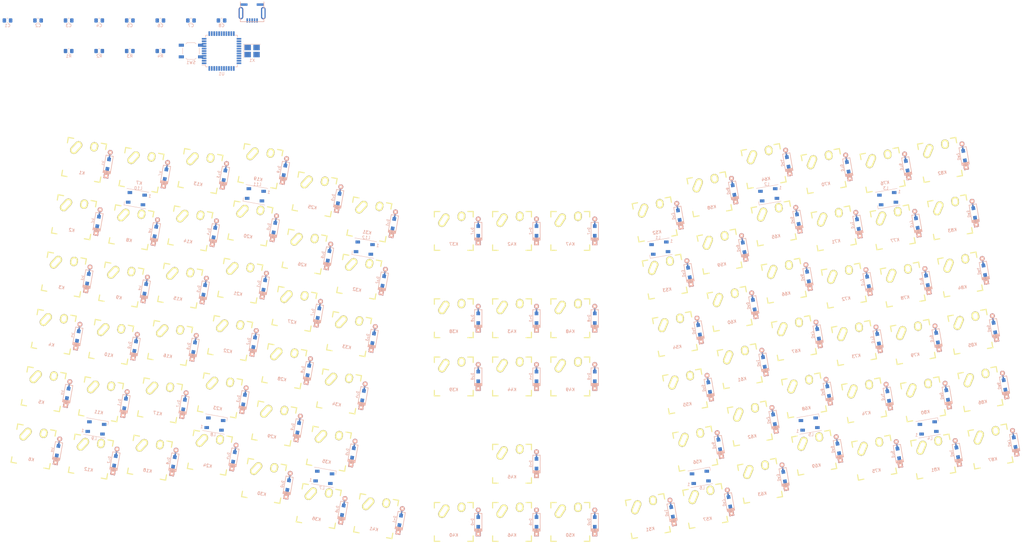
<source format=kicad_pcb>
(kicad_pcb (version 20171130) (host pcbnew 5.0.2)
  (layers (0 F.Cu signal) (31 B.Cu signal) (34 B.Paste user) (35 F.Paste user) (36 B.SilkS user) (37 F.SilkS user) (38 B.Mask user) (39 F.Mask user) (44 Edge.Cuts user))
  (net 0 "")
  (net 1 +5V)
  (net 2 "Net-(C1-Pad1)")
  (net 3 "Net-(C2-Pad1)")
  (net 4 VCC)
  (net 5 "Net-(C8-Pad1)")
  (net 6 "Net-(D1-Pad2)")
  (net 7 /row0)
  (net 8 "Net-(D2-Pad2)")
  (net 9 /row1)
  (net 10 "Net-(D3-Pad2)")
  (net 11 /row2)
  (net 12 "Net-(D4-Pad2)")
  (net 13 /row3)
  (net 14 "Net-(D5-Pad2)")
  (net 15 /row4)
  (net 16 "Net-(D6-Pad2)")
  (net 17 /row5)
  (net 18 "Net-(D7-Pad2)")
  (net 19 "Net-(D8-Pad2)")
  (net 20 "Net-(D9-Pad2)")
  (net 21 "Net-(D10-Pad2)")
  (net 22 "Net-(D11-Pad2)")
  (net 23 "Net-(D12-Pad2)")
  (net 24 "Net-(D13-Pad2)")
  (net 25 "Net-(D14-Pad2)")
  (net 26 "Net-(D15-Pad2)")
  (net 27 "Net-(D16-Pad2)")
  (net 28 "Net-(D17-Pad2)")
  (net 29 "Net-(D18-Pad2)")
  (net 30 "Net-(D19-Pad2)")
  (net 31 "Net-(D20-Pad2)")
  (net 32 "Net-(D21-Pad2)")
  (net 33 "Net-(D22-Pad2)")
  (net 34 "Net-(D23-Pad2)")
  (net 35 "Net-(D24-Pad2)")
  (net 36 "Net-(D25-Pad2)")
  (net 37 "Net-(D26-Pad2)")
  (net 38 "Net-(D27-Pad2)")
  (net 39 "Net-(D28-Pad2)")
  (net 40 "Net-(D29-Pad2)")
  (net 41 "Net-(D30-Pad2)")
  (net 42 "Net-(D31-Pad2)")
  (net 43 "Net-(D32-Pad2)")
  (net 44 "Net-(D33-Pad2)")
  (net 45 "Net-(D34-Pad2)")
  (net 46 "Net-(D35-Pad2)")
  (net 47 "Net-(D36-Pad2)")
  (net 48 "Net-(D37-Pad2)")
  (net 49 "Net-(D38-Pad2)")
  (net 50 "Net-(D39-Pad2)")
  (net 51 "Net-(D40-Pad2)")
  (net 52 "Net-(D41-Pad2)")
  (net 53 "Net-(D42-Pad2)")
  (net 54 "Net-(D43-Pad2)")
  (net 55 "Net-(D44-Pad2)")
  (net 56 "Net-(D45-Pad2)")
  (net 57 "Net-(D46-Pad2)")
  (net 58 "Net-(D47-Pad2)")
  (net 59 "Net-(D48-Pad2)")
  (net 60 "Net-(D49-Pad2)")
  (net 61 "Net-(D50-Pad2)")
  (net 62 "Net-(D51-Pad2)")
  (net 63 "Net-(D52-Pad2)")
  (net 64 "Net-(D53-Pad2)")
  (net 65 "Net-(D54-Pad2)")
  (net 66 "Net-(D55-Pad2)")
  (net 67 "Net-(D56-Pad2)")
  (net 68 "Net-(D57-Pad2)")
  (net 69 "Net-(D58-Pad2)")
  (net 70 "Net-(D59-Pad2)")
  (net 71 "Net-(D60-Pad2)")
  (net 72 "Net-(D61-Pad2)")
  (net 73 "Net-(D62-Pad2)")
  (net 74 "Net-(D63-Pad2)")
  (net 75 "Net-(D64-Pad2)")
  (net 76 "Net-(D65-Pad2)")
  (net 77 "Net-(D66-Pad2)")
  (net 78 "Net-(D67-Pad2)")
  (net 79 "Net-(D68-Pad2)")
  (net 80 "Net-(D69-Pad2)")
  (net 81 "Net-(D70-Pad2)")
  (net 82 "Net-(D71-Pad2)")
  (net 83 "Net-(D72-Pad2)")
  (net 84 "Net-(D73-Pad2)")
  (net 85 "Net-(D74-Pad2)")
  (net 86 "Net-(D75-Pad2)")
  (net 87 "Net-(D76-Pad2)")
  (net 88 "Net-(D77-Pad2)")
  (net 89 "Net-(D78-Pad2)")
  (net 90 "Net-(D79-Pad2)")
  (net 91 "Net-(D80-Pad2)")
  (net 92 "Net-(D81-Pad2)")
  (net 93 "Net-(D82-Pad2)")
  (net 94 "Net-(D83-Pad2)")
  (net 95 "Net-(D84-Pad2)")
  (net 96 "Net-(D85-Pad2)")
  (net 97 "Net-(D86-Pad2)")
  (net 98 "Net-(D87-Pad2)")
  (net 99 "Net-(J1-Pad2)")
  (net 100 "Net-(J1-Pad3)")
  (net 101 "Net-(J1-Pad4)")
  (net 102 /col0)
  (net 103 /col1)
  (net 104 /col2)
  (net 105 /col3)
  (net 106 /col4)
  (net 107 /col5)
  (net 108 /col6)
  (net 109 /col7)
  (net 110 /col8)
  (net 111 /col9)
  (net 112 /col10)
  (net 113 /col11)
  (net 114 /col12)
  (net 115 /col13)
  (net 116 "Net-(K82-Pad1)")
  (net 117 "Net-(L1-Pad2)")
  (net 118 /rgb)
  (net 119 "Net-(L2-Pad2)")
  (net 120 "Net-(L3-Pad2)")
  (net 121 "Net-(L4-Pad2)")
  (net 122 "Net-(L5-Pad2)")
  (net 123 "Net-(L6-Pad2)")
  (net 124 "Net-(L7-Pad2)")
  (net 125 "Net-(L8-Pad2)")
  (net 126 "Net-(L10-Pad4)")
  (net 127 "Net-(L10-Pad2)")
  (net 128 "Net-(L11-Pad2)")
  (net 129 "Net-(L12-Pad2)")
  (net 130 "Net-(R1-Pad1)")
  (net 131 "Net-(R2-Pad2)")
  (net 132 "Net-(R3-Pad1)")
  (net 133 "Net-(R4-Pad1)")
  (net 134 "Net-(U1-Pad1)")
  (net 135 /col14)
  (net 136 "Net-(U1-Pad11)")
  (net 137 "Net-(U1-Pad12)")
  (net 138 "Net-(U1-Pad42)")
  (module Capacitor_SMD:C_0805_2012Metric_Pad1.15x1.40mm_HandSolder (layer B.Cu) (at 20 -20)
    (fp_text reference C1 (at 0 1.65) (layer B.SilkS) (effects (justify mirror)))
    (fp_text value 22p)
    (pad 2 smd roundrect (at 1.025 0) (size 1.15 1.4) (layers B.Cu B.Paste B.Mask) (roundrect_rratio 0.217391) (net 1 +5V))
    (pad 1 smd roundrect (at -1.025 0) (size 1.15 1.4) (layers B.Cu B.Paste B.Mask) (roundrect_rratio 0.217391) (net 2 "Net-(C1-Pad1)"))
  )
  (module Capacitor_SMD:C_0805_2012Metric_Pad1.15x1.40mm_HandSolder (layer B.Cu) (at 30 -20)
    (fp_text reference C2 (at 0 1.65) (layer B.SilkS) (effects (justify mirror)))
    (fp_text value 22p)
    (pad 1 smd roundrect (at -1.025 0) (size 1.15 1.4) (layers B.Cu B.Paste B.Mask) (roundrect_rratio 0.217391) (net 3 "Net-(C2-Pad1)"))
    (pad 2 smd roundrect (at 1.025 0) (size 1.15 1.4) (layers B.Cu B.Paste B.Mask) (roundrect_rratio 0.217391) (net 1 +5V))
  )
  (module Capacitor_SMD:C_0805_2012Metric_Pad1.15x1.40mm_HandSolder (layer B.Cu) (at 40 -20)
    (fp_text reference C3 (at 0 1.65) (layer B.SilkS) (effects (justify mirror)))
    (fp_text value 0.1u)
    (pad 2 smd roundrect (at 1.025 0) (size 1.15 1.4) (layers B.Cu B.Paste B.Mask) (roundrect_rratio 0.217391) (net 1 +5V))
    (pad 1 smd roundrect (at -1.025 0) (size 1.15 1.4) (layers B.Cu B.Paste B.Mask) (roundrect_rratio 0.217391) (net 4 VCC))
  )
  (module Capacitor_SMD:C_0805_2012Metric_Pad1.15x1.40mm_HandSolder (layer B.Cu) (at 50 -20)
    (fp_text reference C4 (at 0 1.65) (layer B.SilkS) (effects (justify mirror)))
    (fp_text value 0.1u)
    (pad 1 smd roundrect (at -1.025 0) (size 1.15 1.4) (layers B.Cu B.Paste B.Mask) (roundrect_rratio 0.217391) (net 4 VCC))
    (pad 2 smd roundrect (at 1.025 0) (size 1.15 1.4) (layers B.Cu B.Paste B.Mask) (roundrect_rratio 0.217391) (net 1 +5V))
  )
  (module Capacitor_SMD:C_0805_2012Metric_Pad1.15x1.40mm_HandSolder (layer B.Cu) (at 60 -20)
    (fp_text reference C5 (at 0 1.65) (layer B.SilkS) (effects (justify mirror)))
    (fp_text value 0.1u)
    (pad 2 smd roundrect (at 1.025 0) (size 1.15 1.4) (layers B.Cu B.Paste B.Mask) (roundrect_rratio 0.217391) (net 1 +5V))
    (pad 1 smd roundrect (at -1.025 0) (size 1.15 1.4) (layers B.Cu B.Paste B.Mask) (roundrect_rratio 0.217391) (net 4 VCC))
  )
  (module Capacitor_SMD:C_0805_2012Metric_Pad1.15x1.40mm_HandSolder (layer B.Cu) (at 70 -20)
    (fp_text reference C6 (at 0 1.65) (layer B.SilkS) (effects (justify mirror)))
    (fp_text value 0.1u)
    (pad 1 smd roundrect (at -1.025 0) (size 1.15 1.4) (layers B.Cu B.Paste B.Mask) (roundrect_rratio 0.217391) (net 4 VCC))
    (pad 2 smd roundrect (at 1.025 0) (size 1.15 1.4) (layers B.Cu B.Paste B.Mask) (roundrect_rratio 0.217391) (net 1 +5V))
  )
  (module Capacitor_SMD:C_0805_2012Metric_Pad1.15x1.40mm_HandSolder (layer B.Cu) (at 80 -20)
    (fp_text reference C7 (at 0 1.65) (layer B.SilkS) (effects (justify mirror)))
    (fp_text value 0.1u)
    (pad 2 smd roundrect (at 1.025 0) (size 1.15 1.4) (layers B.Cu B.Paste B.Mask) (roundrect_rratio 0.217391) (net 1 +5V))
    (pad 1 smd roundrect (at -1.025 0) (size 1.15 1.4) (layers B.Cu B.Paste B.Mask) (roundrect_rratio 0.217391) (net 4 VCC))
  )
  (module Capacitor_SMD:C_0805_2012Metric_Pad1.15x1.40mm_HandSolder (layer B.Cu) (at 90 -20)
    (fp_text reference C8 (at 0 1.65) (layer B.SilkS) (effects (justify mirror)))
    (fp_text value 1u)
    (pad 1 smd roundrect (at -1.025 0) (size 1.15 1.4) (layers B.Cu B.Paste B.Mask) (roundrect_rratio 0.217391) (net 5 "Net-(C8-Pad1)"))
    (pad 2 smd roundrect (at 1.025 0) (size 1.15 1.4) (layers B.Cu B.Paste B.Mask) (roundrect_rratio 0.217391) (net 1 +5V))
  )
  (module keyboard_parts:D_SOD123_axial (layer B.Cu) (at 52.9324620241 27.0261854213 80)
    (fp_text reference D1 (at 0 -1.925 80) (layer B.SilkS) (effects (font (size 0.8 0.8)) (justify mirror)))
    (fp_text value D hide)
    (pad 2 smd rect (at 1.575 0 80) (size 1.2 1.2) (layers B.Cu B.Paste B.Mask) (net 6 "Net-(D1-Pad2)"))
    (pad 1 smd rect (at -1.575 0 80) (size 1.2 1.2) (layers B.Cu B.Paste B.Mask) (net 7 /row0))
    (pad 1 thru_hole rect (at -3.9 0 80) (size 1.6 1.6) (drill 0.7) (layers *.Cu *.Mask B.SilkS) (net 7 /row0))
    (pad 2 thru_hole circle (at 3.9 0 80) (size 1.6 1.6) (drill 0.7) (layers *.Cu *.Mask B.SilkS) (net 6 "Net-(D1-Pad2)"))
    (pad 1 smd rect (at -2.7 0 80) (size 2.5 0.5) (layers B.Cu) (net 7 /row0))
    (pad 2 smd rect (at 2.7 0 80) (size 2.5 0.5) (layers B.Cu) (net 6 "Net-(D1-Pad2)"))
  )
  (module keyboard_parts:D_SOD123_axial (layer B.Cu) (at 49.6244620241 45.7861854213 80)
    (fp_text reference D2 (at 0 -1.925 80) (layer B.SilkS) (effects (font (size 0.8 0.8)) (justify mirror)))
    (fp_text value D hide)
    (pad 2 smd rect (at 1.575 0 80) (size 1.2 1.2) (layers B.Cu B.Paste B.Mask) (net 8 "Net-(D2-Pad2)"))
    (pad 1 smd rect (at -1.575 0 80) (size 1.2 1.2) (layers B.Cu B.Paste B.Mask) (net 9 /row1))
    (pad 1 thru_hole rect (at -3.9 0 80) (size 1.6 1.6) (drill 0.7) (layers *.Cu *.Mask B.SilkS) (net 9 /row1))
    (pad 2 thru_hole circle (at 3.9 0 80) (size 1.6 1.6) (drill 0.7) (layers *.Cu *.Mask B.SilkS) (net 8 "Net-(D2-Pad2)"))
    (pad 1 smd rect (at -2.7 0 80) (size 2.5 0.5) (layers B.Cu) (net 9 /row1))
    (pad 2 smd rect (at 2.7 0 80) (size 2.5 0.5) (layers B.Cu) (net 8 "Net-(D2-Pad2)"))
  )
  (module keyboard_parts:D_SOD123_axial (layer B.Cu) (at 46.3164620241 64.5471854213 80)
    (fp_text reference D3 (at 0 -1.925 80) (layer B.SilkS) (effects (font (size 0.8 0.8)) (justify mirror)))
    (fp_text value D hide)
    (pad 2 smd rect (at 2.7 0 80) (size 2.5 0.5) (layers B.Cu) (net 10 "Net-(D3-Pad2)"))
    (pad 1 smd rect (at -2.7 0 80) (size 2.5 0.5) (layers B.Cu) (net 11 /row2))
    (pad 2 thru_hole circle (at 3.9 0 80) (size 1.6 1.6) (drill 0.7) (layers *.Cu *.Mask B.SilkS) (net 10 "Net-(D3-Pad2)"))
    (pad 1 thru_hole rect (at -3.9 0 80) (size 1.6 1.6) (drill 0.7) (layers *.Cu *.Mask B.SilkS) (net 11 /row2))
    (pad 1 smd rect (at -1.575 0 80) (size 1.2 1.2) (layers B.Cu B.Paste B.Mask) (net 11 /row2))
    (pad 2 smd rect (at 1.575 0 80) (size 1.2 1.2) (layers B.Cu B.Paste B.Mask) (net 10 "Net-(D3-Pad2)"))
  )
  (module keyboard_parts:D_SOD123_axial (layer B.Cu) (at 43.0084620241 83.3071854213 80)
    (fp_text reference D4 (at 0 -1.925 80) (layer B.SilkS) (effects (font (size 0.8 0.8)) (justify mirror)))
    (fp_text value D hide)
    (pad 2 smd rect (at 1.575 0 80) (size 1.2 1.2) (layers B.Cu B.Paste B.Mask) (net 12 "Net-(D4-Pad2)"))
    (pad 1 smd rect (at -1.575 0 80) (size 1.2 1.2) (layers B.Cu B.Paste B.Mask) (net 13 /row3))
    (pad 1 thru_hole rect (at -3.9 0 80) (size 1.6 1.6) (drill 0.7) (layers *.Cu *.Mask B.SilkS) (net 13 /row3))
    (pad 2 thru_hole circle (at 3.9 0 80) (size 1.6 1.6) (drill 0.7) (layers *.Cu *.Mask B.SilkS) (net 12 "Net-(D4-Pad2)"))
    (pad 1 smd rect (at -2.7 0 80) (size 2.5 0.5) (layers B.Cu) (net 13 /row3))
    (pad 2 smd rect (at 2.7 0 80) (size 2.5 0.5) (layers B.Cu) (net 12 "Net-(D4-Pad2)"))
  )
  (module keyboard_parts:D_SOD123_axial (layer B.Cu) (at 39.7004620241 102.068185421 80)
    (fp_text reference D5 (at 0 -1.925 80) (layer B.SilkS) (effects (font (size 0.8 0.8)) (justify mirror)))
    (fp_text value D hide)
    (pad 2 smd rect (at 2.7 0 80) (size 2.5 0.5) (layers B.Cu) (net 14 "Net-(D5-Pad2)"))
    (pad 1 smd rect (at -2.7 0 80) (size 2.5 0.5) (layers B.Cu) (net 15 /row4))
    (pad 2 thru_hole circle (at 3.9 0 80) (size 1.6 1.6) (drill 0.7) (layers *.Cu *.Mask B.SilkS) (net 14 "Net-(D5-Pad2)"))
    (pad 1 thru_hole rect (at -3.9 0 80) (size 1.6 1.6) (drill 0.7) (layers *.Cu *.Mask B.SilkS) (net 15 /row4))
    (pad 1 smd rect (at -1.575 0 80) (size 1.2 1.2) (layers B.Cu B.Paste B.Mask) (net 15 /row4))
    (pad 2 smd rect (at 1.575 0 80) (size 1.2 1.2) (layers B.Cu B.Paste B.Mask) (net 14 "Net-(D5-Pad2)"))
  )
  (module keyboard_parts:D_SOD123_axial (layer B.Cu) (at 36.3924620241 120.828185421 80)
    (fp_text reference D6 (at 0 -1.925 80) (layer B.SilkS) (effects (font (size 0.8 0.8)) (justify mirror)))
    (fp_text value D hide)
    (pad 2 smd rect (at 1.575 0 80) (size 1.2 1.2) (layers B.Cu B.Paste B.Mask) (net 16 "Net-(D6-Pad2)"))
    (pad 1 smd rect (at -1.575 0 80) (size 1.2 1.2) (layers B.Cu B.Paste B.Mask) (net 17 /row5))
    (pad 1 thru_hole rect (at -3.9 0 80) (size 1.6 1.6) (drill 0.7) (layers *.Cu *.Mask B.SilkS) (net 17 /row5))
    (pad 2 thru_hole circle (at 3.9 0 80) (size 1.6 1.6) (drill 0.7) (layers *.Cu *.Mask B.SilkS) (net 16 "Net-(D6-Pad2)"))
    (pad 1 smd rect (at -2.7 0 80) (size 2.5 0.5) (layers B.Cu) (net 17 /row5))
    (pad 2 smd rect (at 2.7 0 80) (size 2.5 0.5) (layers B.Cu) (net 16 "Net-(D6-Pad2)"))
  )
  (module keyboard_parts:D_SOD123_axial (layer B.Cu) (at 71.6934620241 30.3341854213 80)
    (fp_text reference D7 (at 0 -1.925 80) (layer B.SilkS) (effects (font (size 0.8 0.8)) (justify mirror)))
    (fp_text value D hide)
    (pad 2 smd rect (at 2.7 0 80) (size 2.5 0.5) (layers B.Cu) (net 18 "Net-(D7-Pad2)"))
    (pad 1 smd rect (at -2.7 0 80) (size 2.5 0.5) (layers B.Cu) (net 7 /row0))
    (pad 2 thru_hole circle (at 3.9 0 80) (size 1.6 1.6) (drill 0.7) (layers *.Cu *.Mask B.SilkS) (net 18 "Net-(D7-Pad2)"))
    (pad 1 thru_hole rect (at -3.9 0 80) (size 1.6 1.6) (drill 0.7) (layers *.Cu *.Mask B.SilkS) (net 7 /row0))
    (pad 1 smd rect (at -1.575 0 80) (size 1.2 1.2) (layers B.Cu B.Paste B.Mask) (net 7 /row0))
    (pad 2 smd rect (at 1.575 0 80) (size 1.2 1.2) (layers B.Cu B.Paste B.Mask) (net 18 "Net-(D7-Pad2)"))
  )
  (module keyboard_parts:D_SOD123_axial (layer B.Cu) (at 68.3854620241 49.0941854213 80)
    (fp_text reference D8 (at 0 -1.925 80) (layer B.SilkS) (effects (font (size 0.8 0.8)) (justify mirror)))
    (fp_text value D hide)
    (pad 2 smd rect (at 2.7 0 80) (size 2.5 0.5) (layers B.Cu) (net 19 "Net-(D8-Pad2)"))
    (pad 1 smd rect (at -2.7 0 80) (size 2.5 0.5) (layers B.Cu) (net 9 /row1))
    (pad 2 thru_hole circle (at 3.9 0 80) (size 1.6 1.6) (drill 0.7) (layers *.Cu *.Mask B.SilkS) (net 19 "Net-(D8-Pad2)"))
    (pad 1 thru_hole rect (at -3.9 0 80) (size 1.6 1.6) (drill 0.7) (layers *.Cu *.Mask B.SilkS) (net 9 /row1))
    (pad 1 smd rect (at -1.575 0 80) (size 1.2 1.2) (layers B.Cu B.Paste B.Mask) (net 9 /row1))
    (pad 2 smd rect (at 1.575 0 80) (size 1.2 1.2) (layers B.Cu B.Paste B.Mask) (net 19 "Net-(D8-Pad2)"))
  )
  (module keyboard_parts:D_SOD123_axial (layer B.Cu) (at 65.0774620241 67.8551854213 80)
    (fp_text reference D9 (at 0 -1.925 80) (layer B.SilkS) (effects (font (size 0.8 0.8)) (justify mirror)))
    (fp_text value D hide)
    (pad 2 smd rect (at 1.575 0 80) (size 1.2 1.2) (layers B.Cu B.Paste B.Mask) (net 20 "Net-(D9-Pad2)"))
    (pad 1 smd rect (at -1.575 0 80) (size 1.2 1.2) (layers B.Cu B.Paste B.Mask) (net 11 /row2))
    (pad 1 thru_hole rect (at -3.9 0 80) (size 1.6 1.6) (drill 0.7) (layers *.Cu *.Mask B.SilkS) (net 11 /row2))
    (pad 2 thru_hole circle (at 3.9 0 80) (size 1.6 1.6) (drill 0.7) (layers *.Cu *.Mask B.SilkS) (net 20 "Net-(D9-Pad2)"))
    (pad 1 smd rect (at -2.7 0 80) (size 2.5 0.5) (layers B.Cu) (net 11 /row2))
    (pad 2 smd rect (at 2.7 0 80) (size 2.5 0.5) (layers B.Cu) (net 20 "Net-(D9-Pad2)"))
  )
  (module keyboard_parts:D_SOD123_axial (layer B.Cu) (at 61.7694620241 86.6151854213 80)
    (fp_text reference D10 (at 0 -1.925 80) (layer B.SilkS) (effects (font (size 0.8 0.8)) (justify mirror)))
    (fp_text value D hide)
    (pad 2 smd rect (at 2.7 0 80) (size 2.5 0.5) (layers B.Cu) (net 21 "Net-(D10-Pad2)"))
    (pad 1 smd rect (at -2.7 0 80) (size 2.5 0.5) (layers B.Cu) (net 13 /row3))
    (pad 2 thru_hole circle (at 3.9 0 80) (size 1.6 1.6) (drill 0.7) (layers *.Cu *.Mask B.SilkS) (net 21 "Net-(D10-Pad2)"))
    (pad 1 thru_hole rect (at -3.9 0 80) (size 1.6 1.6) (drill 0.7) (layers *.Cu *.Mask B.SilkS) (net 13 /row3))
    (pad 1 smd rect (at -1.575 0 80) (size 1.2 1.2) (layers B.Cu B.Paste B.Mask) (net 13 /row3))
    (pad 2 smd rect (at 1.575 0 80) (size 1.2 1.2) (layers B.Cu B.Paste B.Mask) (net 21 "Net-(D10-Pad2)"))
  )
  (module keyboard_parts:D_SOD123_axial (layer B.Cu) (at 58.4614620241 105.376185421 80)
    (fp_text reference D11 (at 0 -1.925 80) (layer B.SilkS) (effects (font (size 0.8 0.8)) (justify mirror)))
    (fp_text value D hide)
    (pad 2 smd rect (at 1.575 0 80) (size 1.2 1.2) (layers B.Cu B.Paste B.Mask) (net 22 "Net-(D11-Pad2)"))
    (pad 1 smd rect (at -1.575 0 80) (size 1.2 1.2) (layers B.Cu B.Paste B.Mask) (net 15 /row4))
    (pad 1 thru_hole rect (at -3.9 0 80) (size 1.6 1.6) (drill 0.7) (layers *.Cu *.Mask B.SilkS) (net 15 /row4))
    (pad 2 thru_hole circle (at 3.9 0 80) (size 1.6 1.6) (drill 0.7) (layers *.Cu *.Mask B.SilkS) (net 22 "Net-(D11-Pad2)"))
    (pad 1 smd rect (at -2.7 0 80) (size 2.5 0.5) (layers B.Cu) (net 15 /row4))
    (pad 2 smd rect (at 2.7 0 80) (size 2.5 0.5) (layers B.Cu) (net 22 "Net-(D11-Pad2)"))
  )
  (module keyboard_parts:D_SOD123_axial (layer B.Cu) (at 55.1534620241 124.136185421 80)
    (fp_text reference D12 (at 0 -1.925 80) (layer B.SilkS) (effects (font (size 0.8 0.8)) (justify mirror)))
    (fp_text value D hide)
    (pad 2 smd rect (at 1.575 0 80) (size 1.2 1.2) (layers B.Cu B.Paste B.Mask) (net 23 "Net-(D12-Pad2)"))
    (pad 1 smd rect (at -1.575 0 80) (size 1.2 1.2) (layers B.Cu B.Paste B.Mask) (net 17 /row5))
    (pad 1 thru_hole rect (at -3.9 0 80) (size 1.6 1.6) (drill 0.7) (layers *.Cu *.Mask B.SilkS) (net 17 /row5))
    (pad 2 thru_hole circle (at 3.9 0 80) (size 1.6 1.6) (drill 0.7) (layers *.Cu *.Mask B.SilkS) (net 23 "Net-(D12-Pad2)"))
    (pad 1 smd rect (at -2.7 0 80) (size 2.5 0.5) (layers B.Cu) (net 17 /row5))
    (pad 2 smd rect (at 2.7 0 80) (size 2.5 0.5) (layers B.Cu) (net 23 "Net-(D12-Pad2)"))
  )
  (module keyboard_parts:D_SOD123_axial (layer B.Cu) (at 90.9744620241 30.6871854213 80)
    (fp_text reference D13 (at 0 -1.925 80) (layer B.SilkS) (effects (font (size 0.8 0.8)) (justify mirror)))
    (fp_text value D hide)
    (pad 2 smd rect (at 2.7 0 80) (size 2.5 0.5) (layers B.Cu) (net 24 "Net-(D13-Pad2)"))
    (pad 1 smd rect (at -2.7 0 80) (size 2.5 0.5) (layers B.Cu) (net 7 /row0))
    (pad 2 thru_hole circle (at 3.9 0 80) (size 1.6 1.6) (drill 0.7) (layers *.Cu *.Mask B.SilkS) (net 24 "Net-(D13-Pad2)"))
    (pad 1 thru_hole rect (at -3.9 0 80) (size 1.6 1.6) (drill 0.7) (layers *.Cu *.Mask B.SilkS) (net 7 /row0))
    (pad 1 smd rect (at -1.575 0 80) (size 1.2 1.2) (layers B.Cu B.Paste B.Mask) (net 7 /row0))
    (pad 2 smd rect (at 1.575 0 80) (size 1.2 1.2) (layers B.Cu B.Paste B.Mask) (net 24 "Net-(D13-Pad2)"))
  )
  (module keyboard_parts:D_SOD123_axial (layer B.Cu) (at 87.6664620241 49.4481854213 80)
    (fp_text reference D14 (at 0 -1.925 80) (layer B.SilkS) (effects (font (size 0.8 0.8)) (justify mirror)))
    (fp_text value D hide)
    (pad 2 smd rect (at 2.7 0 80) (size 2.5 0.5) (layers B.Cu) (net 25 "Net-(D14-Pad2)"))
    (pad 1 smd rect (at -2.7 0 80) (size 2.5 0.5) (layers B.Cu) (net 9 /row1))
    (pad 2 thru_hole circle (at 3.9 0 80) (size 1.6 1.6) (drill 0.7) (layers *.Cu *.Mask B.SilkS) (net 25 "Net-(D14-Pad2)"))
    (pad 1 thru_hole rect (at -3.9 0 80) (size 1.6 1.6) (drill 0.7) (layers *.Cu *.Mask B.SilkS) (net 9 /row1))
    (pad 1 smd rect (at -1.575 0 80) (size 1.2 1.2) (layers B.Cu B.Paste B.Mask) (net 9 /row1))
    (pad 2 smd rect (at 1.575 0 80) (size 1.2 1.2) (layers B.Cu B.Paste B.Mask) (net 25 "Net-(D14-Pad2)"))
  )
  (module keyboard_parts:D_SOD123_axial (layer B.Cu) (at 84.3584620241 68.2081854213 80)
    (fp_text reference D15 (at 0 -1.925 80) (layer B.SilkS) (effects (font (size 0.8 0.8)) (justify mirror)))
    (fp_text value D hide)
    (pad 2 smd rect (at 1.575 0 80) (size 1.2 1.2) (layers B.Cu B.Paste B.Mask) (net 26 "Net-(D15-Pad2)"))
    (pad 1 smd rect (at -1.575 0 80) (size 1.2 1.2) (layers B.Cu B.Paste B.Mask) (net 11 /row2))
    (pad 1 thru_hole rect (at -3.9 0 80) (size 1.6 1.6) (drill 0.7) (layers *.Cu *.Mask B.SilkS) (net 11 /row2))
    (pad 2 thru_hole circle (at 3.9 0 80) (size 1.6 1.6) (drill 0.7) (layers *.Cu *.Mask B.SilkS) (net 26 "Net-(D15-Pad2)"))
    (pad 1 smd rect (at -2.7 0 80) (size 2.5 0.5) (layers B.Cu) (net 11 /row2))
    (pad 2 smd rect (at 2.7 0 80) (size 2.5 0.5) (layers B.Cu) (net 26 "Net-(D15-Pad2)"))
  )
  (module keyboard_parts:D_SOD123_axial (layer B.Cu) (at 81.0504620241 86.9691854213 80)
    (fp_text reference D16 (at 0 -1.925 80) (layer B.SilkS) (effects (font (size 0.8 0.8)) (justify mirror)))
    (fp_text value D hide)
    (pad 2 smd rect (at 2.7 0 80) (size 2.5 0.5) (layers B.Cu) (net 27 "Net-(D16-Pad2)"))
    (pad 1 smd rect (at -2.7 0 80) (size 2.5 0.5) (layers B.Cu) (net 13 /row3))
    (pad 2 thru_hole circle (at 3.9 0 80) (size 1.6 1.6) (drill 0.7) (layers *.Cu *.Mask B.SilkS) (net 27 "Net-(D16-Pad2)"))
    (pad 1 thru_hole rect (at -3.9 0 80) (size 1.6 1.6) (drill 0.7) (layers *.Cu *.Mask B.SilkS) (net 13 /row3))
    (pad 1 smd rect (at -1.575 0 80) (size 1.2 1.2) (layers B.Cu B.Paste B.Mask) (net 13 /row3))
    (pad 2 smd rect (at 1.575 0 80) (size 1.2 1.2) (layers B.Cu B.Paste B.Mask) (net 27 "Net-(D16-Pad2)"))
  )
  (module keyboard_parts:D_SOD123_axial (layer B.Cu) (at 77.7424620241 105.729185421 80)
    (fp_text reference D17 (at 0 -1.925 80) (layer B.SilkS) (effects (font (size 0.8 0.8)) (justify mirror)))
    (fp_text value D hide)
    (pad 2 smd rect (at 1.575 0 80) (size 1.2 1.2) (layers B.Cu B.Paste B.Mask) (net 28 "Net-(D17-Pad2)"))
    (pad 1 smd rect (at -1.575 0 80) (size 1.2 1.2) (layers B.Cu B.Paste B.Mask) (net 15 /row4))
    (pad 1 thru_hole rect (at -3.9 0 80) (size 1.6 1.6) (drill 0.7) (layers *.Cu *.Mask B.SilkS) (net 15 /row4))
    (pad 2 thru_hole circle (at 3.9 0 80) (size 1.6 1.6) (drill 0.7) (layers *.Cu *.Mask B.SilkS) (net 28 "Net-(D17-Pad2)"))
    (pad 1 smd rect (at -2.7 0 80) (size 2.5 0.5) (layers B.Cu) (net 15 /row4))
    (pad 2 smd rect (at 2.7 0 80) (size 2.5 0.5) (layers B.Cu) (net 28 "Net-(D17-Pad2)"))
  )
  (module keyboard_parts:D_SOD123_axial (layer B.Cu) (at 74.4344620241 124.490185421 80)
    (fp_text reference D18 (at 0 -1.925 80) (layer B.SilkS) (effects (font (size 0.8 0.8)) (justify mirror)))
    (fp_text value D hide)
    (pad 2 smd rect (at 1.575 0 80) (size 1.2 1.2) (layers B.Cu B.Paste B.Mask) (net 29 "Net-(D18-Pad2)"))
    (pad 1 smd rect (at -1.575 0 80) (size 1.2 1.2) (layers B.Cu B.Paste B.Mask) (net 17 /row5))
    (pad 1 thru_hole rect (at -3.9 0 80) (size 1.6 1.6) (drill 0.7) (layers *.Cu *.Mask B.SilkS) (net 17 /row5))
    (pad 2 thru_hole circle (at 3.9 0 80) (size 1.6 1.6) (drill 0.7) (layers *.Cu *.Mask B.SilkS) (net 29 "Net-(D18-Pad2)"))
    (pad 1 smd rect (at -2.7 0 80) (size 2.5 0.5) (layers B.Cu) (net 17 /row5))
    (pad 2 smd rect (at 2.7 0 80) (size 2.5 0.5) (layers B.Cu) (net 29 "Net-(D18-Pad2)"))
  )
  (module keyboard_parts:D_SOD123_axial (layer B.Cu) (at 110.603462024 29.0711854213 80)
    (fp_text reference D19 (at 0 -1.925 80) (layer B.SilkS) (effects (font (size 0.8 0.8)) (justify mirror)))
    (fp_text value D hide)
    (pad 2 smd rect (at 2.7 0 80) (size 2.5 0.5) (layers B.Cu) (net 30 "Net-(D19-Pad2)"))
    (pad 1 smd rect (at -2.7 0 80) (size 2.5 0.5) (layers B.Cu) (net 7 /row0))
    (pad 2 thru_hole circle (at 3.9 0 80) (size 1.6 1.6) (drill 0.7) (layers *.Cu *.Mask B.SilkS) (net 30 "Net-(D19-Pad2)"))
    (pad 1 thru_hole rect (at -3.9 0 80) (size 1.6 1.6) (drill 0.7) (layers *.Cu *.Mask B.SilkS) (net 7 /row0))
    (pad 1 smd rect (at -1.575 0 80) (size 1.2 1.2) (layers B.Cu B.Paste B.Mask) (net 7 /row0))
    (pad 2 smd rect (at 1.575 0 80) (size 1.2 1.2) (layers B.Cu B.Paste B.Mask) (net 30 "Net-(D19-Pad2)"))
  )
  (module keyboard_parts:D_SOD123_axial (layer B.Cu) (at 107.295462024 47.8321854213 80)
    (fp_text reference D20 (at 0 -1.925 80) (layer B.SilkS) (effects (font (size 0.8 0.8)) (justify mirror)))
    (fp_text value D hide)
    (pad 2 smd rect (at 1.575 0 80) (size 1.2 1.2) (layers B.Cu B.Paste B.Mask) (net 31 "Net-(D20-Pad2)"))
    (pad 1 smd rect (at -1.575 0 80) (size 1.2 1.2) (layers B.Cu B.Paste B.Mask) (net 9 /row1))
    (pad 1 thru_hole rect (at -3.9 0 80) (size 1.6 1.6) (drill 0.7) (layers *.Cu *.Mask B.SilkS) (net 9 /row1))
    (pad 2 thru_hole circle (at 3.9 0 80) (size 1.6 1.6) (drill 0.7) (layers *.Cu *.Mask B.SilkS) (net 31 "Net-(D20-Pad2)"))
    (pad 1 smd rect (at -2.7 0 80) (size 2.5 0.5) (layers B.Cu) (net 9 /row1))
    (pad 2 smd rect (at 2.7 0 80) (size 2.5 0.5) (layers B.Cu) (net 31 "Net-(D20-Pad2)"))
  )
  (module keyboard_parts:D_SOD123_axial (layer B.Cu) (at 103.987462024 66.5921854213 80)
    (fp_text reference D21 (at 0 -1.925 80) (layer B.SilkS) (effects (font (size 0.8 0.8)) (justify mirror)))
    (fp_text value D hide)
    (pad 2 smd rect (at 2.7 0 80) (size 2.5 0.5) (layers B.Cu) (net 32 "Net-(D21-Pad2)"))
    (pad 1 smd rect (at -2.7 0 80) (size 2.5 0.5) (layers B.Cu) (net 11 /row2))
    (pad 2 thru_hole circle (at 3.9 0 80) (size 1.6 1.6) (drill 0.7) (layers *.Cu *.Mask B.SilkS) (net 32 "Net-(D21-Pad2)"))
    (pad 1 thru_hole rect (at -3.9 0 80) (size 1.6 1.6) (drill 0.7) (layers *.Cu *.Mask B.SilkS) (net 11 /row2))
    (pad 1 smd rect (at -1.575 0 80) (size 1.2 1.2) (layers B.Cu B.Paste B.Mask) (net 11 /row2))
    (pad 2 smd rect (at 1.575 0 80) (size 1.2 1.2) (layers B.Cu B.Paste B.Mask) (net 32 "Net-(D21-Pad2)"))
  )
  (module keyboard_parts:D_SOD123_axial (layer B.Cu) (at 100.679462024 85.3531854213 80)
    (fp_text reference D22 (at 0 -1.925 80) (layer B.SilkS) (effects (font (size 0.8 0.8)) (justify mirror)))
    (fp_text value D hide)
    (pad 2 smd rect (at 1.575 0 80) (size 1.2 1.2) (layers B.Cu B.Paste B.Mask) (net 33 "Net-(D22-Pad2)"))
    (pad 1 smd rect (at -1.575 0 80) (size 1.2 1.2) (layers B.Cu B.Paste B.Mask) (net 13 /row3))
    (pad 1 thru_hole rect (at -3.9 0 80) (size 1.6 1.6) (drill 0.7) (layers *.Cu *.Mask B.SilkS) (net 13 /row3))
    (pad 2 thru_hole circle (at 3.9 0 80) (size 1.6 1.6) (drill 0.7) (layers *.Cu *.Mask B.SilkS) (net 33 "Net-(D22-Pad2)"))
    (pad 1 smd rect (at -2.7 0 80) (size 2.5 0.5) (layers B.Cu) (net 13 /row3))
    (pad 2 smd rect (at 2.7 0 80) (size 2.5 0.5) (layers B.Cu) (net 33 "Net-(D22-Pad2)"))
  )
  (module keyboard_parts:D_SOD123_axial (layer B.Cu) (at 97.3714620241 104.113185421 80)
    (fp_text reference D23 (at 0 -1.925 80) (layer B.SilkS) (effects (font (size 0.8 0.8)) (justify mirror)))
    (fp_text value D hide)
    (pad 2 smd rect (at 2.7 0 80) (size 2.5 0.5) (layers B.Cu) (net 34 "Net-(D23-Pad2)"))
    (pad 1 smd rect (at -2.7 0 80) (size 2.5 0.5) (layers B.Cu) (net 15 /row4))
    (pad 2 thru_hole circle (at 3.9 0 80) (size 1.6 1.6) (drill 0.7) (layers *.Cu *.Mask B.SilkS) (net 34 "Net-(D23-Pad2)"))
    (pad 1 thru_hole rect (at -3.9 0 80) (size 1.6 1.6) (drill 0.7) (layers *.Cu *.Mask B.SilkS) (net 15 /row4))
    (pad 1 smd rect (at -1.575 0 80) (size 1.2 1.2) (layers B.Cu B.Paste B.Mask) (net 15 /row4))
    (pad 2 smd rect (at 1.575 0 80) (size 1.2 1.2) (layers B.Cu B.Paste B.Mask) (net 34 "Net-(D23-Pad2)"))
  )
  (module keyboard_parts:D_SOD123_axial (layer B.Cu) (at 94.0634620241 122.874185421 80)
    (fp_text reference D24 (at 0 -1.925 80) (layer B.SilkS) (effects (font (size 0.8 0.8)) (justify mirror)))
    (fp_text value D hide)
    (pad 2 smd rect (at 2.7 0 80) (size 2.5 0.5) (layers B.Cu) (net 35 "Net-(D24-Pad2)"))
    (pad 1 smd rect (at -2.7 0 80) (size 2.5 0.5) (layers B.Cu) (net 17 /row5))
    (pad 2 thru_hole circle (at 3.9 0 80) (size 1.6 1.6) (drill 0.7) (layers *.Cu *.Mask B.SilkS) (net 35 "Net-(D24-Pad2)"))
    (pad 1 thru_hole rect (at -3.9 0 80) (size 1.6 1.6) (drill 0.7) (layers *.Cu *.Mask B.SilkS) (net 17 /row5))
    (pad 1 smd rect (at -1.575 0 80) (size 1.2 1.2) (layers B.Cu B.Paste B.Mask) (net 17 /row5))
    (pad 2 smd rect (at 1.575 0 80) (size 1.2 1.2) (layers B.Cu B.Paste B.Mask) (net 35 "Net-(D24-Pad2)"))
  )
  (module keyboard_parts:D_SOD123_axial (layer B.Cu) (at 128.322462024 38.2881854213 80)
    (fp_text reference D25 (at 0 -1.925 80) (layer B.SilkS) (effects (font (size 0.8 0.8)) (justify mirror)))
    (fp_text value D hide)
    (pad 2 smd rect (at 1.575 0 80) (size 1.2 1.2) (layers B.Cu B.Paste B.Mask) (net 36 "Net-(D25-Pad2)"))
    (pad 1 smd rect (at -1.575 0 80) (size 1.2 1.2) (layers B.Cu B.Paste B.Mask) (net 7 /row0))
    (pad 1 thru_hole rect (at -3.9 0 80) (size 1.6 1.6) (drill 0.7) (layers *.Cu *.Mask B.SilkS) (net 7 /row0))
    (pad 2 thru_hole circle (at 3.9 0 80) (size 1.6 1.6) (drill 0.7) (layers *.Cu *.Mask B.SilkS) (net 36 "Net-(D25-Pad2)"))
    (pad 1 smd rect (at -2.7 0 80) (size 2.5 0.5) (layers B.Cu) (net 7 /row0))
    (pad 2 smd rect (at 2.7 0 80) (size 2.5 0.5) (layers B.Cu) (net 36 "Net-(D25-Pad2)"))
  )
  (module keyboard_parts:D_SOD123_axial (layer B.Cu) (at 125.014462024 57.0491854213 80)
    (fp_text reference D26 (at 0 -1.925 80) (layer B.SilkS) (effects (font (size 0.8 0.8)) (justify mirror)))
    (fp_text value D hide)
    (pad 2 smd rect (at 1.575 0 80) (size 1.2 1.2) (layers B.Cu B.Paste B.Mask) (net 37 "Net-(D26-Pad2)"))
    (pad 1 smd rect (at -1.575 0 80) (size 1.2 1.2) (layers B.Cu B.Paste B.Mask) (net 9 /row1))
    (pad 1 thru_hole rect (at -3.9 0 80) (size 1.6 1.6) (drill 0.7) (layers *.Cu *.Mask B.SilkS) (net 9 /row1))
    (pad 2 thru_hole circle (at 3.9 0 80) (size 1.6 1.6) (drill 0.7) (layers *.Cu *.Mask B.SilkS) (net 37 "Net-(D26-Pad2)"))
    (pad 1 smd rect (at -2.7 0 80) (size 2.5 0.5) (layers B.Cu) (net 9 /row1))
    (pad 2 smd rect (at 2.7 0 80) (size 2.5 0.5) (layers B.Cu) (net 37 "Net-(D26-Pad2)"))
  )
  (module keyboard_parts:D_SOD123_axial (layer B.Cu) (at 121.706462024 75.8091854213 80)
    (fp_text reference D27 (at 0 -1.925 80) (layer B.SilkS) (effects (font (size 0.8 0.8)) (justify mirror)))
    (fp_text value D hide)
    (pad 2 smd rect (at 2.7 0 80) (size 2.5 0.5) (layers B.Cu) (net 38 "Net-(D27-Pad2)"))
    (pad 1 smd rect (at -2.7 0 80) (size 2.5 0.5) (layers B.Cu) (net 11 /row2))
    (pad 2 thru_hole circle (at 3.9 0 80) (size 1.6 1.6) (drill 0.7) (layers *.Cu *.Mask B.SilkS) (net 38 "Net-(D27-Pad2)"))
    (pad 1 thru_hole rect (at -3.9 0 80) (size 1.6 1.6) (drill 0.7) (layers *.Cu *.Mask B.SilkS) (net 11 /row2))
    (pad 1 smd rect (at -1.575 0 80) (size 1.2 1.2) (layers B.Cu B.Paste B.Mask) (net 11 /row2))
    (pad 2 smd rect (at 1.575 0 80) (size 1.2 1.2) (layers B.Cu B.Paste B.Mask) (net 38 "Net-(D27-Pad2)"))
  )
  (module keyboard_parts:D_SOD123_axial (layer B.Cu) (at 118.398462024 94.5701854213 80)
    (fp_text reference D28 (at 0 -1.925 80) (layer B.SilkS) (effects (font (size 0.8 0.8)) (justify mirror)))
    (fp_text value D hide)
    (pad 2 smd rect (at 1.575 0 80) (size 1.2 1.2) (layers B.Cu B.Paste B.Mask) (net 39 "Net-(D28-Pad2)"))
    (pad 1 smd rect (at -1.575 0 80) (size 1.2 1.2) (layers B.Cu B.Paste B.Mask) (net 13 /row3))
    (pad 1 thru_hole rect (at -3.9 0 80) (size 1.6 1.6) (drill 0.7) (layers *.Cu *.Mask B.SilkS) (net 13 /row3))
    (pad 2 thru_hole circle (at 3.9 0 80) (size 1.6 1.6) (drill 0.7) (layers *.Cu *.Mask B.SilkS) (net 39 "Net-(D28-Pad2)"))
    (pad 1 smd rect (at -2.7 0 80) (size 2.5 0.5) (layers B.Cu) (net 13 /row3))
    (pad 2 smd rect (at 2.7 0 80) (size 2.5 0.5) (layers B.Cu) (net 39 "Net-(D28-Pad2)"))
  )
  (module keyboard_parts:D_SOD123_axial (layer B.Cu) (at 115.090462024 113.330185421 80)
    (fp_text reference D29 (at 0 -1.925 80) (layer B.SilkS) (effects (font (size 0.8 0.8)) (justify mirror)))
    (fp_text value D hide)
    (pad 2 smd rect (at 2.7 0 80) (size 2.5 0.5) (layers B.Cu) (net 40 "Net-(D29-Pad2)"))
    (pad 1 smd rect (at -2.7 0 80) (size 2.5 0.5) (layers B.Cu) (net 15 /row4))
    (pad 2 thru_hole circle (at 3.9 0 80) (size 1.6 1.6) (drill 0.7) (layers *.Cu *.Mask B.SilkS) (net 40 "Net-(D29-Pad2)"))
    (pad 1 thru_hole rect (at -3.9 0 80) (size 1.6 1.6) (drill 0.7) (layers *.Cu *.Mask B.SilkS) (net 15 /row4))
    (pad 1 smd rect (at -1.575 0 80) (size 1.2 1.2) (layers B.Cu B.Paste B.Mask) (net 15 /row4))
    (pad 2 smd rect (at 1.575 0 80) (size 1.2 1.2) (layers B.Cu B.Paste B.Mask) (net 40 "Net-(D29-Pad2)"))
  )
  (module keyboard_parts:D_SOD123_axial (layer B.Cu) (at 111.782462024 132.091185421 80)
    (fp_text reference D30 (at 0 -1.925 80) (layer B.SilkS) (effects (font (size 0.8 0.8)) (justify mirror)))
    (fp_text value D hide)
    (pad 2 smd rect (at 1.575 0 80) (size 1.2 1.2) (layers B.Cu B.Paste B.Mask) (net 41 "Net-(D30-Pad2)"))
    (pad 1 smd rect (at -1.575 0 80) (size 1.2 1.2) (layers B.Cu B.Paste B.Mask) (net 17 /row5))
    (pad 1 thru_hole rect (at -3.9 0 80) (size 1.6 1.6) (drill 0.7) (layers *.Cu *.Mask B.SilkS) (net 17 /row5))
    (pad 2 thru_hole circle (at 3.9 0 80) (size 1.6 1.6) (drill 0.7) (layers *.Cu *.Mask B.SilkS) (net 41 "Net-(D30-Pad2)"))
    (pad 1 smd rect (at -2.7 0 80) (size 2.5 0.5) (layers B.Cu) (net 17 /row5))
    (pad 2 smd rect (at 2.7 0 80) (size 2.5 0.5) (layers B.Cu) (net 41 "Net-(D30-Pad2)"))
  )
  (module keyboard_parts:D_SOD123_axial (layer B.Cu) (at 146.214462024 46.5201854213 80)
    (fp_text reference D31 (at 0 -1.925 80) (layer B.SilkS) (effects (font (size 0.8 0.8)) (justify mirror)))
    (fp_text value D hide)
    (pad 2 smd rect (at 1.575 0 80) (size 1.2 1.2) (layers B.Cu B.Paste B.Mask) (net 42 "Net-(D31-Pad2)"))
    (pad 1 smd rect (at -1.575 0 80) (size 1.2 1.2) (layers B.Cu B.Paste B.Mask) (net 7 /row0))
    (pad 1 thru_hole rect (at -3.9 0 80) (size 1.6 1.6) (drill 0.7) (layers *.Cu *.Mask B.SilkS) (net 7 /row0))
    (pad 2 thru_hole circle (at 3.9 0 80) (size 1.6 1.6) (drill 0.7) (layers *.Cu *.Mask B.SilkS) (net 42 "Net-(D31-Pad2)"))
    (pad 1 smd rect (at -2.7 0 80) (size 2.5 0.5) (layers B.Cu) (net 7 /row0))
    (pad 2 smd rect (at 2.7 0 80) (size 2.5 0.5) (layers B.Cu) (net 42 "Net-(D31-Pad2)"))
  )
  (module keyboard_parts:D_SOD123_axial (layer B.Cu) (at 142.906462024 65.2811854213 80)
    (fp_text reference D32 (at 0 -1.925 80) (layer B.SilkS) (effects (font (size 0.8 0.8)) (justify mirror)))
    (fp_text value D hide)
    (pad 2 smd rect (at 2.7 0 80) (size 2.5 0.5) (layers B.Cu) (net 43 "Net-(D32-Pad2)"))
    (pad 1 smd rect (at -2.7 0 80) (size 2.5 0.5) (layers B.Cu) (net 9 /row1))
    (pad 2 thru_hole circle (at 3.9 0 80) (size 1.6 1.6) (drill 0.7) (layers *.Cu *.Mask B.SilkS) (net 43 "Net-(D32-Pad2)"))
    (pad 1 thru_hole rect (at -3.9 0 80) (size 1.6 1.6) (drill 0.7) (layers *.Cu *.Mask B.SilkS) (net 9 /row1))
    (pad 1 smd rect (at -1.575 0 80) (size 1.2 1.2) (layers B.Cu B.Paste B.Mask) (net 9 /row1))
    (pad 2 smd rect (at 1.575 0 80) (size 1.2 1.2) (layers B.Cu B.Paste B.Mask) (net 43 "Net-(D32-Pad2)"))
  )
  (module keyboard_parts:D_SOD123_axial (layer B.Cu) (at 139.598462024 84.0411854213 80)
    (fp_text reference D33 (at 0 -1.925 80) (layer B.SilkS) (effects (font (size 0.8 0.8)) (justify mirror)))
    (fp_text value D hide)
    (pad 2 smd rect (at 1.575 0 80) (size 1.2 1.2) (layers B.Cu B.Paste B.Mask) (net 44 "Net-(D33-Pad2)"))
    (pad 1 smd rect (at -1.575 0 80) (size 1.2 1.2) (layers B.Cu B.Paste B.Mask) (net 11 /row2))
    (pad 1 thru_hole rect (at -3.9 0 80) (size 1.6 1.6) (drill 0.7) (layers *.Cu *.Mask B.SilkS) (net 11 /row2))
    (pad 2 thru_hole circle (at 3.9 0 80) (size 1.6 1.6) (drill 0.7) (layers *.Cu *.Mask B.SilkS) (net 44 "Net-(D33-Pad2)"))
    (pad 1 smd rect (at -2.7 0 80) (size 2.5 0.5) (layers B.Cu) (net 11 /row2))
    (pad 2 smd rect (at 2.7 0 80) (size 2.5 0.5) (layers B.Cu) (net 44 "Net-(D33-Pad2)"))
  )
  (module keyboard_parts:D_SOD123_axial (layer B.Cu) (at 136.290462024 102.802185421 80)
    (fp_text reference D34 (at 0 -1.925 80) (layer B.SilkS) (effects (font (size 0.8 0.8)) (justify mirror)))
    (fp_text value D hide)
    (pad 2 smd rect (at 2.7 0 80) (size 2.5 0.5) (layers B.Cu) (net 45 "Net-(D34-Pad2)"))
    (pad 1 smd rect (at -2.7 0 80) (size 2.5 0.5) (layers B.Cu) (net 13 /row3))
    (pad 2 thru_hole circle (at 3.9 0 80) (size 1.6 1.6) (drill 0.7) (layers *.Cu *.Mask B.SilkS) (net 45 "Net-(D34-Pad2)"))
    (pad 1 thru_hole rect (at -3.9 0 80) (size 1.6 1.6) (drill 0.7) (layers *.Cu *.Mask B.SilkS) (net 13 /row3))
    (pad 1 smd rect (at -1.575 0 80) (size 1.2 1.2) (layers B.Cu B.Paste B.Mask) (net 13 /row3))
    (pad 2 smd rect (at 1.575 0 80) (size 1.2 1.2) (layers B.Cu B.Paste B.Mask) (net 45 "Net-(D34-Pad2)"))
  )
  (module keyboard_parts:D_SOD123_axial (layer B.Cu) (at 132.982462024 121.562185421 80)
    (fp_text reference D35 (at 0 -1.925 80) (layer B.SilkS) (effects (font (size 0.8 0.8)) (justify mirror)))
    (fp_text value D hide)
    (pad 2 smd rect (at 1.575 0 80) (size 1.2 1.2) (layers B.Cu B.Paste B.Mask) (net 46 "Net-(D35-Pad2)"))
    (pad 1 smd rect (at -1.575 0 80) (size 1.2 1.2) (layers B.Cu B.Paste B.Mask) (net 15 /row4))
    (pad 1 thru_hole rect (at -3.9 0 80) (size 1.6 1.6) (drill 0.7) (layers *.Cu *.Mask B.SilkS) (net 15 /row4))
    (pad 2 thru_hole circle (at 3.9 0 80) (size 1.6 1.6) (drill 0.7) (layers *.Cu *.Mask B.SilkS) (net 46 "Net-(D35-Pad2)"))
    (pad 1 smd rect (at -2.7 0 80) (size 2.5 0.5) (layers B.Cu) (net 15 /row4))
    (pad 2 smd rect (at 2.7 0 80) (size 2.5 0.5) (layers B.Cu) (net 46 "Net-(D35-Pad2)"))
  )
  (module keyboard_parts:D_SOD123_axial (layer B.Cu) (at 129.674462024 140.323185421 80)
    (fp_text reference D36 (at 0 -1.925 80) (layer B.SilkS) (effects (font (size 0.8 0.8)) (justify mirror)))
    (fp_text value D hide)
    (pad 2 smd rect (at 2.7 0 80) (size 2.5 0.5) (layers B.Cu) (net 47 "Net-(D36-Pad2)"))
    (pad 1 smd rect (at -2.7 0 80) (size 2.5 0.5) (layers B.Cu) (net 17 /row5))
    (pad 2 thru_hole circle (at 3.9 0 80) (size 1.6 1.6) (drill 0.7) (layers *.Cu *.Mask B.SilkS) (net 47 "Net-(D36-Pad2)"))
    (pad 1 thru_hole rect (at -3.9 0 80) (size 1.6 1.6) (drill 0.7) (layers *.Cu *.Mask B.SilkS) (net 17 /row5))
    (pad 1 smd rect (at -1.575 0 80) (size 1.2 1.2) (layers B.Cu B.Paste B.Mask) (net 17 /row5))
    (pad 2 smd rect (at 1.575 0 80) (size 1.2 1.2) (layers B.Cu B.Paste B.Mask) (net 47 "Net-(D36-Pad2)"))
  )
  (module keyboard_parts:D_SOD123_axial (layer B.Cu) (at 173.95 48.89 90)
    (fp_text reference D37 (at 0 -1.925 90) (layer B.SilkS) (effects (font (size 0.8 0.8)) (justify mirror)))
    (fp_text value D hide)
    (pad 2 smd rect (at 2.7 0 90) (size 2.5 0.5) (layers B.Cu) (net 48 "Net-(D37-Pad2)"))
    (pad 1 smd rect (at -2.7 0 90) (size 2.5 0.5) (layers B.Cu) (net 7 /row0))
    (pad 2 thru_hole circle (at 3.9 0 90) (size 1.6 1.6) (drill 0.7) (layers *.Cu *.Mask B.SilkS) (net 48 "Net-(D37-Pad2)"))
    (pad 1 thru_hole rect (at -3.9 0 90) (size 1.6 1.6) (drill 0.7) (layers *.Cu *.Mask B.SilkS) (net 7 /row0))
    (pad 1 smd rect (at -1.575 0 90) (size 1.2 1.2) (layers B.Cu B.Paste B.Mask) (net 7 /row0))
    (pad 2 smd rect (at 1.575 0 90) (size 1.2 1.2) (layers B.Cu B.Paste B.Mask) (net 48 "Net-(D37-Pad2)"))
  )
  (module keyboard_parts:D_SOD123_axial (layer B.Cu) (at 173.95 77.465 90)
    (fp_text reference D38 (at 0 -1.925 90) (layer B.SilkS) (effects (font (size 0.8 0.8)) (justify mirror)))
    (fp_text value D hide)
    (pad 2 smd rect (at 2.7 0 90) (size 2.5 0.5) (layers B.Cu) (net 49 "Net-(D38-Pad2)"))
    (pad 1 smd rect (at -2.7 0 90) (size 2.5 0.5) (layers B.Cu) (net 9 /row1))
    (pad 2 thru_hole circle (at 3.9 0 90) (size 1.6 1.6) (drill 0.7) (layers *.Cu *.Mask B.SilkS) (net 49 "Net-(D38-Pad2)"))
    (pad 1 thru_hole rect (at -3.9 0 90) (size 1.6 1.6) (drill 0.7) (layers *.Cu *.Mask B.SilkS) (net 9 /row1))
    (pad 1 smd rect (at -1.575 0 90) (size 1.2 1.2) (layers B.Cu B.Paste B.Mask) (net 9 /row1))
    (pad 2 smd rect (at 1.575 0 90) (size 1.2 1.2) (layers B.Cu B.Paste B.Mask) (net 49 "Net-(D38-Pad2)"))
  )
  (module keyboard_parts:D_SOD123_axial (layer B.Cu) (at 173.95 96.515 90)
    (fp_text reference D39 (at 0 -1.925 90) (layer B.SilkS) (effects (font (size 0.8 0.8)) (justify mirror)))
    (fp_text value D hide)
    (pad 2 smd rect (at 1.575 0 90) (size 1.2 1.2) (layers B.Cu B.Paste B.Mask) (net 50 "Net-(D39-Pad2)"))
    (pad 1 smd rect (at -1.575 0 90) (size 1.2 1.2) (layers B.Cu B.Paste B.Mask) (net 11 /row2))
    (pad 1 thru_hole rect (at -3.9 0 90) (size 1.6 1.6) (drill 0.7) (layers *.Cu *.Mask B.SilkS) (net 11 /row2))
    (pad 2 thru_hole circle (at 3.9 0 90) (size 1.6 1.6) (drill 0.7) (layers *.Cu *.Mask B.SilkS) (net 50 "Net-(D39-Pad2)"))
    (pad 1 smd rect (at -2.7 0 90) (size 2.5 0.5) (layers B.Cu) (net 11 /row2))
    (pad 2 smd rect (at 2.7 0 90) (size 2.5 0.5) (layers B.Cu) (net 50 "Net-(D39-Pad2)"))
  )
  (module keyboard_parts:D_SOD123_axial (layer B.Cu) (at 173.95 144.14 90)
    (fp_text reference D40 (at 0 -1.925 90) (layer B.SilkS) (effects (font (size 0.8 0.8)) (justify mirror)))
    (fp_text value D hide)
    (pad 2 smd rect (at 2.7 0 90) (size 2.5 0.5) (layers B.Cu) (net 51 "Net-(D40-Pad2)"))
    (pad 1 smd rect (at -2.7 0 90) (size 2.5 0.5) (layers B.Cu) (net 15 /row4))
    (pad 2 thru_hole circle (at 3.9 0 90) (size 1.6 1.6) (drill 0.7) (layers *.Cu *.Mask B.SilkS) (net 51 "Net-(D40-Pad2)"))
    (pad 1 thru_hole rect (at -3.9 0 90) (size 1.6 1.6) (drill 0.7) (layers *.Cu *.Mask B.SilkS) (net 15 /row4))
    (pad 1 smd rect (at -1.575 0 90) (size 1.2 1.2) (layers B.Cu B.Paste B.Mask) (net 15 /row4))
    (pad 2 smd rect (at 1.575 0 90) (size 1.2 1.2) (layers B.Cu B.Paste B.Mask) (net 51 "Net-(D40-Pad2)"))
  )
  (module keyboard_parts:D_SOD123_axial (layer B.Cu) (at 148.435462024 143.631185421 80)
    (fp_text reference D41 (at 0 -1.925 80) (layer B.SilkS) (effects (font (size 0.8 0.8)) (justify mirror)))
    (fp_text value D hide)
    (pad 2 smd rect (at 1.575 0 80) (size 1.2 1.2) (layers B.Cu B.Paste B.Mask) (net 52 "Net-(D41-Pad2)"))
    (pad 1 smd rect (at -1.575 0 80) (size 1.2 1.2) (layers B.Cu B.Paste B.Mask) (net 17 /row5))
    (pad 1 thru_hole rect (at -3.9 0 80) (size 1.6 1.6) (drill 0.7) (layers *.Cu *.Mask B.SilkS) (net 17 /row5))
    (pad 2 thru_hole circle (at 3.9 0 80) (size 1.6 1.6) (drill 0.7) (layers *.Cu *.Mask B.SilkS) (net 52 "Net-(D41-Pad2)"))
    (pad 1 smd rect (at -2.7 0 80) (size 2.5 0.5) (layers B.Cu) (net 17 /row5))
    (pad 2 smd rect (at 2.7 0 80) (size 2.5 0.5) (layers B.Cu) (net 52 "Net-(D41-Pad2)"))
  )
  (module keyboard_parts:D_SOD123_axial (layer B.Cu) (at 193.0 48.89 90)
    (fp_text reference D42 (at 0 -1.925 90) (layer B.SilkS) (effects (font (size 0.8 0.8)) (justify mirror)))
    (fp_text value D hide)
    (pad 2 smd rect (at 1.575 0 90) (size 1.2 1.2) (layers B.Cu B.Paste B.Mask) (net 53 "Net-(D42-Pad2)"))
    (pad 1 smd rect (at -1.575 0 90) (size 1.2 1.2) (layers B.Cu B.Paste B.Mask) (net 7 /row0))
    (pad 1 thru_hole rect (at -3.9 0 90) (size 1.6 1.6) (drill 0.7) (layers *.Cu *.Mask B.SilkS) (net 7 /row0))
    (pad 2 thru_hole circle (at 3.9 0 90) (size 1.6 1.6) (drill 0.7) (layers *.Cu *.Mask B.SilkS) (net 53 "Net-(D42-Pad2)"))
    (pad 1 smd rect (at -2.7 0 90) (size 2.5 0.5) (layers B.Cu) (net 7 /row0))
    (pad 2 smd rect (at 2.7 0 90) (size 2.5 0.5) (layers B.Cu) (net 53 "Net-(D42-Pad2)"))
  )
  (module keyboard_parts:D_SOD123_axial (layer B.Cu) (at 193.0 77.465 90)
    (fp_text reference D43 (at 0 -1.925 90) (layer B.SilkS) (effects (font (size 0.8 0.8)) (justify mirror)))
    (fp_text value D hide)
    (pad 2 smd rect (at 2.7 0 90) (size 2.5 0.5) (layers B.Cu) (net 54 "Net-(D43-Pad2)"))
    (pad 1 smd rect (at -2.7 0 90) (size 2.5 0.5) (layers B.Cu) (net 9 /row1))
    (pad 2 thru_hole circle (at 3.9 0 90) (size 1.6 1.6) (drill 0.7) (layers *.Cu *.Mask B.SilkS) (net 54 "Net-(D43-Pad2)"))
    (pad 1 thru_hole rect (at -3.9 0 90) (size 1.6 1.6) (drill 0.7) (layers *.Cu *.Mask B.SilkS) (net 9 /row1))
    (pad 1 smd rect (at -1.575 0 90) (size 1.2 1.2) (layers B.Cu B.Paste B.Mask) (net 9 /row1))
    (pad 2 smd rect (at 1.575 0 90) (size 1.2 1.2) (layers B.Cu B.Paste B.Mask) (net 54 "Net-(D43-Pad2)"))
  )
  (module keyboard_parts:D_SOD123_axial (layer B.Cu) (at 193.0 96.515 90)
    (fp_text reference D44 (at 0 -1.925 90) (layer B.SilkS) (effects (font (size 0.8 0.8)) (justify mirror)))
    (fp_text value D hide)
    (pad 2 smd rect (at 1.575 0 90) (size 1.2 1.2) (layers B.Cu B.Paste B.Mask) (net 55 "Net-(D44-Pad2)"))
    (pad 1 smd rect (at -1.575 0 90) (size 1.2 1.2) (layers B.Cu B.Paste B.Mask) (net 11 /row2))
    (pad 1 thru_hole rect (at -3.9 0 90) (size 1.6 1.6) (drill 0.7) (layers *.Cu *.Mask B.SilkS) (net 11 /row2))
    (pad 2 thru_hole circle (at 3.9 0 90) (size 1.6 1.6) (drill 0.7) (layers *.Cu *.Mask B.SilkS) (net 55 "Net-(D44-Pad2)"))
    (pad 1 smd rect (at -2.7 0 90) (size 2.5 0.5) (layers B.Cu) (net 11 /row2))
    (pad 2 smd rect (at 2.7 0 90) (size 2.5 0.5) (layers B.Cu) (net 55 "Net-(D44-Pad2)"))
  )
  (module keyboard_parts:D_SOD123_axial (layer B.Cu) (at 193.0 125.09 90)
    (fp_text reference D45 (at 0 -1.925 90) (layer B.SilkS) (effects (font (size 0.8 0.8)) (justify mirror)))
    (fp_text value D hide)
    (pad 2 smd rect (at 1.575 0 90) (size 1.2 1.2) (layers B.Cu B.Paste B.Mask) (net 56 "Net-(D45-Pad2)"))
    (pad 1 smd rect (at -1.575 0 90) (size 1.2 1.2) (layers B.Cu B.Paste B.Mask) (net 15 /row4))
    (pad 1 thru_hole rect (at -3.9 0 90) (size 1.6 1.6) (drill 0.7) (layers *.Cu *.Mask B.SilkS) (net 15 /row4))
    (pad 2 thru_hole circle (at 3.9 0 90) (size 1.6 1.6) (drill 0.7) (layers *.Cu *.Mask B.SilkS) (net 56 "Net-(D45-Pad2)"))
    (pad 1 smd rect (at -2.7 0 90) (size 2.5 0.5) (layers B.Cu) (net 15 /row4))
    (pad 2 smd rect (at 2.7 0 90) (size 2.5 0.5) (layers B.Cu) (net 56 "Net-(D45-Pad2)"))
  )
  (module keyboard_parts:D_SOD123_axial (layer B.Cu) (at 193.0 144.14 90)
    (fp_text reference D46 (at 0 -1.925 90) (layer B.SilkS) (effects (font (size 0.8 0.8)) (justify mirror)))
    (fp_text value D hide)
    (pad 2 smd rect (at 1.575 0 90) (size 1.2 1.2) (layers B.Cu B.Paste B.Mask) (net 57 "Net-(D46-Pad2)"))
    (pad 1 smd rect (at -1.575 0 90) (size 1.2 1.2) (layers B.Cu B.Paste B.Mask) (net 17 /row5))
    (pad 1 thru_hole rect (at -3.9 0 90) (size 1.6 1.6) (drill 0.7) (layers *.Cu *.Mask B.SilkS) (net 17 /row5))
    (pad 2 thru_hole circle (at 3.9 0 90) (size 1.6 1.6) (drill 0.7) (layers *.Cu *.Mask B.SilkS) (net 57 "Net-(D46-Pad2)"))
    (pad 1 smd rect (at -2.7 0 90) (size 2.5 0.5) (layers B.Cu) (net 17 /row5))
    (pad 2 smd rect (at 2.7 0 90) (size 2.5 0.5) (layers B.Cu) (net 57 "Net-(D46-Pad2)"))
  )
  (module keyboard_parts:D_SOD123_axial (layer B.Cu) (at 212.05 48.89 90)
    (fp_text reference D47 (at 0 -1.925 90) (layer B.SilkS) (effects (font (size 0.8 0.8)) (justify mirror)))
    (fp_text value D hide)
    (pad 2 smd rect (at 2.7 0 90) (size 2.5 0.5) (layers B.Cu) (net 58 "Net-(D47-Pad2)"))
    (pad 1 smd rect (at -2.7 0 90) (size 2.5 0.5) (layers B.Cu) (net 7 /row0))
    (pad 2 thru_hole circle (at 3.9 0 90) (size 1.6 1.6) (drill 0.7) (layers *.Cu *.Mask B.SilkS) (net 58 "Net-(D47-Pad2)"))
    (pad 1 thru_hole rect (at -3.9 0 90) (size 1.6 1.6) (drill 0.7) (layers *.Cu *.Mask B.SilkS) (net 7 /row0))
    (pad 1 smd rect (at -1.575 0 90) (size 1.2 1.2) (layers B.Cu B.Paste B.Mask) (net 7 /row0))
    (pad 2 smd rect (at 1.575 0 90) (size 1.2 1.2) (layers B.Cu B.Paste B.Mask) (net 58 "Net-(D47-Pad2)"))
  )
  (module keyboard_parts:D_SOD123_axial (layer B.Cu) (at 212.05 77.465 90)
    (fp_text reference D48 (at 0 -1.925 90) (layer B.SilkS) (effects (font (size 0.8 0.8)) (justify mirror)))
    (fp_text value D hide)
    (pad 2 smd rect (at 2.7 0 90) (size 2.5 0.5) (layers B.Cu) (net 59 "Net-(D48-Pad2)"))
    (pad 1 smd rect (at -2.7 0 90) (size 2.5 0.5) (layers B.Cu) (net 9 /row1))
    (pad 2 thru_hole circle (at 3.9 0 90) (size 1.6 1.6) (drill 0.7) (layers *.Cu *.Mask B.SilkS) (net 59 "Net-(D48-Pad2)"))
    (pad 1 thru_hole rect (at -3.9 0 90) (size 1.6 1.6) (drill 0.7) (layers *.Cu *.Mask B.SilkS) (net 9 /row1))
    (pad 1 smd rect (at -1.575 0 90) (size 1.2 1.2) (layers B.Cu B.Paste B.Mask) (net 9 /row1))
    (pad 2 smd rect (at 1.575 0 90) (size 1.2 1.2) (layers B.Cu B.Paste B.Mask) (net 59 "Net-(D48-Pad2)"))
  )
  (module keyboard_parts:D_SOD123_axial (layer B.Cu) (at 212.05 96.515 90)
    (fp_text reference D49 (at 0 -1.925 90) (layer B.SilkS) (effects (font (size 0.8 0.8)) (justify mirror)))
    (fp_text value D hide)
    (pad 2 smd rect (at 1.575 0 90) (size 1.2 1.2) (layers B.Cu B.Paste B.Mask) (net 60 "Net-(D49-Pad2)"))
    (pad 1 smd rect (at -1.575 0 90) (size 1.2 1.2) (layers B.Cu B.Paste B.Mask) (net 11 /row2))
    (pad 1 thru_hole rect (at -3.9 0 90) (size 1.6 1.6) (drill 0.7) (layers *.Cu *.Mask B.SilkS) (net 11 /row2))
    (pad 2 thru_hole circle (at 3.9 0 90) (size 1.6 1.6) (drill 0.7) (layers *.Cu *.Mask B.SilkS) (net 60 "Net-(D49-Pad2)"))
    (pad 1 smd rect (at -2.7 0 90) (size 2.5 0.5) (layers B.Cu) (net 11 /row2))
    (pad 2 smd rect (at 2.7 0 90) (size 2.5 0.5) (layers B.Cu) (net 60 "Net-(D49-Pad2)"))
  )
  (module keyboard_parts:D_SOD123_axial (layer B.Cu) (at 212.05 144.14 90)
    (fp_text reference D50 (at 0 -1.925 90) (layer B.SilkS) (effects (font (size 0.8 0.8)) (justify mirror)))
    (fp_text value D hide)
    (pad 2 smd rect (at 2.7 0 90) (size 2.5 0.5) (layers B.Cu) (net 61 "Net-(D50-Pad2)"))
    (pad 1 smd rect (at -2.7 0 90) (size 2.5 0.5) (layers B.Cu) (net 15 /row4))
    (pad 2 thru_hole circle (at 3.9 0 90) (size 1.6 1.6) (drill 0.7) (layers *.Cu *.Mask B.SilkS) (net 61 "Net-(D50-Pad2)"))
    (pad 1 thru_hole rect (at -3.9 0 90) (size 1.6 1.6) (drill 0.7) (layers *.Cu *.Mask B.SilkS) (net 15 /row4))
    (pad 1 smd rect (at -1.575 0 90) (size 1.2 1.2) (layers B.Cu B.Paste B.Mask) (net 15 /row4))
    (pad 2 smd rect (at 1.575 0 90) (size 1.2 1.2) (layers B.Cu B.Paste B.Mask) (net 61 "Net-(D50-Pad2)"))
  )
  (module keyboard_parts:D_SOD123_axial (layer B.Cu) (at 237.321462024 140.852814579 100)
    (fp_text reference D51 (at 0 -1.925 100) (layer B.SilkS) (effects (font (size 0.8 0.8)) (justify mirror)))
    (fp_text value D hide)
    (pad 2 smd rect (at 1.575 0 100) (size 1.2 1.2) (layers B.Cu B.Paste B.Mask) (net 62 "Net-(D51-Pad2)"))
    (pad 1 smd rect (at -1.575 0 100) (size 1.2 1.2) (layers B.Cu B.Paste B.Mask) (net 17 /row5))
    (pad 1 thru_hole rect (at -3.9 0 100) (size 1.6 1.6) (drill 0.7) (layers *.Cu *.Mask B.SilkS) (net 17 /row5))
    (pad 2 thru_hole circle (at 3.9 0 100) (size 1.6 1.6) (drill 0.7) (layers *.Cu *.Mask B.SilkS) (net 62 "Net-(D51-Pad2)"))
    (pad 1 smd rect (at -2.7 0 100) (size 2.5 0.5) (layers B.Cu) (net 17 /row5))
    (pad 2 smd rect (at 2.7 0 100) (size 2.5 0.5) (layers B.Cu) (net 62 "Net-(D51-Pad2)"))
  )
  (module keyboard_parts:D_SOD123_axial (layer B.Cu) (at 239.542462024 43.7418145787 100)
    (fp_text reference D52 (at 0 -1.925 100) (layer B.SilkS) (effects (font (size 0.8 0.8)) (justify mirror)))
    (fp_text value D hide)
    (pad 2 smd rect (at 2.7 0 100) (size 2.5 0.5) (layers B.Cu) (net 63 "Net-(D52-Pad2)"))
    (pad 1 smd rect (at -2.7 0 100) (size 2.5 0.5) (layers B.Cu) (net 7 /row0))
    (pad 2 thru_hole circle (at 3.9 0 100) (size 1.6 1.6) (drill 0.7) (layers *.Cu *.Mask B.SilkS) (net 63 "Net-(D52-Pad2)"))
    (pad 1 thru_hole rect (at -3.9 0 100) (size 1.6 1.6) (drill 0.7) (layers *.Cu *.Mask B.SilkS) (net 7 /row0))
    (pad 1 smd rect (at -1.575 0 100) (size 1.2 1.2) (layers B.Cu B.Paste B.Mask) (net 7 /row0))
    (pad 2 smd rect (at 1.575 0 100) (size 1.2 1.2) (layers B.Cu B.Paste B.Mask) (net 63 "Net-(D52-Pad2)"))
  )
  (module keyboard_parts:D_SOD123_axial (layer B.Cu) (at 242.850462024 62.5028145787 100)
    (fp_text reference D53 (at 0 -1.925 100) (layer B.SilkS) (effects (font (size 0.8 0.8)) (justify mirror)))
    (fp_text value D hide)
    (pad 2 smd rect (at 1.575 0 100) (size 1.2 1.2) (layers B.Cu B.Paste B.Mask) (net 64 "Net-(D53-Pad2)"))
    (pad 1 smd rect (at -1.575 0 100) (size 1.2 1.2) (layers B.Cu B.Paste B.Mask) (net 9 /row1))
    (pad 1 thru_hole rect (at -3.9 0 100) (size 1.6 1.6) (drill 0.7) (layers *.Cu *.Mask B.SilkS) (net 9 /row1))
    (pad 2 thru_hole circle (at 3.9 0 100) (size 1.6 1.6) (drill 0.7) (layers *.Cu *.Mask B.SilkS) (net 64 "Net-(D53-Pad2)"))
    (pad 1 smd rect (at -2.7 0 100) (size 2.5 0.5) (layers B.Cu) (net 9 /row1))
    (pad 2 smd rect (at 2.7 0 100) (size 2.5 0.5) (layers B.Cu) (net 64 "Net-(D53-Pad2)"))
  )
  (module keyboard_parts:D_SOD123_axial (layer B.Cu) (at 246.158462024 81.2628145787 100)
    (fp_text reference D54 (at 0 -1.925 100) (layer B.SilkS) (effects (font (size 0.8 0.8)) (justify mirror)))
    (fp_text value D hide)
    (pad 2 smd rect (at 2.7 0 100) (size 2.5 0.5) (layers B.Cu) (net 65 "Net-(D54-Pad2)"))
    (pad 1 smd rect (at -2.7 0 100) (size 2.5 0.5) (layers B.Cu) (net 11 /row2))
    (pad 2 thru_hole circle (at 3.9 0 100) (size 1.6 1.6) (drill 0.7) (layers *.Cu *.Mask B.SilkS) (net 65 "Net-(D54-Pad2)"))
    (pad 1 thru_hole rect (at -3.9 0 100) (size 1.6 1.6) (drill 0.7) (layers *.Cu *.Mask B.SilkS) (net 11 /row2))
    (pad 1 smd rect (at -1.575 0 100) (size 1.2 1.2) (layers B.Cu B.Paste B.Mask) (net 11 /row2))
    (pad 2 smd rect (at 1.575 0 100) (size 1.2 1.2) (layers B.Cu B.Paste B.Mask) (net 65 "Net-(D54-Pad2)"))
  )
  (module keyboard_parts:D_SOD123_axial (layer B.Cu) (at 249.466462024 100.023814579 100)
    (fp_text reference D55 (at 0 -1.925 100) (layer B.SilkS) (effects (font (size 0.8 0.8)) (justify mirror)))
    (fp_text value D hide)
    (pad 2 smd rect (at 1.575 0 100) (size 1.2 1.2) (layers B.Cu B.Paste B.Mask) (net 66 "Net-(D55-Pad2)"))
    (pad 1 smd rect (at -1.575 0 100) (size 1.2 1.2) (layers B.Cu B.Paste B.Mask) (net 13 /row3))
    (pad 1 thru_hole rect (at -3.9 0 100) (size 1.6 1.6) (drill 0.7) (layers *.Cu *.Mask B.SilkS) (net 13 /row3))
    (pad 2 thru_hole circle (at 3.9 0 100) (size 1.6 1.6) (drill 0.7) (layers *.Cu *.Mask B.SilkS) (net 66 "Net-(D55-Pad2)"))
    (pad 1 smd rect (at -2.7 0 100) (size 2.5 0.5) (layers B.Cu) (net 13 /row3))
    (pad 2 smd rect (at 2.7 0 100) (size 2.5 0.5) (layers B.Cu) (net 66 "Net-(D55-Pad2)"))
  )
  (module keyboard_parts:D_SOD123_axial (layer B.Cu) (at 252.774462024 118.783814579 100)
    (fp_text reference D56 (at 0 -1.925 100) (layer B.SilkS) (effects (font (size 0.8 0.8)) (justify mirror)))
    (fp_text value D hide)
    (pad 2 smd rect (at 1.575 0 100) (size 1.2 1.2) (layers B.Cu B.Paste B.Mask) (net 67 "Net-(D56-Pad2)"))
    (pad 1 smd rect (at -1.575 0 100) (size 1.2 1.2) (layers B.Cu B.Paste B.Mask) (net 15 /row4))
    (pad 1 thru_hole rect (at -3.9 0 100) (size 1.6 1.6) (drill 0.7) (layers *.Cu *.Mask B.SilkS) (net 15 /row4))
    (pad 2 thru_hole circle (at 3.9 0 100) (size 1.6 1.6) (drill 0.7) (layers *.Cu *.Mask B.SilkS) (net 67 "Net-(D56-Pad2)"))
    (pad 1 smd rect (at -2.7 0 100) (size 2.5 0.5) (layers B.Cu) (net 15 /row4))
    (pad 2 smd rect (at 2.7 0 100) (size 2.5 0.5) (layers B.Cu) (net 67 "Net-(D56-Pad2)"))
  )
  (module keyboard_parts:D_SOD123_axial (layer B.Cu) (at 256.082462024 137.544814579 100)
    (fp_text reference D57 (at 0 -1.925 100) (layer B.SilkS) (effects (font (size 0.8 0.8)) (justify mirror)))
    (fp_text value D hide)
    (pad 2 smd rect (at 2.7 0 100) (size 2.5 0.5) (layers B.Cu) (net 68 "Net-(D57-Pad2)"))
    (pad 1 smd rect (at -2.7 0 100) (size 2.5 0.5) (layers B.Cu) (net 17 /row5))
    (pad 2 thru_hole circle (at 3.9 0 100) (size 1.6 1.6) (drill 0.7) (layers *.Cu *.Mask B.SilkS) (net 68 "Net-(D57-Pad2)"))
    (pad 1 thru_hole rect (at -3.9 0 100) (size 1.6 1.6) (drill 0.7) (layers *.Cu *.Mask B.SilkS) (net 17 /row5))
    (pad 1 smd rect (at -1.575 0 100) (size 1.2 1.2) (layers B.Cu B.Paste B.Mask) (net 17 /row5))
    (pad 2 smd rect (at 1.575 0 100) (size 1.2 1.2) (layers B.Cu B.Paste B.Mask) (net 68 "Net-(D57-Pad2)"))
  )
  (module keyboard_parts:D_SOD123_axial (layer B.Cu) (at 257.434462024 35.5098145787 100)
    (fp_text reference D58 (at 0 -1.925 100) (layer B.SilkS) (effects (font (size 0.8 0.8)) (justify mirror)))
    (fp_text value D hide)
    (pad 2 smd rect (at 2.7 0 100) (size 2.5 0.5) (layers B.Cu) (net 69 "Net-(D58-Pad2)"))
    (pad 1 smd rect (at -2.7 0 100) (size 2.5 0.5) (layers B.Cu) (net 7 /row0))
    (pad 2 thru_hole circle (at 3.9 0 100) (size 1.6 1.6) (drill 0.7) (layers *.Cu *.Mask B.SilkS) (net 69 "Net-(D58-Pad2)"))
    (pad 1 thru_hole rect (at -3.9 0 100) (size 1.6 1.6) (drill 0.7) (layers *.Cu *.Mask B.SilkS) (net 7 /row0))
    (pad 1 smd rect (at -1.575 0 100) (size 1.2 1.2) (layers B.Cu B.Paste B.Mask) (net 7 /row0))
    (pad 2 smd rect (at 1.575 0 100) (size 1.2 1.2) (layers B.Cu B.Paste B.Mask) (net 69 "Net-(D58-Pad2)"))
  )
  (module keyboard_parts:D_SOD123_axial (layer B.Cu) (at 260.742462024 54.2708145787 100)
    (fp_text reference D59 (at 0 -1.925 100) (layer B.SilkS) (effects (font (size 0.8 0.8)) (justify mirror)))
    (fp_text value D hide)
    (pad 2 smd rect (at 1.575 0 100) (size 1.2 1.2) (layers B.Cu B.Paste B.Mask) (net 70 "Net-(D59-Pad2)"))
    (pad 1 smd rect (at -1.575 0 100) (size 1.2 1.2) (layers B.Cu B.Paste B.Mask) (net 9 /row1))
    (pad 1 thru_hole rect (at -3.9 0 100) (size 1.6 1.6) (drill 0.7) (layers *.Cu *.Mask B.SilkS) (net 9 /row1))
    (pad 2 thru_hole circle (at 3.9 0 100) (size 1.6 1.6) (drill 0.7) (layers *.Cu *.Mask B.SilkS) (net 70 "Net-(D59-Pad2)"))
    (pad 1 smd rect (at -2.7 0 100) (size 2.5 0.5) (layers B.Cu) (net 9 /row1))
    (pad 2 smd rect (at 2.7 0 100) (size 2.5 0.5) (layers B.Cu) (net 70 "Net-(D59-Pad2)"))
  )
  (module keyboard_parts:D_SOD123_axial (layer B.Cu) (at 264.050462024 73.0308145787 100)
    (fp_text reference D60 (at 0 -1.925 100) (layer B.SilkS) (effects (font (size 0.8 0.8)) (justify mirror)))
    (fp_text value D hide)
    (pad 2 smd rect (at 1.575 0 100) (size 1.2 1.2) (layers B.Cu B.Paste B.Mask) (net 71 "Net-(D60-Pad2)"))
    (pad 1 smd rect (at -1.575 0 100) (size 1.2 1.2) (layers B.Cu B.Paste B.Mask) (net 11 /row2))
    (pad 1 thru_hole rect (at -3.9 0 100) (size 1.6 1.6) (drill 0.7) (layers *.Cu *.Mask B.SilkS) (net 11 /row2))
    (pad 2 thru_hole circle (at 3.9 0 100) (size 1.6 1.6) (drill 0.7) (layers *.Cu *.Mask B.SilkS) (net 71 "Net-(D60-Pad2)"))
    (pad 1 smd rect (at -2.7 0 100) (size 2.5 0.5) (layers B.Cu) (net 11 /row2))
    (pad 2 smd rect (at 2.7 0 100) (size 2.5 0.5) (layers B.Cu) (net 71 "Net-(D60-Pad2)"))
  )
  (module keyboard_parts:D_SOD123_axial (layer B.Cu) (at 267.358462024 91.7918145787 100)
    (fp_text reference D61 (at 0 -1.925 100) (layer B.SilkS) (effects (font (size 0.8 0.8)) (justify mirror)))
    (fp_text value D hide)
    (pad 2 smd rect (at 1.575 0 100) (size 1.2 1.2) (layers B.Cu B.Paste B.Mask) (net 72 "Net-(D61-Pad2)"))
    (pad 1 smd rect (at -1.575 0 100) (size 1.2 1.2) (layers B.Cu B.Paste B.Mask) (net 13 /row3))
    (pad 1 thru_hole rect (at -3.9 0 100) (size 1.6 1.6) (drill 0.7) (layers *.Cu *.Mask B.SilkS) (net 13 /row3))
    (pad 2 thru_hole circle (at 3.9 0 100) (size 1.6 1.6) (drill 0.7) (layers *.Cu *.Mask B.SilkS) (net 72 "Net-(D61-Pad2)"))
    (pad 1 smd rect (at -2.7 0 100) (size 2.5 0.5) (layers B.Cu) (net 13 /row3))
    (pad 2 smd rect (at 2.7 0 100) (size 2.5 0.5) (layers B.Cu) (net 72 "Net-(D61-Pad2)"))
  )
  (module keyboard_parts:D_SOD123_axial (layer B.Cu) (at 270.666462024 110.551814579 100)
    (fp_text reference D62 (at 0 -1.925 100) (layer B.SilkS) (effects (font (size 0.8 0.8)) (justify mirror)))
    (fp_text value D hide)
    (pad 2 smd rect (at 2.7 0 100) (size 2.5 0.5) (layers B.Cu) (net 73 "Net-(D62-Pad2)"))
    (pad 1 smd rect (at -2.7 0 100) (size 2.5 0.5) (layers B.Cu) (net 15 /row4))
    (pad 2 thru_hole circle (at 3.9 0 100) (size 1.6 1.6) (drill 0.7) (layers *.Cu *.Mask B.SilkS) (net 73 "Net-(D62-Pad2)"))
    (pad 1 thru_hole rect (at -3.9 0 100) (size 1.6 1.6) (drill 0.7) (layers *.Cu *.Mask B.SilkS) (net 15 /row4))
    (pad 1 smd rect (at -1.575 0 100) (size 1.2 1.2) (layers B.Cu B.Paste B.Mask) (net 15 /row4))
    (pad 2 smd rect (at 1.575 0 100) (size 1.2 1.2) (layers B.Cu B.Paste B.Mask) (net 73 "Net-(D62-Pad2)"))
  )
  (module keyboard_parts:D_SOD123_axial (layer B.Cu) (at 273.974462024 129.312814579 100)
    (fp_text reference D63 (at 0 -1.925 100) (layer B.SilkS) (effects (font (size 0.8 0.8)) (justify mirror)))
    (fp_text value D hide)
    (pad 2 smd rect (at 1.575 0 100) (size 1.2 1.2) (layers B.Cu B.Paste B.Mask) (net 74 "Net-(D63-Pad2)"))
    (pad 1 smd rect (at -1.575 0 100) (size 1.2 1.2) (layers B.Cu B.Paste B.Mask) (net 17 /row5))
    (pad 1 thru_hole rect (at -3.9 0 100) (size 1.6 1.6) (drill 0.7) (layers *.Cu *.Mask B.SilkS) (net 17 /row5))
    (pad 2 thru_hole circle (at 3.9 0 100) (size 1.6 1.6) (drill 0.7) (layers *.Cu *.Mask B.SilkS) (net 74 "Net-(D63-Pad2)"))
    (pad 1 smd rect (at -2.7 0 100) (size 2.5 0.5) (layers B.Cu) (net 17 /row5))
    (pad 2 smd rect (at 2.7 0 100) (size 2.5 0.5) (layers B.Cu) (net 74 "Net-(D63-Pad2)"))
  )
  (module keyboard_parts:D_SOD123_axial (layer B.Cu) (at 275.153462024 26.2928145787 100)
    (fp_text reference D64 (at 0 -1.925 100) (layer B.SilkS) (effects (font (size 0.8 0.8)) (justify mirror)))
    (fp_text value D hide)
    (pad 2 smd rect (at 2.7 0 100) (size 2.5 0.5) (layers B.Cu) (net 75 "Net-(D64-Pad2)"))
    (pad 1 smd rect (at -2.7 0 100) (size 2.5 0.5) (layers B.Cu) (net 7 /row0))
    (pad 2 thru_hole circle (at 3.9 0 100) (size 1.6 1.6) (drill 0.7) (layers *.Cu *.Mask B.SilkS) (net 75 "Net-(D64-Pad2)"))
    (pad 1 thru_hole rect (at -3.9 0 100) (size 1.6 1.6) (drill 0.7) (layers *.Cu *.Mask B.SilkS) (net 7 /row0))
    (pad 1 smd rect (at -1.575 0 100) (size 1.2 1.2) (layers B.Cu B.Paste B.Mask) (net 7 /row0))
    (pad 2 smd rect (at 1.575 0 100) (size 1.2 1.2) (layers B.Cu B.Paste B.Mask) (net 75 "Net-(D64-Pad2)"))
  )
  (module keyboard_parts:D_SOD123_axial (layer B.Cu) (at 278.461462024 45.0538145787 100)
    (fp_text reference D65 (at 0 -1.925 100) (layer B.SilkS) (effects (font (size 0.8 0.8)) (justify mirror)))
    (fp_text value D hide)
    (pad 2 smd rect (at 2.7 0 100) (size 2.5 0.5) (layers B.Cu) (net 76 "Net-(D65-Pad2)"))
    (pad 1 smd rect (at -2.7 0 100) (size 2.5 0.5) (layers B.Cu) (net 9 /row1))
    (pad 2 thru_hole circle (at 3.9 0 100) (size 1.6 1.6) (drill 0.7) (layers *.Cu *.Mask B.SilkS) (net 76 "Net-(D65-Pad2)"))
    (pad 1 thru_hole rect (at -3.9 0 100) (size 1.6 1.6) (drill 0.7) (layers *.Cu *.Mask B.SilkS) (net 9 /row1))
    (pad 1 smd rect (at -1.575 0 100) (size 1.2 1.2) (layers B.Cu B.Paste B.Mask) (net 9 /row1))
    (pad 2 smd rect (at 1.575 0 100) (size 1.2 1.2) (layers B.Cu B.Paste B.Mask) (net 76 "Net-(D65-Pad2)"))
  )
  (module keyboard_parts:D_SOD123_axial (layer B.Cu) (at 281.769462024 63.8138145787 100)
    (fp_text reference D66 (at 0 -1.925 100) (layer B.SilkS) (effects (font (size 0.8 0.8)) (justify mirror)))
    (fp_text value D hide)
    (pad 2 smd rect (at 2.7 0 100) (size 2.5 0.5) (layers B.Cu) (net 77 "Net-(D66-Pad2)"))
    (pad 1 smd rect (at -2.7 0 100) (size 2.5 0.5) (layers B.Cu) (net 11 /row2))
    (pad 2 thru_hole circle (at 3.9 0 100) (size 1.6 1.6) (drill 0.7) (layers *.Cu *.Mask B.SilkS) (net 77 "Net-(D66-Pad2)"))
    (pad 1 thru_hole rect (at -3.9 0 100) (size 1.6 1.6) (drill 0.7) (layers *.Cu *.Mask B.SilkS) (net 11 /row2))
    (pad 1 smd rect (at -1.575 0 100) (size 1.2 1.2) (layers B.Cu B.Paste B.Mask) (net 11 /row2))
    (pad 2 smd rect (at 1.575 0 100) (size 1.2 1.2) (layers B.Cu B.Paste B.Mask) (net 77 "Net-(D66-Pad2)"))
  )
  (module keyboard_parts:D_SOD123_axial (layer B.Cu) (at 285.077462024 82.5748145787 100)
    (fp_text reference D67 (at 0 -1.925 100) (layer B.SilkS) (effects (font (size 0.8 0.8)) (justify mirror)))
    (fp_text value D hide)
    (pad 2 smd rect (at 1.575 0 100) (size 1.2 1.2) (layers B.Cu B.Paste B.Mask) (net 78 "Net-(D67-Pad2)"))
    (pad 1 smd rect (at -1.575 0 100) (size 1.2 1.2) (layers B.Cu B.Paste B.Mask) (net 13 /row3))
    (pad 1 thru_hole rect (at -3.9 0 100) (size 1.6 1.6) (drill 0.7) (layers *.Cu *.Mask B.SilkS) (net 13 /row3))
    (pad 2 thru_hole circle (at 3.9 0 100) (size 1.6 1.6) (drill 0.7) (layers *.Cu *.Mask B.SilkS) (net 78 "Net-(D67-Pad2)"))
    (pad 1 smd rect (at -2.7 0 100) (size 2.5 0.5) (layers B.Cu) (net 13 /row3))
    (pad 2 smd rect (at 2.7 0 100) (size 2.5 0.5) (layers B.Cu) (net 78 "Net-(D67-Pad2)"))
  )
  (module keyboard_parts:D_SOD123_axial (layer B.Cu) (at 288.385462024 101.334814579 100)
    (fp_text reference D68 (at 0 -1.925 100) (layer B.SilkS) (effects (font (size 0.8 0.8)) (justify mirror)))
    (fp_text value D hide)
    (pad 2 smd rect (at 2.7 0 100) (size 2.5 0.5) (layers B.Cu) (net 79 "Net-(D68-Pad2)"))
    (pad 1 smd rect (at -2.7 0 100) (size 2.5 0.5) (layers B.Cu) (net 15 /row4))
    (pad 2 thru_hole circle (at 3.9 0 100) (size 1.6 1.6) (drill 0.7) (layers *.Cu *.Mask B.SilkS) (net 79 "Net-(D68-Pad2)"))
    (pad 1 thru_hole rect (at -3.9 0 100) (size 1.6 1.6) (drill 0.7) (layers *.Cu *.Mask B.SilkS) (net 15 /row4))
    (pad 1 smd rect (at -1.575 0 100) (size 1.2 1.2) (layers B.Cu B.Paste B.Mask) (net 15 /row4))
    (pad 2 smd rect (at 1.575 0 100) (size 1.2 1.2) (layers B.Cu B.Paste B.Mask) (net 79 "Net-(D68-Pad2)"))
  )
  (module keyboard_parts:D_SOD123_axial (layer B.Cu) (at 291.693462024 120.095814579 100)
    (fp_text reference D69 (at 0 -1.925 100) (layer B.SilkS) (effects (font (size 0.8 0.8)) (justify mirror)))
    (fp_text value D hide)
    (pad 2 smd rect (at 1.575 0 100) (size 1.2 1.2) (layers B.Cu B.Paste B.Mask) (net 80 "Net-(D69-Pad2)"))
    (pad 1 smd rect (at -1.575 0 100) (size 1.2 1.2) (layers B.Cu B.Paste B.Mask) (net 17 /row5))
    (pad 1 thru_hole rect (at -3.9 0 100) (size 1.6 1.6) (drill 0.7) (layers *.Cu *.Mask B.SilkS) (net 17 /row5))
    (pad 2 thru_hole circle (at 3.9 0 100) (size 1.6 1.6) (drill 0.7) (layers *.Cu *.Mask B.SilkS) (net 80 "Net-(D69-Pad2)"))
    (pad 1 smd rect (at -2.7 0 100) (size 2.5 0.5) (layers B.Cu) (net 17 /row5))
    (pad 2 smd rect (at 2.7 0 100) (size 2.5 0.5) (layers B.Cu) (net 80 "Net-(D69-Pad2)"))
  )
  (module keyboard_parts:D_SOD123_axial (layer B.Cu) (at 294.782462024 27.9088145787 100)
    (fp_text reference D70 (at 0 -1.925 100) (layer B.SilkS) (effects (font (size 0.8 0.8)) (justify mirror)))
    (fp_text value D hide)
    (pad 2 smd rect (at 2.7 0 100) (size 2.5 0.5) (layers B.Cu) (net 81 "Net-(D70-Pad2)"))
    (pad 1 smd rect (at -2.7 0 100) (size 2.5 0.5) (layers B.Cu) (net 7 /row0))
    (pad 2 thru_hole circle (at 3.9 0 100) (size 1.6 1.6) (drill 0.7) (layers *.Cu *.Mask B.SilkS) (net 81 "Net-(D70-Pad2)"))
    (pad 1 thru_hole rect (at -3.9 0 100) (size 1.6 1.6) (drill 0.7) (layers *.Cu *.Mask B.SilkS) (net 7 /row0))
    (pad 1 smd rect (at -1.575 0 100) (size 1.2 1.2) (layers B.Cu B.Paste B.Mask) (net 7 /row0))
    (pad 2 smd rect (at 1.575 0 100) (size 1.2 1.2) (layers B.Cu B.Paste B.Mask) (net 81 "Net-(D70-Pad2)"))
  )
  (module keyboard_parts:D_SOD123_axial (layer B.Cu) (at 298.090462024 46.6698145787 100)
    (fp_text reference D71 (at 0 -1.925 100) (layer B.SilkS) (effects (font (size 0.8 0.8)) (justify mirror)))
    (fp_text value D hide)
    (pad 2 smd rect (at 1.575 0 100) (size 1.2 1.2) (layers B.Cu B.Paste B.Mask) (net 82 "Net-(D71-Pad2)"))
    (pad 1 smd rect (at -1.575 0 100) (size 1.2 1.2) (layers B.Cu B.Paste B.Mask) (net 9 /row1))
    (pad 1 thru_hole rect (at -3.9 0 100) (size 1.6 1.6) (drill 0.7) (layers *.Cu *.Mask B.SilkS) (net 9 /row1))
    (pad 2 thru_hole circle (at 3.9 0 100) (size 1.6 1.6) (drill 0.7) (layers *.Cu *.Mask B.SilkS) (net 82 "Net-(D71-Pad2)"))
    (pad 1 smd rect (at -2.7 0 100) (size 2.5 0.5) (layers B.Cu) (net 9 /row1))
    (pad 2 smd rect (at 2.7 0 100) (size 2.5 0.5) (layers B.Cu) (net 82 "Net-(D71-Pad2)"))
  )
  (module keyboard_parts:D_SOD123_axial (layer B.Cu) (at 301.398462024 65.4298145787 100)
    (fp_text reference D72 (at 0 -1.925 100) (layer B.SilkS) (effects (font (size 0.8 0.8)) (justify mirror)))
    (fp_text value D hide)
    (pad 2 smd rect (at 1.575 0 100) (size 1.2 1.2) (layers B.Cu B.Paste B.Mask) (net 83 "Net-(D72-Pad2)"))
    (pad 1 smd rect (at -1.575 0 100) (size 1.2 1.2) (layers B.Cu B.Paste B.Mask) (net 11 /row2))
    (pad 1 thru_hole rect (at -3.9 0 100) (size 1.6 1.6) (drill 0.7) (layers *.Cu *.Mask B.SilkS) (net 11 /row2))
    (pad 2 thru_hole circle (at 3.9 0 100) (size 1.6 1.6) (drill 0.7) (layers *.Cu *.Mask B.SilkS) (net 83 "Net-(D72-Pad2)"))
    (pad 1 smd rect (at -2.7 0 100) (size 2.5 0.5) (layers B.Cu) (net 11 /row2))
    (pad 2 smd rect (at 2.7 0 100) (size 2.5 0.5) (layers B.Cu) (net 83 "Net-(D72-Pad2)"))
  )
  (module keyboard_parts:D_SOD123_axial (layer B.Cu) (at 304.706462024 84.1908145787 100)
    (fp_text reference D73 (at 0 -1.925 100) (layer B.SilkS) (effects (font (size 0.8 0.8)) (justify mirror)))
    (fp_text value D hide)
    (pad 2 smd rect (at 2.7 0 100) (size 2.5 0.5) (layers B.Cu) (net 84 "Net-(D73-Pad2)"))
    (pad 1 smd rect (at -2.7 0 100) (size 2.5 0.5) (layers B.Cu) (net 13 /row3))
    (pad 2 thru_hole circle (at 3.9 0 100) (size 1.6 1.6) (drill 0.7) (layers *.Cu *.Mask B.SilkS) (net 84 "Net-(D73-Pad2)"))
    (pad 1 thru_hole rect (at -3.9 0 100) (size 1.6 1.6) (drill 0.7) (layers *.Cu *.Mask B.SilkS) (net 13 /row3))
    (pad 1 smd rect (at -1.575 0 100) (size 1.2 1.2) (layers B.Cu B.Paste B.Mask) (net 13 /row3))
    (pad 2 smd rect (at 1.575 0 100) (size 1.2 1.2) (layers B.Cu B.Paste B.Mask) (net 84 "Net-(D73-Pad2)"))
  )
  (module keyboard_parts:D_SOD123_axial (layer B.Cu) (at 308.014462024 102.950814579 100)
    (fp_text reference D74 (at 0 -1.925 100) (layer B.SilkS) (effects (font (size 0.8 0.8)) (justify mirror)))
    (fp_text value D hide)
    (pad 2 smd rect (at 1.575 0 100) (size 1.2 1.2) (layers B.Cu B.Paste B.Mask) (net 85 "Net-(D74-Pad2)"))
    (pad 1 smd rect (at -1.575 0 100) (size 1.2 1.2) (layers B.Cu B.Paste B.Mask) (net 15 /row4))
    (pad 1 thru_hole rect (at -3.9 0 100) (size 1.6 1.6) (drill 0.7) (layers *.Cu *.Mask B.SilkS) (net 15 /row4))
    (pad 2 thru_hole circle (at 3.9 0 100) (size 1.6 1.6) (drill 0.7) (layers *.Cu *.Mask B.SilkS) (net 85 "Net-(D74-Pad2)"))
    (pad 1 smd rect (at -2.7 0 100) (size 2.5 0.5) (layers B.Cu) (net 15 /row4))
    (pad 2 smd rect (at 2.7 0 100) (size 2.5 0.5) (layers B.Cu) (net 85 "Net-(D74-Pad2)"))
  )
  (module keyboard_parts:D_SOD123_axial (layer B.Cu) (at 311.322462024 121.711814579 100)
    (fp_text reference D75 (at 0 -1.925 100) (layer B.SilkS) (effects (font (size 0.8 0.8)) (justify mirror)))
    (fp_text value D hide)
    (pad 2 smd rect (at 2.7 0 100) (size 2.5 0.5) (layers B.Cu) (net 86 "Net-(D75-Pad2)"))
    (pad 1 smd rect (at -2.7 0 100) (size 2.5 0.5) (layers B.Cu) (net 17 /row5))
    (pad 2 thru_hole circle (at 3.9 0 100) (size 1.6 1.6) (drill 0.7) (layers *.Cu *.Mask B.SilkS) (net 86 "Net-(D75-Pad2)"))
    (pad 1 thru_hole rect (at -3.9 0 100) (size 1.6 1.6) (drill 0.7) (layers *.Cu *.Mask B.SilkS) (net 17 /row5))
    (pad 1 smd rect (at -1.575 0 100) (size 1.2 1.2) (layers B.Cu B.Paste B.Mask) (net 17 /row5))
    (pad 2 smd rect (at 1.575 0 100) (size 1.2 1.2) (layers B.Cu B.Paste B.Mask) (net 86 "Net-(D75-Pad2)"))
  )
  (module keyboard_parts:D_SOD123_axial (layer B.Cu) (at 314.063462024 27.5558145787 100)
    (fp_text reference D76 (at 0 -1.925 100) (layer B.SilkS) (effects (font (size 0.8 0.8)) (justify mirror)))
    (fp_text value D hide)
    (pad 2 smd rect (at 2.7 0 100) (size 2.5 0.5) (layers B.Cu) (net 87 "Net-(D76-Pad2)"))
    (pad 1 smd rect (at -2.7 0 100) (size 2.5 0.5) (layers B.Cu) (net 7 /row0))
    (pad 2 thru_hole circle (at 3.9 0 100) (size 1.6 1.6) (drill 0.7) (layers *.Cu *.Mask B.SilkS) (net 87 "Net-(D76-Pad2)"))
    (pad 1 thru_hole rect (at -3.9 0 100) (size 1.6 1.6) (drill 0.7) (layers *.Cu *.Mask B.SilkS) (net 7 /row0))
    (pad 1 smd rect (at -1.575 0 100) (size 1.2 1.2) (layers B.Cu B.Paste B.Mask) (net 7 /row0))
    (pad 2 smd rect (at 1.575 0 100) (size 1.2 1.2) (layers B.Cu B.Paste B.Mask) (net 87 "Net-(D76-Pad2)"))
  )
  (module keyboard_parts:D_SOD123_axial (layer B.Cu) (at 317.371462024 46.3158145787 100)
    (fp_text reference D77 (at 0 -1.925 100) (layer B.SilkS) (effects (font (size 0.8 0.8)) (justify mirror)))
    (fp_text value D hide)
    (pad 2 smd rect (at 1.575 0 100) (size 1.2 1.2) (layers B.Cu B.Paste B.Mask) (net 88 "Net-(D77-Pad2)"))
    (pad 1 smd rect (at -1.575 0 100) (size 1.2 1.2) (layers B.Cu B.Paste B.Mask) (net 9 /row1))
    (pad 1 thru_hole rect (at -3.9 0 100) (size 1.6 1.6) (drill 0.7) (layers *.Cu *.Mask B.SilkS) (net 9 /row1))
    (pad 2 thru_hole circle (at 3.9 0 100) (size 1.6 1.6) (drill 0.7) (layers *.Cu *.Mask B.SilkS) (net 88 "Net-(D77-Pad2)"))
    (pad 1 smd rect (at -2.7 0 100) (size 2.5 0.5) (layers B.Cu) (net 9 /row1))
    (pad 2 smd rect (at 2.7 0 100) (size 2.5 0.5) (layers B.Cu) (net 88 "Net-(D77-Pad2)"))
  )
  (module keyboard_parts:D_SOD123_axial (layer B.Cu) (at 320.679462024 65.0768145787 100)
    (fp_text reference D78 (at 0 -1.925 100) (layer B.SilkS) (effects (font (size 0.8 0.8)) (justify mirror)))
    (fp_text value D hide)
    (pad 2 smd rect (at 2.7 0 100) (size 2.5 0.5) (layers B.Cu) (net 89 "Net-(D78-Pad2)"))
    (pad 1 smd rect (at -2.7 0 100) (size 2.5 0.5) (layers B.Cu) (net 11 /row2))
    (pad 2 thru_hole circle (at 3.9 0 100) (size 1.6 1.6) (drill 0.7) (layers *.Cu *.Mask B.SilkS) (net 89 "Net-(D78-Pad2)"))
    (pad 1 thru_hole rect (at -3.9 0 100) (size 1.6 1.6) (drill 0.7) (layers *.Cu *.Mask B.SilkS) (net 11 /row2))
    (pad 1 smd rect (at -1.575 0 100) (size 1.2 1.2) (layers B.Cu B.Paste B.Mask) (net 11 /row2))
    (pad 2 smd rect (at 1.575 0 100) (size 1.2 1.2) (layers B.Cu B.Paste B.Mask) (net 89 "Net-(D78-Pad2)"))
  )
  (module keyboard_parts:D_SOD123_axial (layer B.Cu) (at 323.987462024 83.8368145787 100)
    (fp_text reference D79 (at 0 -1.925 100) (layer B.SilkS) (effects (font (size 0.8 0.8)) (justify mirror)))
    (fp_text value D hide)
    (pad 2 smd rect (at 1.575 0 100) (size 1.2 1.2) (layers B.Cu B.Paste B.Mask) (net 90 "Net-(D79-Pad2)"))
    (pad 1 smd rect (at -1.575 0 100) (size 1.2 1.2) (layers B.Cu B.Paste B.Mask) (net 13 /row3))
    (pad 1 thru_hole rect (at -3.9 0 100) (size 1.6 1.6) (drill 0.7) (layers *.Cu *.Mask B.SilkS) (net 13 /row3))
    (pad 2 thru_hole circle (at 3.9 0 100) (size 1.6 1.6) (drill 0.7) (layers *.Cu *.Mask B.SilkS) (net 90 "Net-(D79-Pad2)"))
    (pad 1 smd rect (at -2.7 0 100) (size 2.5 0.5) (layers B.Cu) (net 13 /row3))
    (pad 2 smd rect (at 2.7 0 100) (size 2.5 0.5) (layers B.Cu) (net 90 "Net-(D79-Pad2)"))
  )
  (module keyboard_parts:D_SOD123_axial (layer B.Cu) (at 327.295462024 102.597814579 100)
    (fp_text reference D80 (at 0 -1.925 100) (layer B.SilkS) (effects (font (size 0.8 0.8)) (justify mirror)))
    (fp_text value D hide)
    (pad 2 smd rect (at 2.7 0 100) (size 2.5 0.5) (layers B.Cu) (net 91 "Net-(D80-Pad2)"))
    (pad 1 smd rect (at -2.7 0 100) (size 2.5 0.5) (layers B.Cu) (net 15 /row4))
    (pad 2 thru_hole circle (at 3.9 0 100) (size 1.6 1.6) (drill 0.7) (layers *.Cu *.Mask B.SilkS) (net 91 "Net-(D80-Pad2)"))
    (pad 1 thru_hole rect (at -3.9 0 100) (size 1.6 1.6) (drill 0.7) (layers *.Cu *.Mask B.SilkS) (net 15 /row4))
    (pad 1 smd rect (at -1.575 0 100) (size 1.2 1.2) (layers B.Cu B.Paste B.Mask) (net 15 /row4))
    (pad 2 smd rect (at 1.575 0 100) (size 1.2 1.2) (layers B.Cu B.Paste B.Mask) (net 91 "Net-(D80-Pad2)"))
  )
  (module keyboard_parts:D_SOD123_axial (layer B.Cu) (at 330.603462024 121.357814579 100)
    (fp_text reference D81 (at 0 -1.925 100) (layer B.SilkS) (effects (font (size 0.8 0.8)) (justify mirror)))
    (fp_text value D hide)
    (pad 2 smd rect (at 1.575 0 100) (size 1.2 1.2) (layers B.Cu B.Paste B.Mask) (net 92 "Net-(D81-Pad2)"))
    (pad 1 smd rect (at -1.575 0 100) (size 1.2 1.2) (layers B.Cu B.Paste B.Mask) (net 17 /row5))
    (pad 1 thru_hole rect (at -3.9 0 100) (size 1.6 1.6) (drill 0.7) (layers *.Cu *.Mask B.SilkS) (net 17 /row5))
    (pad 2 thru_hole circle (at 3.9 0 100) (size 1.6 1.6) (drill 0.7) (layers *.Cu *.Mask B.SilkS) (net 92 "Net-(D81-Pad2)"))
    (pad 1 smd rect (at -2.7 0 100) (size 2.5 0.5) (layers B.Cu) (net 17 /row5))
    (pad 2 smd rect (at 2.7 0 100) (size 2.5 0.5) (layers B.Cu) (net 92 "Net-(D81-Pad2)"))
  )
  (module keyboard_parts:D_SOD123_axial (layer B.Cu) (at 332.824462024 24.2478145787 100)
    (fp_text reference D82 (at 0 -1.925 100) (layer B.SilkS) (effects (font (size 0.8 0.8)) (justify mirror)))
    (fp_text value D hide)
    (pad 2 smd rect (at 1.575 0 100) (size 1.2 1.2) (layers B.Cu B.Paste B.Mask) (net 93 "Net-(D82-Pad2)"))
    (pad 1 smd rect (at -1.575 0 100) (size 1.2 1.2) (layers B.Cu B.Paste B.Mask) (net 7 /row0))
    (pad 1 thru_hole rect (at -3.9 0 100) (size 1.6 1.6) (drill 0.7) (layers *.Cu *.Mask B.SilkS) (net 7 /row0))
    (pad 2 thru_hole circle (at 3.9 0 100) (size 1.6 1.6) (drill 0.7) (layers *.Cu *.Mask B.SilkS) (net 93 "Net-(D82-Pad2)"))
    (pad 1 smd rect (at -2.7 0 100) (size 2.5 0.5) (layers B.Cu) (net 7 /row0))
    (pad 2 smd rect (at 2.7 0 100) (size 2.5 0.5) (layers B.Cu) (net 93 "Net-(D82-Pad2)"))
  )
  (module keyboard_parts:D_SOD123_axial (layer B.Cu) (at 336.132462024 43.0078145787 100)
    (fp_text reference D83 (at 0 -1.925 100) (layer B.SilkS) (effects (font (size 0.8 0.8)) (justify mirror)))
    (fp_text value D hide)
    (pad 2 smd rect (at 2.7 0 100) (size 2.5 0.5) (layers B.Cu) (net 94 "Net-(D83-Pad2)"))
    (pad 1 smd rect (at -2.7 0 100) (size 2.5 0.5) (layers B.Cu) (net 9 /row1))
    (pad 2 thru_hole circle (at 3.9 0 100) (size 1.6 1.6) (drill 0.7) (layers *.Cu *.Mask B.SilkS) (net 94 "Net-(D83-Pad2)"))
    (pad 1 thru_hole rect (at -3.9 0 100) (size 1.6 1.6) (drill 0.7) (layers *.Cu *.Mask B.SilkS) (net 9 /row1))
    (pad 1 smd rect (at -1.575 0 100) (size 1.2 1.2) (layers B.Cu B.Paste B.Mask) (net 9 /row1))
    (pad 2 smd rect (at 1.575 0 100) (size 1.2 1.2) (layers B.Cu B.Paste B.Mask) (net 94 "Net-(D83-Pad2)"))
  )
  (module keyboard_parts:D_SOD123_axial (layer B.Cu) (at 339.440462024 61.7688145787 100)
    (fp_text reference D84 (at 0 -1.925 100) (layer B.SilkS) (effects (font (size 0.8 0.8)) (justify mirror)))
    (fp_text value D hide)
    (pad 2 smd rect (at 2.7 0 100) (size 2.5 0.5) (layers B.Cu) (net 95 "Net-(D84-Pad2)"))
    (pad 1 smd rect (at -2.7 0 100) (size 2.5 0.5) (layers B.Cu) (net 11 /row2))
    (pad 2 thru_hole circle (at 3.9 0 100) (size 1.6 1.6) (drill 0.7) (layers *.Cu *.Mask B.SilkS) (net 95 "Net-(D84-Pad2)"))
    (pad 1 thru_hole rect (at -3.9 0 100) (size 1.6 1.6) (drill 0.7) (layers *.Cu *.Mask B.SilkS) (net 11 /row2))
    (pad 1 smd rect (at -1.575 0 100) (size 1.2 1.2) (layers B.Cu B.Paste B.Mask) (net 11 /row2))
    (pad 2 smd rect (at 1.575 0 100) (size 1.2 1.2) (layers B.Cu B.Paste B.Mask) (net 95 "Net-(D84-Pad2)"))
  )
  (module keyboard_parts:D_SOD123_axial (layer B.Cu) (at 342.748462024 80.5288145787 100)
    (fp_text reference D85 (at 0 -1.925 100) (layer B.SilkS) (effects (font (size 0.8 0.8)) (justify mirror)))
    (fp_text value D hide)
    (pad 2 smd rect (at 2.7 0 100) (size 2.5 0.5) (layers B.Cu) (net 96 "Net-(D85-Pad2)"))
    (pad 1 smd rect (at -2.7 0 100) (size 2.5 0.5) (layers B.Cu) (net 13 /row3))
    (pad 2 thru_hole circle (at 3.9 0 100) (size 1.6 1.6) (drill 0.7) (layers *.Cu *.Mask B.SilkS) (net 96 "Net-(D85-Pad2)"))
    (pad 1 thru_hole rect (at -3.9 0 100) (size 1.6 1.6) (drill 0.7) (layers *.Cu *.Mask B.SilkS) (net 13 /row3))
    (pad 1 smd rect (at -1.575 0 100) (size 1.2 1.2) (layers B.Cu B.Paste B.Mask) (net 13 /row3))
    (pad 2 smd rect (at 1.575 0 100) (size 1.2 1.2) (layers B.Cu B.Paste B.Mask) (net 96 "Net-(D85-Pad2)"))
  )
  (module keyboard_parts:D_SOD123_axial (layer B.Cu) (at 346.056462024 99.2898145787 100)
    (fp_text reference D86 (at 0 -1.925 100) (layer B.SilkS) (effects (font (size 0.8 0.8)) (justify mirror)))
    (fp_text value D hide)
    (pad 2 smd rect (at 1.575 0 100) (size 1.2 1.2) (layers B.Cu B.Paste B.Mask) (net 97 "Net-(D86-Pad2)"))
    (pad 1 smd rect (at -1.575 0 100) (size 1.2 1.2) (layers B.Cu B.Paste B.Mask) (net 15 /row4))
    (pad 1 thru_hole rect (at -3.9 0 100) (size 1.6 1.6) (drill 0.7) (layers *.Cu *.Mask B.SilkS) (net 15 /row4))
    (pad 2 thru_hole circle (at 3.9 0 100) (size 1.6 1.6) (drill 0.7) (layers *.Cu *.Mask B.SilkS) (net 97 "Net-(D86-Pad2)"))
    (pad 1 smd rect (at -2.7 0 100) (size 2.5 0.5) (layers B.Cu) (net 15 /row4))
    (pad 2 smd rect (at 2.7 0 100) (size 2.5 0.5) (layers B.Cu) (net 97 "Net-(D86-Pad2)"))
  )
  (module keyboard_parts:D_SOD123_axial (layer B.Cu) (at 349.364462024 118.049814579 100)
    (fp_text reference D87 (at 0 -1.925 100) (layer B.SilkS) (effects (font (size 0.8 0.8)) (justify mirror)))
    (fp_text value D hide)
    (pad 2 smd rect (at 2.7 0 100) (size 2.5 0.5) (layers B.Cu) (net 98 "Net-(D87-Pad2)"))
    (pad 1 smd rect (at -2.7 0 100) (size 2.5 0.5) (layers B.Cu) (net 17 /row5))
    (pad 2 thru_hole circle (at 3.9 0 100) (size 1.6 1.6) (drill 0.7) (layers *.Cu *.Mask B.SilkS) (net 98 "Net-(D87-Pad2)"))
    (pad 1 thru_hole rect (at -3.9 0 100) (size 1.6 1.6) (drill 0.7) (layers *.Cu *.Mask B.SilkS) (net 17 /row5))
    (pad 1 smd rect (at -1.575 0 100) (size 1.2 1.2) (layers B.Cu B.Paste B.Mask) (net 17 /row5))
    (pad 2 smd rect (at 1.575 0 100) (size 1.2 1.2) (layers B.Cu B.Paste B.Mask) (net 98 "Net-(D87-Pad2)"))
  )
  (module keyboard_parts:USB_miniB_hirose_5S8 (layer B.Cu) (at 100 -20)
    (fp_text reference J1 hide)
    (fp_text value USB_mini_micro_B hide)
    (pad 6 smd rect (at 2.675 -5.2) (size 2.35 0.8) (layers B.Cu B.Paste B.Mask) (net 1 +5V))
    (pad 6 smd rect (at -2.675 -5.2) (size 2.35 0.8) (layers B.Cu B.Paste B.Mask) (net 1 +5V))
    (pad 1 smd rect (at -1.6 0) (size 0.5 1.4) (layers B.Cu B.Paste B.Mask) (net 4 VCC))
    (pad 2 smd rect (at -0.8 0) (size 0.5 1.4) (layers B.Cu B.Paste B.Mask) (net 99 "Net-(J1-Pad2)"))
    (pad 3 smd rect (at 0 0) (size 0.5 1.4) (layers B.Cu B.Paste B.Mask) (net 100 "Net-(J1-Pad3)"))
    (pad 4 smd rect (at 0.8 0) (size 0.5 1.4) (layers B.Cu B.Paste B.Mask) (net 101 "Net-(J1-Pad4)"))
    (pad 5 smd rect (at 1.6 0) (size 0.5 1.4) (layers B.Cu B.Paste B.Mask) (net 1 +5V))
    (pad 6 thru_hole oval (at -3.65 -2.4) (size 1.5 4) (drill oval 0.7 3.2) (layers *.Cu *.Mask B.Paste) (net 1 +5V))
    (pad 6 thru_hole oval (at 3.65 -2.4) (size 1.5 4) (drill oval 0.7 3.2) (layers *.Cu *.Mask B.Paste) (net 1 +5V))
  )
  (module keebs:Mx_Alps_100 (layer F.Cu) (at 45.054 25.637 -10.0)
    (fp_text reference K1 (at 0 4.318 -10.0) (layer B.SilkS) (effects (font (thickness 0.2)) (justify mirror)))
    (fp_text value KEYSW hide)
    (pad HOLE np_thru_hole circle (at 0 0 -10.0) (size 3.9878 3.9878) (drill 3.9878) (layers *.Cu))
    (pad HOLE np_thru_hole circle (at -5.08 0 -10.0) (size 1.7018 1.7018) (drill 1.7018) (layers *.Cu))
    (pad HOLE np_thru_hole circle (at 5.08 0 -10.0) (size 1.7018 1.7018) (drill 1.7018) (layers *.Cu))
    (pad 1 thru_hole oval (at -3.255 -3.52 317.5) (size 2.5 4.75) (drill oval 1.5 3.75) (layers *.Cu *.Mask F.SilkS) (net 102 /col0))
    (pad 2 thru_hole oval (at 2.52 -4.79 346.1) (size 2.5 3.08) (drill oval 1.5 2.08) (layers *.Cu *.Mask F.SilkS) (net 6 "Net-(D1-Pad2)"))
  )
  (module keebs:Mx_Alps_100 (layer F.Cu) (at 41.746 44.397 -10.0)
    (fp_text reference K2 (at 0 4.318 -10.0) (layer B.SilkS) (effects (font (thickness 0.2)) (justify mirror)))
    (fp_text value KEYSW hide)
    (pad HOLE np_thru_hole circle (at 0 0 -10.0) (size 3.9878 3.9878) (drill 3.9878) (layers *.Cu))
    (pad HOLE np_thru_hole circle (at -5.08 0 -10.0) (size 1.7018 1.7018) (drill 1.7018) (layers *.Cu))
    (pad HOLE np_thru_hole circle (at 5.08 0 -10.0) (size 1.7018 1.7018) (drill 1.7018) (layers *.Cu))
    (pad 1 thru_hole oval (at -3.255 -3.52 317.5) (size 2.5 4.75) (drill oval 1.5 3.75) (layers *.Cu *.Mask F.SilkS) (net 102 /col0))
    (pad 2 thru_hole oval (at 2.52 -4.79 346.1) (size 2.5 3.08) (drill oval 1.5 2.08) (layers *.Cu *.Mask F.SilkS) (net 8 "Net-(D2-Pad2)"))
  )
  (module keebs:Mx_Alps_100 (layer F.Cu) (at 38.438 63.158 -10.0)
    (fp_text reference K3 (at 0 4.318 -10.0) (layer B.SilkS) (effects (font (thickness 0.2)) (justify mirror)))
    (fp_text value KEYSW hide)
    (pad 2 thru_hole oval (at 2.52 -4.79 346.1) (size 2.5 3.08) (drill oval 1.5 2.08) (layers *.Cu *.Mask F.SilkS) (net 10 "Net-(D3-Pad2)"))
    (pad 1 thru_hole oval (at -3.255 -3.52 317.5) (size 2.5 4.75) (drill oval 1.5 3.75) (layers *.Cu *.Mask F.SilkS) (net 102 /col0))
    (pad HOLE np_thru_hole circle (at 5.08 0 -10.0) (size 1.7018 1.7018) (drill 1.7018) (layers *.Cu))
    (pad HOLE np_thru_hole circle (at -5.08 0 -10.0) (size 1.7018 1.7018) (drill 1.7018) (layers *.Cu))
    (pad HOLE np_thru_hole circle (at 0 0 -10.0) (size 3.9878 3.9878) (drill 3.9878) (layers *.Cu))
  )
  (module keebs:Mx_Alps_100 (layer F.Cu) (at 35.13 81.918 -10.0)
    (fp_text reference K4 (at 0 4.318 -10.0) (layer B.SilkS) (effects (font (thickness 0.2)) (justify mirror)))
    (fp_text value KEYSW hide)
    (pad HOLE np_thru_hole circle (at 0 0 -10.0) (size 3.9878 3.9878) (drill 3.9878) (layers *.Cu))
    (pad HOLE np_thru_hole circle (at -5.08 0 -10.0) (size 1.7018 1.7018) (drill 1.7018) (layers *.Cu))
    (pad HOLE np_thru_hole circle (at 5.08 0 -10.0) (size 1.7018 1.7018) (drill 1.7018) (layers *.Cu))
    (pad 1 thru_hole oval (at -3.255 -3.52 317.5) (size 2.5 4.75) (drill oval 1.5 3.75) (layers *.Cu *.Mask F.SilkS) (net 102 /col0))
    (pad 2 thru_hole oval (at 2.52 -4.79 346.1) (size 2.5 3.08) (drill oval 1.5 2.08) (layers *.Cu *.Mask F.SilkS) (net 12 "Net-(D4-Pad2)"))
  )
  (module keebs:Mx_Alps_100 (layer F.Cu) (at 31.822 100.679 -10.0)
    (fp_text reference K5 (at 0 4.318 -10.0) (layer B.SilkS) (effects (font (thickness 0.2)) (justify mirror)))
    (fp_text value KEYSW hide)
    (pad 2 thru_hole oval (at 2.52 -4.79 346.1) (size 2.5 3.08) (drill oval 1.5 2.08) (layers *.Cu *.Mask F.SilkS) (net 14 "Net-(D5-Pad2)"))
    (pad 1 thru_hole oval (at -3.255 -3.52 317.5) (size 2.5 4.75) (drill oval 1.5 3.75) (layers *.Cu *.Mask F.SilkS) (net 102 /col0))
    (pad HOLE np_thru_hole circle (at 5.08 0 -10.0) (size 1.7018 1.7018) (drill 1.7018) (layers *.Cu))
    (pad HOLE np_thru_hole circle (at -5.08 0 -10.0) (size 1.7018 1.7018) (drill 1.7018) (layers *.Cu))
    (pad HOLE np_thru_hole circle (at 0 0 -10.0) (size 3.9878 3.9878) (drill 3.9878) (layers *.Cu))
  )
  (module keebs:Mx_Alps_100 (layer F.Cu) (at 28.514 119.439 -10.0)
    (fp_text reference K6 (at 0 4.318 -10.0) (layer B.SilkS) (effects (font (thickness 0.2)) (justify mirror)))
    (fp_text value KEYSW hide)
    (pad HOLE np_thru_hole circle (at 0 0 -10.0) (size 3.9878 3.9878) (drill 3.9878) (layers *.Cu))
    (pad HOLE np_thru_hole circle (at -5.08 0 -10.0) (size 1.7018 1.7018) (drill 1.7018) (layers *.Cu))
    (pad HOLE np_thru_hole circle (at 5.08 0 -10.0) (size 1.7018 1.7018) (drill 1.7018) (layers *.Cu))
    (pad 1 thru_hole oval (at -3.255 -3.52 317.5) (size 2.5 4.75) (drill oval 1.5 3.75) (layers *.Cu *.Mask F.SilkS) (net 102 /col0))
    (pad 2 thru_hole oval (at 2.52 -4.79 346.1) (size 2.5 3.08) (drill oval 1.5 2.08) (layers *.Cu *.Mask F.SilkS) (net 16 "Net-(D6-Pad2)"))
  )
  (module keebs:Mx_Alps_100 (layer F.Cu) (at 63.815 28.945 -10.0)
    (fp_text reference K7 (at 0 4.318 -10.0) (layer B.SilkS) (effects (font (thickness 0.2)) (justify mirror)))
    (fp_text value KEYSW hide)
    (pad 2 thru_hole oval (at 2.52 -4.79 346.1) (size 2.5 3.08) (drill oval 1.5 2.08) (layers *.Cu *.Mask F.SilkS) (net 18 "Net-(D7-Pad2)"))
    (pad 1 thru_hole oval (at -3.255 -3.52 317.5) (size 2.5 4.75) (drill oval 1.5 3.75) (layers *.Cu *.Mask F.SilkS) (net 103 /col1))
    (pad HOLE np_thru_hole circle (at 5.08 0 -10.0) (size 1.7018 1.7018) (drill 1.7018) (layers *.Cu))
    (pad HOLE np_thru_hole circle (at -5.08 0 -10.0) (size 1.7018 1.7018) (drill 1.7018) (layers *.Cu))
    (pad HOLE np_thru_hole circle (at 0 0 -10.0) (size 3.9878 3.9878) (drill 3.9878) (layers *.Cu))
  )
  (module keebs:Mx_Alps_100 (layer F.Cu) (at 60.507 47.705 -10.0)
    (fp_text reference K8 (at 0 4.318 -10.0) (layer B.SilkS) (effects (font (thickness 0.2)) (justify mirror)))
    (fp_text value KEYSW hide)
    (pad 2 thru_hole oval (at 2.52 -4.79 346.1) (size 2.5 3.08) (drill oval 1.5 2.08) (layers *.Cu *.Mask F.SilkS) (net 19 "Net-(D8-Pad2)"))
    (pad 1 thru_hole oval (at -3.255 -3.52 317.5) (size 2.5 4.75) (drill oval 1.5 3.75) (layers *.Cu *.Mask F.SilkS) (net 103 /col1))
    (pad HOLE np_thru_hole circle (at 5.08 0 -10.0) (size 1.7018 1.7018) (drill 1.7018) (layers *.Cu))
    (pad HOLE np_thru_hole circle (at -5.08 0 -10.0) (size 1.7018 1.7018) (drill 1.7018) (layers *.Cu))
    (pad HOLE np_thru_hole circle (at 0 0 -10.0) (size 3.9878 3.9878) (drill 3.9878) (layers *.Cu))
  )
  (module keebs:Mx_Alps_100 (layer F.Cu) (at 57.199 66.466 -10.0)
    (fp_text reference K9 (at 0 4.318 -10.0) (layer B.SilkS) (effects (font (thickness 0.2)) (justify mirror)))
    (fp_text value KEYSW hide)
    (pad 2 thru_hole oval (at 2.52 -4.79 346.1) (size 2.5 3.08) (drill oval 1.5 2.08) (layers *.Cu *.Mask F.SilkS) (net 20 "Net-(D9-Pad2)"))
    (pad 1 thru_hole oval (at -3.255 -3.52 317.5) (size 2.5 4.75) (drill oval 1.5 3.75) (layers *.Cu *.Mask F.SilkS) (net 103 /col1))
    (pad HOLE np_thru_hole circle (at 5.08 0 -10.0) (size 1.7018 1.7018) (drill 1.7018) (layers *.Cu))
    (pad HOLE np_thru_hole circle (at -5.08 0 -10.0) (size 1.7018 1.7018) (drill 1.7018) (layers *.Cu))
    (pad HOLE np_thru_hole circle (at 0 0 -10.0) (size 3.9878 3.9878) (drill 3.9878) (layers *.Cu))
  )
  (module keebs:Mx_Alps_100 (layer F.Cu) (at 53.891 85.226 -10.0)
    (fp_text reference K10 (at 0 4.318 -10.0) (layer B.SilkS) (effects (font (thickness 0.2)) (justify mirror)))
    (fp_text value KEYSW hide)
    (pad 2 thru_hole oval (at 2.52 -4.79 346.1) (size 2.5 3.08) (drill oval 1.5 2.08) (layers *.Cu *.Mask F.SilkS) (net 21 "Net-(D10-Pad2)"))
    (pad 1 thru_hole oval (at -3.255 -3.52 317.5) (size 2.5 4.75) (drill oval 1.5 3.75) (layers *.Cu *.Mask F.SilkS) (net 103 /col1))
    (pad HOLE np_thru_hole circle (at 5.08 0 -10.0) (size 1.7018 1.7018) (drill 1.7018) (layers *.Cu))
    (pad HOLE np_thru_hole circle (at -5.08 0 -10.0) (size 1.7018 1.7018) (drill 1.7018) (layers *.Cu))
    (pad HOLE np_thru_hole circle (at 0 0 -10.0) (size 3.9878 3.9878) (drill 3.9878) (layers *.Cu))
  )
  (module keebs:Mx_Alps_100 (layer F.Cu) (at 50.583 103.987 -10.0)
    (fp_text reference K11 (at 0 4.318 -10.0) (layer B.SilkS) (effects (font (thickness 0.2)) (justify mirror)))
    (fp_text value KEYSW hide)
    (pad HOLE np_thru_hole circle (at 0 0 -10.0) (size 3.9878 3.9878) (drill 3.9878) (layers *.Cu))
    (pad HOLE np_thru_hole circle (at -5.08 0 -10.0) (size 1.7018 1.7018) (drill 1.7018) (layers *.Cu))
    (pad HOLE np_thru_hole circle (at 5.08 0 -10.0) (size 1.7018 1.7018) (drill 1.7018) (layers *.Cu))
    (pad 1 thru_hole oval (at -3.255 -3.52 317.5) (size 2.5 4.75) (drill oval 1.5 3.75) (layers *.Cu *.Mask F.SilkS) (net 103 /col1))
    (pad 2 thru_hole oval (at 2.52 -4.79 346.1) (size 2.5 3.08) (drill oval 1.5 2.08) (layers *.Cu *.Mask F.SilkS) (net 22 "Net-(D11-Pad2)"))
  )
  (module keebs:Mx_Alps_100 (layer F.Cu) (at 47.275 122.747 -10.0)
    (fp_text reference K12 (at 0 4.318 -10.0) (layer B.SilkS) (effects (font (thickness 0.2)) (justify mirror)))
    (fp_text value KEYSW hide)
    (pad 2 thru_hole oval (at 2.52 -4.79 346.1) (size 2.5 3.08) (drill oval 1.5 2.08) (layers *.Cu *.Mask F.SilkS) (net 23 "Net-(D12-Pad2)"))
    (pad 1 thru_hole oval (at -3.255 -3.52 317.5) (size 2.5 4.75) (drill oval 1.5 3.75) (layers *.Cu *.Mask F.SilkS) (net 103 /col1))
    (pad HOLE np_thru_hole circle (at 5.08 0 -10.0) (size 1.7018 1.7018) (drill 1.7018) (layers *.Cu))
    (pad HOLE np_thru_hole circle (at -5.08 0 -10.0) (size 1.7018 1.7018) (drill 1.7018) (layers *.Cu))
    (pad HOLE np_thru_hole circle (at 0 0 -10.0) (size 3.9878 3.9878) (drill 3.9878) (layers *.Cu))
  )
  (module keebs:Mx_Alps_100 (layer F.Cu) (at 83.096 29.298 -10.0)
    (fp_text reference K13 (at 0 4.318 -10.0) (layer B.SilkS) (effects (font (thickness 0.2)) (justify mirror)))
    (fp_text value KEYSW hide)
    (pad HOLE np_thru_hole circle (at 0 0 -10.0) (size 3.9878 3.9878) (drill 3.9878) (layers *.Cu))
    (pad HOLE np_thru_hole circle (at -5.08 0 -10.0) (size 1.7018 1.7018) (drill 1.7018) (layers *.Cu))
    (pad HOLE np_thru_hole circle (at 5.08 0 -10.0) (size 1.7018 1.7018) (drill 1.7018) (layers *.Cu))
    (pad 1 thru_hole oval (at -3.255 -3.52 317.5) (size 2.5 4.75) (drill oval 1.5 3.75) (layers *.Cu *.Mask F.SilkS) (net 104 /col2))
    (pad 2 thru_hole oval (at 2.52 -4.79 346.1) (size 2.5 3.08) (drill oval 1.5 2.08) (layers *.Cu *.Mask F.SilkS) (net 24 "Net-(D13-Pad2)"))
  )
  (module keebs:Mx_Alps_100 (layer F.Cu) (at 79.788 48.059 -10.0)
    (fp_text reference K14 (at 0 4.318 -10.0) (layer B.SilkS) (effects (font (thickness 0.2)) (justify mirror)))
    (fp_text value KEYSW hide)
    (pad 2 thru_hole oval (at 2.52 -4.79 346.1) (size 2.5 3.08) (drill oval 1.5 2.08) (layers *.Cu *.Mask F.SilkS) (net 25 "Net-(D14-Pad2)"))
    (pad 1 thru_hole oval (at -3.255 -3.52 317.5) (size 2.5 4.75) (drill oval 1.5 3.75) (layers *.Cu *.Mask F.SilkS) (net 104 /col2))
    (pad HOLE np_thru_hole circle (at 5.08 0 -10.0) (size 1.7018 1.7018) (drill 1.7018) (layers *.Cu))
    (pad HOLE np_thru_hole circle (at -5.08 0 -10.0) (size 1.7018 1.7018) (drill 1.7018) (layers *.Cu))
    (pad HOLE np_thru_hole circle (at 0 0 -10.0) (size 3.9878 3.9878) (drill 3.9878) (layers *.Cu))
  )
  (module keebs:Mx_Alps_100 (layer F.Cu) (at 76.48 66.819 -10.0)
    (fp_text reference K15 (at 0 4.318 -10.0) (layer B.SilkS) (effects (font (thickness 0.2)) (justify mirror)))
    (fp_text value KEYSW hide)
    (pad HOLE np_thru_hole circle (at 0 0 -10.0) (size 3.9878 3.9878) (drill 3.9878) (layers *.Cu))
    (pad HOLE np_thru_hole circle (at -5.08 0 -10.0) (size 1.7018 1.7018) (drill 1.7018) (layers *.Cu))
    (pad HOLE np_thru_hole circle (at 5.08 0 -10.0) (size 1.7018 1.7018) (drill 1.7018) (layers *.Cu))
    (pad 1 thru_hole oval (at -3.255 -3.52 317.5) (size 2.5 4.75) (drill oval 1.5 3.75) (layers *.Cu *.Mask F.SilkS) (net 104 /col2))
    (pad 2 thru_hole oval (at 2.52 -4.79 346.1) (size 2.5 3.08) (drill oval 1.5 2.08) (layers *.Cu *.Mask F.SilkS) (net 26 "Net-(D15-Pad2)"))
  )
  (module keebs:Mx_Alps_100 (layer F.Cu) (at 73.172 85.58 -10.0)
    (fp_text reference K16 (at 0 4.318 -10.0) (layer B.SilkS) (effects (font (thickness 0.2)) (justify mirror)))
    (fp_text value KEYSW hide)
    (pad 2 thru_hole oval (at 2.52 -4.79 346.1) (size 2.5 3.08) (drill oval 1.5 2.08) (layers *.Cu *.Mask F.SilkS) (net 27 "Net-(D16-Pad2)"))
    (pad 1 thru_hole oval (at -3.255 -3.52 317.5) (size 2.5 4.75) (drill oval 1.5 3.75) (layers *.Cu *.Mask F.SilkS) (net 104 /col2))
    (pad HOLE np_thru_hole circle (at 5.08 0 -10.0) (size 1.7018 1.7018) (drill 1.7018) (layers *.Cu))
    (pad HOLE np_thru_hole circle (at -5.08 0 -10.0) (size 1.7018 1.7018) (drill 1.7018) (layers *.Cu))
    (pad HOLE np_thru_hole circle (at 0 0 -10.0) (size 3.9878 3.9878) (drill 3.9878) (layers *.Cu))
  )
  (module keebs:Mx_Alps_100 (layer F.Cu) (at 69.864 104.34 -10.0)
    (fp_text reference K17 (at 0 4.318 -10.0) (layer B.SilkS) (effects (font (thickness 0.2)) (justify mirror)))
    (fp_text value KEYSW hide)
    (pad HOLE np_thru_hole circle (at 0 0 -10.0) (size 3.9878 3.9878) (drill 3.9878) (layers *.Cu))
    (pad HOLE np_thru_hole circle (at -5.08 0 -10.0) (size 1.7018 1.7018) (drill 1.7018) (layers *.Cu))
    (pad HOLE np_thru_hole circle (at 5.08 0 -10.0) (size 1.7018 1.7018) (drill 1.7018) (layers *.Cu))
    (pad 1 thru_hole oval (at -3.255 -3.52 317.5) (size 2.5 4.75) (drill oval 1.5 3.75) (layers *.Cu *.Mask F.SilkS) (net 104 /col2))
    (pad 2 thru_hole oval (at 2.52 -4.79 346.1) (size 2.5 3.08) (drill oval 1.5 2.08) (layers *.Cu *.Mask F.SilkS) (net 28 "Net-(D17-Pad2)"))
  )
  (module keebs:Mx_Alps_100 (layer F.Cu) (at 66.556 123.101 -10.0)
    (fp_text reference K18 (at 0 4.318 -10.0) (layer B.SilkS) (effects (font (thickness 0.2)) (justify mirror)))
    (fp_text value KEYSW hide)
    (pad 2 thru_hole oval (at 2.52 -4.79 346.1) (size 2.5 3.08) (drill oval 1.5 2.08) (layers *.Cu *.Mask F.SilkS) (net 29 "Net-(D18-Pad2)"))
    (pad 1 thru_hole oval (at -3.255 -3.52 317.5) (size 2.5 4.75) (drill oval 1.5 3.75) (layers *.Cu *.Mask F.SilkS) (net 104 /col2))
    (pad HOLE np_thru_hole circle (at 5.08 0 -10.0) (size 1.7018 1.7018) (drill 1.7018) (layers *.Cu))
    (pad HOLE np_thru_hole circle (at -5.08 0 -10.0) (size 1.7018 1.7018) (drill 1.7018) (layers *.Cu))
    (pad HOLE np_thru_hole circle (at 0 0 -10.0) (size 3.9878 3.9878) (drill 3.9878) (layers *.Cu))
  )
  (module keebs:Mx_Alps_100 (layer F.Cu) (at 102.725 27.682 -10.0)
    (fp_text reference K19 (at 0 4.318 -10.0) (layer B.SilkS) (effects (font (thickness 0.2)) (justify mirror)))
    (fp_text value KEYSW hide)
    (pad HOLE np_thru_hole circle (at 0 0 -10.0) (size 3.9878 3.9878) (drill 3.9878) (layers *.Cu))
    (pad HOLE np_thru_hole circle (at -5.08 0 -10.0) (size 1.7018 1.7018) (drill 1.7018) (layers *.Cu))
    (pad HOLE np_thru_hole circle (at 5.08 0 -10.0) (size 1.7018 1.7018) (drill 1.7018) (layers *.Cu))
    (pad 1 thru_hole oval (at -3.255 -3.52 317.5) (size 2.5 4.75) (drill oval 1.5 3.75) (layers *.Cu *.Mask F.SilkS) (net 105 /col3))
    (pad 2 thru_hole oval (at 2.52 -4.79 346.1) (size 2.5 3.08) (drill oval 1.5 2.08) (layers *.Cu *.Mask F.SilkS) (net 30 "Net-(D19-Pad2)"))
  )
  (module keebs:Mx_Alps_100 (layer F.Cu) (at 99.417 46.443 -10.0)
    (fp_text reference K20 (at 0 4.318 -10.0) (layer B.SilkS) (effects (font (thickness 0.2)) (justify mirror)))
    (fp_text value KEYSW hide)
    (pad 2 thru_hole oval (at 2.52 -4.79 346.1) (size 2.5 3.08) (drill oval 1.5 2.08) (layers *.Cu *.Mask F.SilkS) (net 31 "Net-(D20-Pad2)"))
    (pad 1 thru_hole oval (at -3.255 -3.52 317.5) (size 2.5 4.75) (drill oval 1.5 3.75) (layers *.Cu *.Mask F.SilkS) (net 105 /col3))
    (pad HOLE np_thru_hole circle (at 5.08 0 -10.0) (size 1.7018 1.7018) (drill 1.7018) (layers *.Cu))
    (pad HOLE np_thru_hole circle (at -5.08 0 -10.0) (size 1.7018 1.7018) (drill 1.7018) (layers *.Cu))
    (pad HOLE np_thru_hole circle (at 0 0 -10.0) (size 3.9878 3.9878) (drill 3.9878) (layers *.Cu))
  )
  (module keebs:Mx_Alps_100 (layer F.Cu) (at 96.109 65.203 -10.0)
    (fp_text reference K21 (at 0 4.318 -10.0) (layer B.SilkS) (effects (font (thickness 0.2)) (justify mirror)))
    (fp_text value KEYSW hide)
    (pad HOLE np_thru_hole circle (at 0 0 -10.0) (size 3.9878 3.9878) (drill 3.9878) (layers *.Cu))
    (pad HOLE np_thru_hole circle (at -5.08 0 -10.0) (size 1.7018 1.7018) (drill 1.7018) (layers *.Cu))
    (pad HOLE np_thru_hole circle (at 5.08 0 -10.0) (size 1.7018 1.7018) (drill 1.7018) (layers *.Cu))
    (pad 1 thru_hole oval (at -3.255 -3.52 317.5) (size 2.5 4.75) (drill oval 1.5 3.75) (layers *.Cu *.Mask F.SilkS) (net 105 /col3))
    (pad 2 thru_hole oval (at 2.52 -4.79 346.1) (size 2.5 3.08) (drill oval 1.5 2.08) (layers *.Cu *.Mask F.SilkS) (net 32 "Net-(D21-Pad2)"))
  )
  (module keebs:Mx_Alps_100 (layer F.Cu) (at 92.801 83.964 -10.0)
    (fp_text reference K22 (at 0 4.318 -10.0) (layer B.SilkS) (effects (font (thickness 0.2)) (justify mirror)))
    (fp_text value KEYSW hide)
    (pad HOLE np_thru_hole circle (at 0 0 -10.0) (size 3.9878 3.9878) (drill 3.9878) (layers *.Cu))
    (pad HOLE np_thru_hole circle (at -5.08 0 -10.0) (size 1.7018 1.7018) (drill 1.7018) (layers *.Cu))
    (pad HOLE np_thru_hole circle (at 5.08 0 -10.0) (size 1.7018 1.7018) (drill 1.7018) (layers *.Cu))
    (pad 1 thru_hole oval (at -3.255 -3.52 317.5) (size 2.5 4.75) (drill oval 1.5 3.75) (layers *.Cu *.Mask F.SilkS) (net 105 /col3))
    (pad 2 thru_hole oval (at 2.52 -4.79 346.1) (size 2.5 3.08) (drill oval 1.5 2.08) (layers *.Cu *.Mask F.SilkS) (net 33 "Net-(D22-Pad2)"))
  )
  (module keebs:Mx_Alps_100 (layer F.Cu) (at 89.493 102.724 -10.0)
    (fp_text reference K23 (at 0 4.318 -10.0) (layer B.SilkS) (effects (font (thickness 0.2)) (justify mirror)))
    (fp_text value KEYSW hide)
    (pad HOLE np_thru_hole circle (at 0 0 -10.0) (size 3.9878 3.9878) (drill 3.9878) (layers *.Cu))
    (pad HOLE np_thru_hole circle (at -5.08 0 -10.0) (size 1.7018 1.7018) (drill 1.7018) (layers *.Cu))
    (pad HOLE np_thru_hole circle (at 5.08 0 -10.0) (size 1.7018 1.7018) (drill 1.7018) (layers *.Cu))
    (pad 1 thru_hole oval (at -3.255 -3.52 317.5) (size 2.5 4.75) (drill oval 1.5 3.75) (layers *.Cu *.Mask F.SilkS) (net 105 /col3))
    (pad 2 thru_hole oval (at 2.52 -4.79 346.1) (size 2.5 3.08) (drill oval 1.5 2.08) (layers *.Cu *.Mask F.SilkS) (net 34 "Net-(D23-Pad2)"))
  )
  (module keebs:Mx_Alps_100 (layer F.Cu) (at 86.185 121.485 -10.0)
    (fp_text reference K24 (at 0 4.318 -10.0) (layer B.SilkS) (effects (font (thickness 0.2)) (justify mirror)))
    (fp_text value KEYSW hide)
    (pad HOLE np_thru_hole circle (at 0 0 -10.0) (size 3.9878 3.9878) (drill 3.9878) (layers *.Cu))
    (pad HOLE np_thru_hole circle (at -5.08 0 -10.0) (size 1.7018 1.7018) (drill 1.7018) (layers *.Cu))
    (pad HOLE np_thru_hole circle (at 5.08 0 -10.0) (size 1.7018 1.7018) (drill 1.7018) (layers *.Cu))
    (pad 1 thru_hole oval (at -3.255 -3.52 317.5) (size 2.5 4.75) (drill oval 1.5 3.75) (layers *.Cu *.Mask F.SilkS) (net 105 /col3))
    (pad 2 thru_hole oval (at 2.52 -4.79 346.1) (size 2.5 3.08) (drill oval 1.5 2.08) (layers *.Cu *.Mask F.SilkS) (net 35 "Net-(D24-Pad2)"))
  )
  (module keebs:Mx_Alps_100 (layer F.Cu) (at 120.444 36.899 -10.0)
    (fp_text reference K25 (at 0 4.318 -10.0) (layer B.SilkS) (effects (font (thickness 0.2)) (justify mirror)))
    (fp_text value KEYSW hide)
    (pad 2 thru_hole oval (at 2.52 -4.79 346.1) (size 2.5 3.08) (drill oval 1.5 2.08) (layers *.Cu *.Mask F.SilkS) (net 36 "Net-(D25-Pad2)"))
    (pad 1 thru_hole oval (at -3.255 -3.52 317.5) (size 2.5 4.75) (drill oval 1.5 3.75) (layers *.Cu *.Mask F.SilkS) (net 106 /col4))
    (pad HOLE np_thru_hole circle (at 5.08 0 -10.0) (size 1.7018 1.7018) (drill 1.7018) (layers *.Cu))
    (pad HOLE np_thru_hole circle (at -5.08 0 -10.0) (size 1.7018 1.7018) (drill 1.7018) (layers *.Cu))
    (pad HOLE np_thru_hole circle (at 0 0 -10.0) (size 3.9878 3.9878) (drill 3.9878) (layers *.Cu))
  )
  (module keebs:Mx_Alps_100 (layer F.Cu) (at 117.136 55.66 -10.0)
    (fp_text reference K26 (at 0 4.318 -10.0) (layer B.SilkS) (effects (font (thickness 0.2)) (justify mirror)))
    (fp_text value KEYSW hide)
    (pad HOLE np_thru_hole circle (at 0 0 -10.0) (size 3.9878 3.9878) (drill 3.9878) (layers *.Cu))
    (pad HOLE np_thru_hole circle (at -5.08 0 -10.0) (size 1.7018 1.7018) (drill 1.7018) (layers *.Cu))
    (pad HOLE np_thru_hole circle (at 5.08 0 -10.0) (size 1.7018 1.7018) (drill 1.7018) (layers *.Cu))
    (pad 1 thru_hole oval (at -3.255 -3.52 317.5) (size 2.5 4.75) (drill oval 1.5 3.75) (layers *.Cu *.Mask F.SilkS) (net 106 /col4))
    (pad 2 thru_hole oval (at 2.52 -4.79 346.1) (size 2.5 3.08) (drill oval 1.5 2.08) (layers *.Cu *.Mask F.SilkS) (net 37 "Net-(D26-Pad2)"))
  )
  (module keebs:Mx_Alps_100 (layer F.Cu) (at 113.828 74.42 -10.0)
    (fp_text reference K27 (at 0 4.318 -10.0) (layer B.SilkS) (effects (font (thickness 0.2)) (justify mirror)))
    (fp_text value KEYSW hide)
    (pad 2 thru_hole oval (at 2.52 -4.79 346.1) (size 2.5 3.08) (drill oval 1.5 2.08) (layers *.Cu *.Mask F.SilkS) (net 38 "Net-(D27-Pad2)"))
    (pad 1 thru_hole oval (at -3.255 -3.52 317.5) (size 2.5 4.75) (drill oval 1.5 3.75) (layers *.Cu *.Mask F.SilkS) (net 106 /col4))
    (pad HOLE np_thru_hole circle (at 5.08 0 -10.0) (size 1.7018 1.7018) (drill 1.7018) (layers *.Cu))
    (pad HOLE np_thru_hole circle (at -5.08 0 -10.0) (size 1.7018 1.7018) (drill 1.7018) (layers *.Cu))
    (pad HOLE np_thru_hole circle (at 0 0 -10.0) (size 3.9878 3.9878) (drill 3.9878) (layers *.Cu))
  )
  (module keebs:Mx_Alps_100 (layer F.Cu) (at 110.52 93.181 -10.0)
    (fp_text reference K28 (at 0 4.318 -10.0) (layer B.SilkS) (effects (font (thickness 0.2)) (justify mirror)))
    (fp_text value KEYSW hide)
    (pad HOLE np_thru_hole circle (at 0 0 -10.0) (size 3.9878 3.9878) (drill 3.9878) (layers *.Cu))
    (pad HOLE np_thru_hole circle (at -5.08 0 -10.0) (size 1.7018 1.7018) (drill 1.7018) (layers *.Cu))
    (pad HOLE np_thru_hole circle (at 5.08 0 -10.0) (size 1.7018 1.7018) (drill 1.7018) (layers *.Cu))
    (pad 1 thru_hole oval (at -3.255 -3.52 317.5) (size 2.5 4.75) (drill oval 1.5 3.75) (layers *.Cu *.Mask F.SilkS) (net 106 /col4))
    (pad 2 thru_hole oval (at 2.52 -4.79 346.1) (size 2.5 3.08) (drill oval 1.5 2.08) (layers *.Cu *.Mask F.SilkS) (net 39 "Net-(D28-Pad2)"))
  )
  (module keebs:Mx_Alps_100 (layer F.Cu) (at 107.212 111.941 -10.0)
    (fp_text reference K29 (at 0 4.318 -10.0) (layer B.SilkS) (effects (font (thickness 0.2)) (justify mirror)))
    (fp_text value KEYSW hide)
    (pad HOLE np_thru_hole circle (at 0 0 -10.0) (size 3.9878 3.9878) (drill 3.9878) (layers *.Cu))
    (pad HOLE np_thru_hole circle (at -5.08 0 -10.0) (size 1.7018 1.7018) (drill 1.7018) (layers *.Cu))
    (pad HOLE np_thru_hole circle (at 5.08 0 -10.0) (size 1.7018 1.7018) (drill 1.7018) (layers *.Cu))
    (pad 1 thru_hole oval (at -3.255 -3.52 317.5) (size 2.5 4.75) (drill oval 1.5 3.75) (layers *.Cu *.Mask F.SilkS) (net 106 /col4))
    (pad 2 thru_hole oval (at 2.52 -4.79 346.1) (size 2.5 3.08) (drill oval 1.5 2.08) (layers *.Cu *.Mask F.SilkS) (net 40 "Net-(D29-Pad2)"))
  )
  (module keebs:Mx_Alps_100 (layer F.Cu) (at 103.904 130.702 -10.0)
    (fp_text reference K30 (at 0 4.318 -10.0) (layer B.SilkS) (effects (font (thickness 0.2)) (justify mirror)))
    (fp_text value KEYSW hide)
    (pad 2 thru_hole oval (at 2.52 -4.79 346.1) (size 2.5 3.08) (drill oval 1.5 2.08) (layers *.Cu *.Mask F.SilkS) (net 41 "Net-(D30-Pad2)"))
    (pad 1 thru_hole oval (at -3.255 -3.52 317.5) (size 2.5 4.75) (drill oval 1.5 3.75) (layers *.Cu *.Mask F.SilkS) (net 106 /col4))
    (pad HOLE np_thru_hole circle (at 5.08 0 -10.0) (size 1.7018 1.7018) (drill 1.7018) (layers *.Cu))
    (pad HOLE np_thru_hole circle (at -5.08 0 -10.0) (size 1.7018 1.7018) (drill 1.7018) (layers *.Cu))
    (pad HOLE np_thru_hole circle (at 0 0 -10.0) (size 3.9878 3.9878) (drill 3.9878) (layers *.Cu))
  )
  (module keebs:Mx_Alps_100 (layer F.Cu) (at 138.336 45.131 -10.0)
    (fp_text reference K31 (at 0 4.318 -10.0) (layer B.SilkS) (effects (font (thickness 0.2)) (justify mirror)))
    (fp_text value KEYSW hide)
    (pad HOLE np_thru_hole circle (at 0 0 -10.0) (size 3.9878 3.9878) (drill 3.9878) (layers *.Cu))
    (pad HOLE np_thru_hole circle (at -5.08 0 -10.0) (size 1.7018 1.7018) (drill 1.7018) (layers *.Cu))
    (pad HOLE np_thru_hole circle (at 5.08 0 -10.0) (size 1.7018 1.7018) (drill 1.7018) (layers *.Cu))
    (pad 1 thru_hole oval (at -3.255 -3.52 317.5) (size 2.5 4.75) (drill oval 1.5 3.75) (layers *.Cu *.Mask F.SilkS) (net 107 /col5))
    (pad 2 thru_hole oval (at 2.52 -4.79 346.1) (size 2.5 3.08) (drill oval 1.5 2.08) (layers *.Cu *.Mask F.SilkS) (net 42 "Net-(D31-Pad2)"))
  )
  (module keebs:Mx_Alps_100 (layer F.Cu) (at 135.028 63.892 -10.0)
    (fp_text reference K32 (at 0 4.318 -10.0) (layer B.SilkS) (effects (font (thickness 0.2)) (justify mirror)))
    (fp_text value KEYSW hide)
    (pad 2 thru_hole oval (at 2.52 -4.79 346.1) (size 2.5 3.08) (drill oval 1.5 2.08) (layers *.Cu *.Mask F.SilkS) (net 43 "Net-(D32-Pad2)"))
    (pad 1 thru_hole oval (at -3.255 -3.52 317.5) (size 2.5 4.75) (drill oval 1.5 3.75) (layers *.Cu *.Mask F.SilkS) (net 107 /col5))
    (pad HOLE np_thru_hole circle (at 5.08 0 -10.0) (size 1.7018 1.7018) (drill 1.7018) (layers *.Cu))
    (pad HOLE np_thru_hole circle (at -5.08 0 -10.0) (size 1.7018 1.7018) (drill 1.7018) (layers *.Cu))
    (pad HOLE np_thru_hole circle (at 0 0 -10.0) (size 3.9878 3.9878) (drill 3.9878) (layers *.Cu))
  )
  (module keebs:Mx_Alps_100 (layer F.Cu) (at 131.72 82.652 -10.0)
    (fp_text reference K33 (at 0 4.318 -10.0) (layer B.SilkS) (effects (font (thickness 0.2)) (justify mirror)))
    (fp_text value KEYSW hide)
    (pad HOLE np_thru_hole circle (at 0 0 -10.0) (size 3.9878 3.9878) (drill 3.9878) (layers *.Cu))
    (pad HOLE np_thru_hole circle (at -5.08 0 -10.0) (size 1.7018 1.7018) (drill 1.7018) (layers *.Cu))
    (pad HOLE np_thru_hole circle (at 5.08 0 -10.0) (size 1.7018 1.7018) (drill 1.7018) (layers *.Cu))
    (pad 1 thru_hole oval (at -3.255 -3.52 317.5) (size 2.5 4.75) (drill oval 1.5 3.75) (layers *.Cu *.Mask F.SilkS) (net 107 /col5))
    (pad 2 thru_hole oval (at 2.52 -4.79 346.1) (size 2.5 3.08) (drill oval 1.5 2.08) (layers *.Cu *.Mask F.SilkS) (net 44 "Net-(D33-Pad2)"))
  )
  (module keebs:Mx_Alps_100 (layer F.Cu) (at 128.412 101.413 -10.0)
    (fp_text reference K34 (at 0 4.318 -10.0) (layer B.SilkS) (effects (font (thickness 0.2)) (justify mirror)))
    (fp_text value KEYSW hide)
    (pad 2 thru_hole oval (at 2.52 -4.79 346.1) (size 2.5 3.08) (drill oval 1.5 2.08) (layers *.Cu *.Mask F.SilkS) (net 45 "Net-(D34-Pad2)"))
    (pad 1 thru_hole oval (at -3.255 -3.52 317.5) (size 2.5 4.75) (drill oval 1.5 3.75) (layers *.Cu *.Mask F.SilkS) (net 107 /col5))
    (pad HOLE np_thru_hole circle (at 5.08 0 -10.0) (size 1.7018 1.7018) (drill 1.7018) (layers *.Cu))
    (pad HOLE np_thru_hole circle (at -5.08 0 -10.0) (size 1.7018 1.7018) (drill 1.7018) (layers *.Cu))
    (pad HOLE np_thru_hole circle (at 0 0 -10.0) (size 3.9878 3.9878) (drill 3.9878) (layers *.Cu))
  )
  (module keebs:Mx_Alps_100 (layer F.Cu) (at 125.104 120.173 -10.0)
    (fp_text reference K35 (at 0 4.318 -10.0) (layer B.SilkS) (effects (font (thickness 0.2)) (justify mirror)))
    (fp_text value KEYSW hide)
    (pad HOLE np_thru_hole circle (at 0 0 -10.0) (size 3.9878 3.9878) (drill 3.9878) (layers *.Cu))
    (pad HOLE np_thru_hole circle (at -5.08 0 -10.0) (size 1.7018 1.7018) (drill 1.7018) (layers *.Cu))
    (pad HOLE np_thru_hole circle (at 5.08 0 -10.0) (size 1.7018 1.7018) (drill 1.7018) (layers *.Cu))
    (pad 1 thru_hole oval (at -3.255 -3.52 317.5) (size 2.5 4.75) (drill oval 1.5 3.75) (layers *.Cu *.Mask F.SilkS) (net 107 /col5))
    (pad 2 thru_hole oval (at 2.52 -4.79 346.1) (size 2.5 3.08) (drill oval 1.5 2.08) (layers *.Cu *.Mask F.SilkS) (net 46 "Net-(D35-Pad2)"))
  )
  (module keebs:Mx_Alps_100 (layer F.Cu) (at 121.796 138.934 -10.0)
    (fp_text reference K36 (at 0 4.318 -10.0) (layer B.SilkS) (effects (font (thickness 0.2)) (justify mirror)))
    (fp_text value KEYSW hide)
    (pad 2 thru_hole oval (at 2.52 -4.79 346.1) (size 2.5 3.08) (drill oval 1.5 2.08) (layers *.Cu *.Mask F.SilkS) (net 47 "Net-(D36-Pad2)"))
    (pad 1 thru_hole oval (at -3.255 -3.52 317.5) (size 2.5 4.75) (drill oval 1.5 3.75) (layers *.Cu *.Mask F.SilkS) (net 107 /col5))
    (pad HOLE np_thru_hole circle (at 5.08 0 -10.0) (size 1.7018 1.7018) (drill 1.7018) (layers *.Cu))
    (pad HOLE np_thru_hole circle (at -5.08 0 -10.0) (size 1.7018 1.7018) (drill 1.7018) (layers *.Cu))
    (pad HOLE np_thru_hole circle (at 0 0 -10.0) (size 3.9878 3.9878) (drill 3.9878) (layers *.Cu))
  )
  (module keebs:Mx_Alps_100 (layer F.Cu) (at 165.95 48.89 0.0)
    (fp_text reference K37 (at 0 4.318 0.0) (layer B.SilkS) (effects (font (thickness 0.2)) (justify mirror)))
    (fp_text value KEYSW hide)
    (pad HOLE np_thru_hole circle (at 0 0 0.0) (size 3.9878 3.9878) (drill 3.9878) (layers *.Cu))
    (pad HOLE np_thru_hole circle (at -5.08 0 0.0) (size 1.7018 1.7018) (drill 1.7018) (layers *.Cu))
    (pad HOLE np_thru_hole circle (at 5.08 0 0.0) (size 1.7018 1.7018) (drill 1.7018) (layers *.Cu))
    (pad 1 thru_hole oval (at -3.255 -3.52 327.5) (size 2.5 4.75) (drill oval 1.5 3.75) (layers *.Cu *.Mask F.SilkS) (net 108 /col6))
    (pad 2 thru_hole oval (at 2.52 -4.79 356.1) (size 2.5 3.08) (drill oval 1.5 2.08) (layers *.Cu *.Mask F.SilkS) (net 48 "Net-(D37-Pad2)"))
  )
  (module keebs:Mx_Alps_100 (layer F.Cu) (at 165.95 77.465 0.0)
    (fp_text reference K38 (at 0 4.318 0.0) (layer B.SilkS) (effects (font (thickness 0.2)) (justify mirror)))
    (fp_text value KEYSW hide)
    (pad 2 thru_hole oval (at 2.52 -4.79 356.1) (size 2.5 3.08) (drill oval 1.5 2.08) (layers *.Cu *.Mask F.SilkS) (net 49 "Net-(D38-Pad2)"))
    (pad 1 thru_hole oval (at -3.255 -3.52 327.5) (size 2.5 4.75) (drill oval 1.5 3.75) (layers *.Cu *.Mask F.SilkS) (net 108 /col6))
    (pad HOLE np_thru_hole circle (at 5.08 0 0.0) (size 1.7018 1.7018) (drill 1.7018) (layers *.Cu))
    (pad HOLE np_thru_hole circle (at -5.08 0 0.0) (size 1.7018 1.7018) (drill 1.7018) (layers *.Cu))
    (pad HOLE np_thru_hole circle (at 0 0 0.0) (size 3.9878 3.9878) (drill 3.9878) (layers *.Cu))
  )
  (module keebs:Mx_Alps_100 (layer F.Cu) (at 165.95 96.515 0.0)
    (fp_text reference K39 (at 0 4.318 0.0) (layer B.SilkS) (effects (font (thickness 0.2)) (justify mirror)))
    (fp_text value KEYSW hide)
    (pad 2 thru_hole oval (at 2.52 -4.79 356.1) (size 2.5 3.08) (drill oval 1.5 2.08) (layers *.Cu *.Mask F.SilkS) (net 50 "Net-(D39-Pad2)"))
    (pad 1 thru_hole oval (at -3.255 -3.52 327.5) (size 2.5 4.75) (drill oval 1.5 3.75) (layers *.Cu *.Mask F.SilkS) (net 108 /col6))
    (pad HOLE np_thru_hole circle (at 5.08 0 0.0) (size 1.7018 1.7018) (drill 1.7018) (layers *.Cu))
    (pad HOLE np_thru_hole circle (at -5.08 0 0.0) (size 1.7018 1.7018) (drill 1.7018) (layers *.Cu))
    (pad HOLE np_thru_hole circle (at 0 0 0.0) (size 3.9878 3.9878) (drill 3.9878) (layers *.Cu))
  )
  (module keebs:Mx_Alps_100 (layer F.Cu) (at 165.95 144.14 0.0)
    (fp_text reference K40 (at 0 4.318 0.0) (layer B.SilkS) (effects (font (thickness 0.2)) (justify mirror)))
    (fp_text value KEYSW hide)
    (pad HOLE np_thru_hole circle (at 0 0 0.0) (size 3.9878 3.9878) (drill 3.9878) (layers *.Cu))
    (pad HOLE np_thru_hole circle (at -5.08 0 0.0) (size 1.7018 1.7018) (drill 1.7018) (layers *.Cu))
    (pad HOLE np_thru_hole circle (at 5.08 0 0.0) (size 1.7018 1.7018) (drill 1.7018) (layers *.Cu))
    (pad 1 thru_hole oval (at -3.255 -3.52 327.5) (size 2.5 4.75) (drill oval 1.5 3.75) (layers *.Cu *.Mask F.SilkS) (net 108 /col6))
    (pad 2 thru_hole oval (at 2.52 -4.79 356.1) (size 2.5 3.08) (drill oval 1.5 2.08) (layers *.Cu *.Mask F.SilkS) (net 51 "Net-(D40-Pad2)"))
  )
  (module keebs:Mx_Alps_100 (layer F.Cu) (at 140.557 142.242 -10.0)
    (fp_text reference K41 (at 0 4.318 -10.0) (layer B.SilkS) (effects (font (thickness 0.2)) (justify mirror)))
    (fp_text value KEYSW hide)
    (pad 2 thru_hole oval (at 2.52 -4.79 346.1) (size 2.5 3.08) (drill oval 1.5 2.08) (layers *.Cu *.Mask F.SilkS) (net 52 "Net-(D41-Pad2)"))
    (pad 1 thru_hole oval (at -3.255 -3.52 317.5) (size 2.5 4.75) (drill oval 1.5 3.75) (layers *.Cu *.Mask F.SilkS) (net 108 /col6))
    (pad HOLE np_thru_hole circle (at 5.08 0 -10.0) (size 1.7018 1.7018) (drill 1.7018) (layers *.Cu))
    (pad HOLE np_thru_hole circle (at -5.08 0 -10.0) (size 1.7018 1.7018) (drill 1.7018) (layers *.Cu))
    (pad HOLE np_thru_hole circle (at 0 0 -10.0) (size 3.9878 3.9878) (drill 3.9878) (layers *.Cu))
  )
  (module keebs:Mx_Alps_100 (layer F.Cu) (at 185.0 48.89 0.0)
    (fp_text reference K42 (at 0 4.318 0.0) (layer B.SilkS) (effects (font (thickness 0.2)) (justify mirror)))
    (fp_text value KEYSW hide)
    (pad HOLE np_thru_hole circle (at 0 0 0.0) (size 3.9878 3.9878) (drill 3.9878) (layers *.Cu))
    (pad HOLE np_thru_hole circle (at -5.08 0 0.0) (size 1.7018 1.7018) (drill 1.7018) (layers *.Cu))
    (pad HOLE np_thru_hole circle (at 5.08 0 0.0) (size 1.7018 1.7018) (drill 1.7018) (layers *.Cu))
    (pad 1 thru_hole oval (at -3.255 -3.52 327.5) (size 2.5 4.75) (drill oval 1.5 3.75) (layers *.Cu *.Mask F.SilkS) (net 109 /col7))
    (pad 2 thru_hole oval (at 2.52 -4.79 356.1) (size 2.5 3.08) (drill oval 1.5 2.08) (layers *.Cu *.Mask F.SilkS) (net 53 "Net-(D42-Pad2)"))
  )
  (module keebs:Mx_Alps_100 (layer F.Cu) (at 185.0 77.465 0.0)
    (fp_text reference K43 (at 0 4.318 0.0) (layer B.SilkS) (effects (font (thickness 0.2)) (justify mirror)))
    (fp_text value KEYSW hide)
    (pad 2 thru_hole oval (at 2.52 -4.79 356.1) (size 2.5 3.08) (drill oval 1.5 2.08) (layers *.Cu *.Mask F.SilkS) (net 54 "Net-(D43-Pad2)"))
    (pad 1 thru_hole oval (at -3.255 -3.52 327.5) (size 2.5 4.75) (drill oval 1.5 3.75) (layers *.Cu *.Mask F.SilkS) (net 109 /col7))
    (pad HOLE np_thru_hole circle (at 5.08 0 0.0) (size 1.7018 1.7018) (drill 1.7018) (layers *.Cu))
    (pad HOLE np_thru_hole circle (at -5.08 0 0.0) (size 1.7018 1.7018) (drill 1.7018) (layers *.Cu))
    (pad HOLE np_thru_hole circle (at 0 0 0.0) (size 3.9878 3.9878) (drill 3.9878) (layers *.Cu))
  )
  (module keebs:Mx_Alps_100 (layer F.Cu) (at 185.0 96.515 0.0)
    (fp_text reference K44 (at 0 4.318 0.0) (layer B.SilkS) (effects (font (thickness 0.2)) (justify mirror)))
    (fp_text value KEYSW hide)
    (pad HOLE np_thru_hole circle (at 0 0 0.0) (size 3.9878 3.9878) (drill 3.9878) (layers *.Cu))
    (pad HOLE np_thru_hole circle (at -5.08 0 0.0) (size 1.7018 1.7018) (drill 1.7018) (layers *.Cu))
    (pad HOLE np_thru_hole circle (at 5.08 0 0.0) (size 1.7018 1.7018) (drill 1.7018) (layers *.Cu))
    (pad 1 thru_hole oval (at -3.255 -3.52 327.5) (size 2.5 4.75) (drill oval 1.5 3.75) (layers *.Cu *.Mask F.SilkS) (net 109 /col7))
    (pad 2 thru_hole oval (at 2.52 -4.79 356.1) (size 2.5 3.08) (drill oval 1.5 2.08) (layers *.Cu *.Mask F.SilkS) (net 55 "Net-(D44-Pad2)"))
  )
  (module keebs:Mx_Alps_100 (layer F.Cu) (at 185.0 125.09 0.0)
    (fp_text reference K45 (at 0 4.318 0.0) (layer B.SilkS) (effects (font (thickness 0.2)) (justify mirror)))
    (fp_text value KEYSW hide)
    (pad 2 thru_hole oval (at 2.52 -4.79 356.1) (size 2.5 3.08) (drill oval 1.5 2.08) (layers *.Cu *.Mask F.SilkS) (net 56 "Net-(D45-Pad2)"))
    (pad 1 thru_hole oval (at -3.255 -3.52 327.5) (size 2.5 4.75) (drill oval 1.5 3.75) (layers *.Cu *.Mask F.SilkS) (net 109 /col7))
    (pad HOLE np_thru_hole circle (at 5.08 0 0.0) (size 1.7018 1.7018) (drill 1.7018) (layers *.Cu))
    (pad HOLE np_thru_hole circle (at -5.08 0 0.0) (size 1.7018 1.7018) (drill 1.7018) (layers *.Cu))
    (pad HOLE np_thru_hole circle (at 0 0 0.0) (size 3.9878 3.9878) (drill 3.9878) (layers *.Cu))
  )
  (module keebs:Mx_Alps_100 (layer F.Cu) (at 185.0 144.14 0.0)
    (fp_text reference K46 (at 0 4.318 0.0) (layer B.SilkS) (effects (font (thickness 0.2)) (justify mirror)))
    (fp_text value KEYSW hide)
    (pad HOLE np_thru_hole circle (at 0 0 0.0) (size 3.9878 3.9878) (drill 3.9878) (layers *.Cu))
    (pad HOLE np_thru_hole circle (at -5.08 0 0.0) (size 1.7018 1.7018) (drill 1.7018) (layers *.Cu))
    (pad HOLE np_thru_hole circle (at 5.08 0 0.0) (size 1.7018 1.7018) (drill 1.7018) (layers *.Cu))
    (pad 1 thru_hole oval (at -3.255 -3.52 327.5) (size 2.5 4.75) (drill oval 1.5 3.75) (layers *.Cu *.Mask F.SilkS) (net 109 /col7))
    (pad 2 thru_hole oval (at 2.52 -4.79 356.1) (size 2.5 3.08) (drill oval 1.5 2.08) (layers *.Cu *.Mask F.SilkS) (net 57 "Net-(D46-Pad2)"))
  )
  (module keebs:Mx_Alps_100 (layer F.Cu) (at 204.05 48.89 0.0)
    (fp_text reference K47 (at 0 4.318 0.0) (layer B.SilkS) (effects (font (thickness 0.2)) (justify mirror)))
    (fp_text value KEYSW hide)
    (pad 2 thru_hole oval (at 2.52 -4.79 356.1) (size 2.5 3.08) (drill oval 1.5 2.08) (layers *.Cu *.Mask F.SilkS) (net 58 "Net-(D47-Pad2)"))
    (pad 1 thru_hole oval (at -3.255 -3.52 327.5) (size 2.5 4.75) (drill oval 1.5 3.75) (layers *.Cu *.Mask F.SilkS) (net 110 /col8))
    (pad HOLE np_thru_hole circle (at 5.08 0 0.0) (size 1.7018 1.7018) (drill 1.7018) (layers *.Cu))
    (pad HOLE np_thru_hole circle (at -5.08 0 0.0) (size 1.7018 1.7018) (drill 1.7018) (layers *.Cu))
    (pad HOLE np_thru_hole circle (at 0 0 0.0) (size 3.9878 3.9878) (drill 3.9878) (layers *.Cu))
  )
  (module keebs:Mx_Alps_100 (layer F.Cu) (at 204.05 77.465 0.0)
    (fp_text reference K48 (at 0 4.318 0.0) (layer B.SilkS) (effects (font (thickness 0.2)) (justify mirror)))
    (fp_text value KEYSW hide)
    (pad HOLE np_thru_hole circle (at 0 0 0.0) (size 3.9878 3.9878) (drill 3.9878) (layers *.Cu))
    (pad HOLE np_thru_hole circle (at -5.08 0 0.0) (size 1.7018 1.7018) (drill 1.7018) (layers *.Cu))
    (pad HOLE np_thru_hole circle (at 5.08 0 0.0) (size 1.7018 1.7018) (drill 1.7018) (layers *.Cu))
    (pad 1 thru_hole oval (at -3.255 -3.52 327.5) (size 2.5 4.75) (drill oval 1.5 3.75) (layers *.Cu *.Mask F.SilkS) (net 110 /col8))
    (pad 2 thru_hole oval (at 2.52 -4.79 356.1) (size 2.5 3.08) (drill oval 1.5 2.08) (layers *.Cu *.Mask F.SilkS) (net 59 "Net-(D48-Pad2)"))
  )
  (module keebs:Mx_Alps_100 (layer F.Cu) (at 204.05 96.515 0.0)
    (fp_text reference K49 (at 0 4.318 0.0) (layer B.SilkS) (effects (font (thickness 0.2)) (justify mirror)))
    (fp_text value KEYSW hide)
    (pad 2 thru_hole oval (at 2.52 -4.79 356.1) (size 2.5 3.08) (drill oval 1.5 2.08) (layers *.Cu *.Mask F.SilkS) (net 60 "Net-(D49-Pad2)"))
    (pad 1 thru_hole oval (at -3.255 -3.52 327.5) (size 2.5 4.75) (drill oval 1.5 3.75) (layers *.Cu *.Mask F.SilkS) (net 110 /col8))
    (pad HOLE np_thru_hole circle (at 5.08 0 0.0) (size 1.7018 1.7018) (drill 1.7018) (layers *.Cu))
    (pad HOLE np_thru_hole circle (at -5.08 0 0.0) (size 1.7018 1.7018) (drill 1.7018) (layers *.Cu))
    (pad HOLE np_thru_hole circle (at 0 0 0.0) (size 3.9878 3.9878) (drill 3.9878) (layers *.Cu))
  )
  (module keebs:Mx_Alps_100 (layer F.Cu) (at 204.05 144.14 0.0)
    (fp_text reference K50 (at 0 4.318 0.0) (layer B.SilkS) (effects (font (thickness 0.2)) (justify mirror)))
    (fp_text value KEYSW hide)
    (pad HOLE np_thru_hole circle (at 0 0 0.0) (size 3.9878 3.9878) (drill 3.9878) (layers *.Cu))
    (pad HOLE np_thru_hole circle (at -5.08 0 0.0) (size 1.7018 1.7018) (drill 1.7018) (layers *.Cu))
    (pad HOLE np_thru_hole circle (at 5.08 0 0.0) (size 1.7018 1.7018) (drill 1.7018) (layers *.Cu))
    (pad 1 thru_hole oval (at -3.255 -3.52 327.5) (size 2.5 4.75) (drill oval 1.5 3.75) (layers *.Cu *.Mask F.SilkS) (net 110 /col8))
    (pad 2 thru_hole oval (at 2.52 -4.79 356.1) (size 2.5 3.08) (drill oval 1.5 2.08) (layers *.Cu *.Mask F.SilkS) (net 61 "Net-(D50-Pad2)"))
  )
  (module keebs:Mx_Alps_100 (layer F.Cu) (at 229.443 142.242 10.0)
    (fp_text reference K51 (at 0 4.318 10.0) (layer B.SilkS) (effects (font (thickness 0.2)) (justify mirror)))
    (fp_text value KEYSW hide)
    (pad 2 thru_hole oval (at 2.52 -4.79 366.1) (size 2.5 3.08) (drill oval 1.5 2.08) (layers *.Cu *.Mask F.SilkS) (net 62 "Net-(D51-Pad2)"))
    (pad 1 thru_hole oval (at -3.255 -3.52 337.5) (size 2.5 4.75) (drill oval 1.5 3.75) (layers *.Cu *.Mask F.SilkS) (net 110 /col8))
    (pad HOLE np_thru_hole circle (at 5.08 0 10.0) (size 1.7018 1.7018) (drill 1.7018) (layers *.Cu))
    (pad HOLE np_thru_hole circle (at -5.08 0 10.0) (size 1.7018 1.7018) (drill 1.7018) (layers *.Cu))
    (pad HOLE np_thru_hole circle (at 0 0 10.0) (size 3.9878 3.9878) (drill 3.9878) (layers *.Cu))
  )
  (module keebs:Mx_Alps_100 (layer F.Cu) (at 231.664 45.131 10.0)
    (fp_text reference K52 (at 0 4.318 10.0) (layer B.SilkS) (effects (font (thickness 0.2)) (justify mirror)))
    (fp_text value KEYSW hide)
    (pad 2 thru_hole oval (at 2.52 -4.79 366.1) (size 2.5 3.08) (drill oval 1.5 2.08) (layers *.Cu *.Mask F.SilkS) (net 63 "Net-(D52-Pad2)"))
    (pad 1 thru_hole oval (at -3.255 -3.52 337.5) (size 2.5 4.75) (drill oval 1.5 3.75) (layers *.Cu *.Mask F.SilkS) (net 111 /col9))
    (pad HOLE np_thru_hole circle (at 5.08 0 10.0) (size 1.7018 1.7018) (drill 1.7018) (layers *.Cu))
    (pad HOLE np_thru_hole circle (at -5.08 0 10.0) (size 1.7018 1.7018) (drill 1.7018) (layers *.Cu))
    (pad HOLE np_thru_hole circle (at 0 0 10.0) (size 3.9878 3.9878) (drill 3.9878) (layers *.Cu))
  )
  (module keebs:Mx_Alps_100 (layer F.Cu) (at 234.972 63.892 10.0)
    (fp_text reference K53 (at 0 4.318 10.0) (layer B.SilkS) (effects (font (thickness 0.2)) (justify mirror)))
    (fp_text value KEYSW hide)
    (pad HOLE np_thru_hole circle (at 0 0 10.0) (size 3.9878 3.9878) (drill 3.9878) (layers *.Cu))
    (pad HOLE np_thru_hole circle (at -5.08 0 10.0) (size 1.7018 1.7018) (drill 1.7018) (layers *.Cu))
    (pad HOLE np_thru_hole circle (at 5.08 0 10.0) (size 1.7018 1.7018) (drill 1.7018) (layers *.Cu))
    (pad 1 thru_hole oval (at -3.255 -3.52 337.5) (size 2.5 4.75) (drill oval 1.5 3.75) (layers *.Cu *.Mask F.SilkS) (net 111 /col9))
    (pad 2 thru_hole oval (at 2.52 -4.79 366.1) (size 2.5 3.08) (drill oval 1.5 2.08) (layers *.Cu *.Mask F.SilkS) (net 64 "Net-(D53-Pad2)"))
  )
  (module keebs:Mx_Alps_100 (layer F.Cu) (at 238.28 82.652 10.0)
    (fp_text reference K54 (at 0 4.318 10.0) (layer B.SilkS) (effects (font (thickness 0.2)) (justify mirror)))
    (fp_text value KEYSW hide)
    (pad HOLE np_thru_hole circle (at 0 0 10.0) (size 3.9878 3.9878) (drill 3.9878) (layers *.Cu))
    (pad HOLE np_thru_hole circle (at -5.08 0 10.0) (size 1.7018 1.7018) (drill 1.7018) (layers *.Cu))
    (pad HOLE np_thru_hole circle (at 5.08 0 10.0) (size 1.7018 1.7018) (drill 1.7018) (layers *.Cu))
    (pad 1 thru_hole oval (at -3.255 -3.52 337.5) (size 2.5 4.75) (drill oval 1.5 3.75) (layers *.Cu *.Mask F.SilkS) (net 111 /col9))
    (pad 2 thru_hole oval (at 2.52 -4.79 366.1) (size 2.5 3.08) (drill oval 1.5 2.08) (layers *.Cu *.Mask F.SilkS) (net 65 "Net-(D54-Pad2)"))
  )
  (module keebs:Mx_Alps_100 (layer F.Cu) (at 241.588 101.413 10.0)
    (fp_text reference K55 (at 0 4.318 10.0) (layer B.SilkS) (effects (font (thickness 0.2)) (justify mirror)))
    (fp_text value KEYSW hide)
    (pad 2 thru_hole oval (at 2.52 -4.79 366.1) (size 2.5 3.08) (drill oval 1.5 2.08) (layers *.Cu *.Mask F.SilkS) (net 66 "Net-(D55-Pad2)"))
    (pad 1 thru_hole oval (at -3.255 -3.52 337.5) (size 2.5 4.75) (drill oval 1.5 3.75) (layers *.Cu *.Mask F.SilkS) (net 111 /col9))
    (pad HOLE np_thru_hole circle (at 5.08 0 10.0) (size 1.7018 1.7018) (drill 1.7018) (layers *.Cu))
    (pad HOLE np_thru_hole circle (at -5.08 0 10.0) (size 1.7018 1.7018) (drill 1.7018) (layers *.Cu))
    (pad HOLE np_thru_hole circle (at 0 0 10.0) (size 3.9878 3.9878) (drill 3.9878) (layers *.Cu))
  )
  (module keebs:Mx_Alps_100 (layer F.Cu) (at 244.896 120.173 10.0)
    (fp_text reference K56 (at 0 4.318 10.0) (layer B.SilkS) (effects (font (thickness 0.2)) (justify mirror)))
    (fp_text value KEYSW hide)
    (pad 2 thru_hole oval (at 2.52 -4.79 366.1) (size 2.5 3.08) (drill oval 1.5 2.08) (layers *.Cu *.Mask F.SilkS) (net 67 "Net-(D56-Pad2)"))
    (pad 1 thru_hole oval (at -3.255 -3.52 337.5) (size 2.5 4.75) (drill oval 1.5 3.75) (layers *.Cu *.Mask F.SilkS) (net 111 /col9))
    (pad HOLE np_thru_hole circle (at 5.08 0 10.0) (size 1.7018 1.7018) (drill 1.7018) (layers *.Cu))
    (pad HOLE np_thru_hole circle (at -5.08 0 10.0) (size 1.7018 1.7018) (drill 1.7018) (layers *.Cu))
    (pad HOLE np_thru_hole circle (at 0 0 10.0) (size 3.9878 3.9878) (drill 3.9878) (layers *.Cu))
  )
  (module keebs:Mx_Alps_100 (layer F.Cu) (at 248.204 138.934 10.0)
    (fp_text reference K57 (at 0 4.318 10.0) (layer B.SilkS) (effects (font (thickness 0.2)) (justify mirror)))
    (fp_text value KEYSW hide)
    (pad 2 thru_hole oval (at 2.52 -4.79 366.1) (size 2.5 3.08) (drill oval 1.5 2.08) (layers *.Cu *.Mask F.SilkS) (net 68 "Net-(D57-Pad2)"))
    (pad 1 thru_hole oval (at -3.255 -3.52 337.5) (size 2.5 4.75) (drill oval 1.5 3.75) (layers *.Cu *.Mask F.SilkS) (net 111 /col9))
    (pad HOLE np_thru_hole circle (at 5.08 0 10.0) (size 1.7018 1.7018) (drill 1.7018) (layers *.Cu))
    (pad HOLE np_thru_hole circle (at -5.08 0 10.0) (size 1.7018 1.7018) (drill 1.7018) (layers *.Cu))
    (pad HOLE np_thru_hole circle (at 0 0 10.0) (size 3.9878 3.9878) (drill 3.9878) (layers *.Cu))
  )
  (module keebs:Mx_Alps_100 (layer F.Cu) (at 249.556 36.899 10.0)
    (fp_text reference K58 (at 0 4.318 10.0) (layer B.SilkS) (effects (font (thickness 0.2)) (justify mirror)))
    (fp_text value KEYSW hide)
    (pad HOLE np_thru_hole circle (at 0 0 10.0) (size 3.9878 3.9878) (drill 3.9878) (layers *.Cu))
    (pad HOLE np_thru_hole circle (at -5.08 0 10.0) (size 1.7018 1.7018) (drill 1.7018) (layers *.Cu))
    (pad HOLE np_thru_hole circle (at 5.08 0 10.0) (size 1.7018 1.7018) (drill 1.7018) (layers *.Cu))
    (pad 1 thru_hole oval (at -3.255 -3.52 337.5) (size 2.5 4.75) (drill oval 1.5 3.75) (layers *.Cu *.Mask F.SilkS) (net 112 /col10))
    (pad 2 thru_hole oval (at 2.52 -4.79 366.1) (size 2.5 3.08) (drill oval 1.5 2.08) (layers *.Cu *.Mask F.SilkS) (net 69 "Net-(D58-Pad2)"))
  )
  (module keebs:Mx_Alps_100 (layer F.Cu) (at 252.864 55.66 10.0)
    (fp_text reference K59 (at 0 4.318 10.0) (layer B.SilkS) (effects (font (thickness 0.2)) (justify mirror)))
    (fp_text value KEYSW hide)
    (pad HOLE np_thru_hole circle (at 0 0 10.0) (size 3.9878 3.9878) (drill 3.9878) (layers *.Cu))
    (pad HOLE np_thru_hole circle (at -5.08 0 10.0) (size 1.7018 1.7018) (drill 1.7018) (layers *.Cu))
    (pad HOLE np_thru_hole circle (at 5.08 0 10.0) (size 1.7018 1.7018) (drill 1.7018) (layers *.Cu))
    (pad 1 thru_hole oval (at -3.255 -3.52 337.5) (size 2.5 4.75) (drill oval 1.5 3.75) (layers *.Cu *.Mask F.SilkS) (net 112 /col10))
    (pad 2 thru_hole oval (at 2.52 -4.79 366.1) (size 2.5 3.08) (drill oval 1.5 2.08) (layers *.Cu *.Mask F.SilkS) (net 70 "Net-(D59-Pad2)"))
  )
  (module keebs:Mx_Alps_100 (layer F.Cu) (at 256.172 74.42 10.0)
    (fp_text reference K60 (at 0 4.318 10.0) (layer B.SilkS) (effects (font (thickness 0.2)) (justify mirror)))
    (fp_text value KEYSW hide)
    (pad 2 thru_hole oval (at 2.52 -4.79 366.1) (size 2.5 3.08) (drill oval 1.5 2.08) (layers *.Cu *.Mask F.SilkS) (net 71 "Net-(D60-Pad2)"))
    (pad 1 thru_hole oval (at -3.255 -3.52 337.5) (size 2.5 4.75) (drill oval 1.5 3.75) (layers *.Cu *.Mask F.SilkS) (net 112 /col10))
    (pad HOLE np_thru_hole circle (at 5.08 0 10.0) (size 1.7018 1.7018) (drill 1.7018) (layers *.Cu))
    (pad HOLE np_thru_hole circle (at -5.08 0 10.0) (size 1.7018 1.7018) (drill 1.7018) (layers *.Cu))
    (pad HOLE np_thru_hole circle (at 0 0 10.0) (size 3.9878 3.9878) (drill 3.9878) (layers *.Cu))
  )
  (module keebs:Mx_Alps_100 (layer F.Cu) (at 259.48 93.181 10.0)
    (fp_text reference K61 (at 0 4.318 10.0) (layer B.SilkS) (effects (font (thickness 0.2)) (justify mirror)))
    (fp_text value KEYSW hide)
    (pad HOLE np_thru_hole circle (at 0 0 10.0) (size 3.9878 3.9878) (drill 3.9878) (layers *.Cu))
    (pad HOLE np_thru_hole circle (at -5.08 0 10.0) (size 1.7018 1.7018) (drill 1.7018) (layers *.Cu))
    (pad HOLE np_thru_hole circle (at 5.08 0 10.0) (size 1.7018 1.7018) (drill 1.7018) (layers *.Cu))
    (pad 1 thru_hole oval (at -3.255 -3.52 337.5) (size 2.5 4.75) (drill oval 1.5 3.75) (layers *.Cu *.Mask F.SilkS) (net 112 /col10))
    (pad 2 thru_hole oval (at 2.52 -4.79 366.1) (size 2.5 3.08) (drill oval 1.5 2.08) (layers *.Cu *.Mask F.SilkS) (net 72 "Net-(D61-Pad2)"))
  )
  (module keebs:Mx_Alps_100 (layer F.Cu) (at 262.788 111.941 10.0)
    (fp_text reference K62 (at 0 4.318 10.0) (layer B.SilkS) (effects (font (thickness 0.2)) (justify mirror)))
    (fp_text value KEYSW hide)
    (pad HOLE np_thru_hole circle (at 0 0 10.0) (size 3.9878 3.9878) (drill 3.9878) (layers *.Cu))
    (pad HOLE np_thru_hole circle (at -5.08 0 10.0) (size 1.7018 1.7018) (drill 1.7018) (layers *.Cu))
    (pad HOLE np_thru_hole circle (at 5.08 0 10.0) (size 1.7018 1.7018) (drill 1.7018) (layers *.Cu))
    (pad 1 thru_hole oval (at -3.255 -3.52 337.5) (size 2.5 4.75) (drill oval 1.5 3.75) (layers *.Cu *.Mask F.SilkS) (net 112 /col10))
    (pad 2 thru_hole oval (at 2.52 -4.79 366.1) (size 2.5 3.08) (drill oval 1.5 2.08) (layers *.Cu *.Mask F.SilkS) (net 73 "Net-(D62-Pad2)"))
  )
  (module keebs:Mx_Alps_100 (layer F.Cu) (at 266.096 130.702 10.0)
    (fp_text reference K63 (at 0 4.318 10.0) (layer B.SilkS) (effects (font (thickness 0.2)) (justify mirror)))
    (fp_text value KEYSW hide)
    (pad HOLE np_thru_hole circle (at 0 0 10.0) (size 3.9878 3.9878) (drill 3.9878) (layers *.Cu))
    (pad HOLE np_thru_hole circle (at -5.08 0 10.0) (size 1.7018 1.7018) (drill 1.7018) (layers *.Cu))
    (pad HOLE np_thru_hole circle (at 5.08 0 10.0) (size 1.7018 1.7018) (drill 1.7018) (layers *.Cu))
    (pad 1 thru_hole oval (at -3.255 -3.52 337.5) (size 2.5 4.75) (drill oval 1.5 3.75) (layers *.Cu *.Mask F.SilkS) (net 112 /col10))
    (pad 2 thru_hole oval (at 2.52 -4.79 366.1) (size 2.5 3.08) (drill oval 1.5 2.08) (layers *.Cu *.Mask F.SilkS) (net 74 "Net-(D63-Pad2)"))
  )
  (module keebs:Mx_Alps_100 (layer F.Cu) (at 267.275 27.682 10.0)
    (fp_text reference K64 (at 0 4.318 10.0) (layer B.SilkS) (effects (font (thickness 0.2)) (justify mirror)))
    (fp_text value KEYSW hide)
    (pad 2 thru_hole oval (at 2.52 -4.79 366.1) (size 2.5 3.08) (drill oval 1.5 2.08) (layers *.Cu *.Mask F.SilkS) (net 75 "Net-(D64-Pad2)"))
    (pad 1 thru_hole oval (at -3.255 -3.52 337.5) (size 2.5 4.75) (drill oval 1.5 3.75) (layers *.Cu *.Mask F.SilkS) (net 113 /col11))
    (pad HOLE np_thru_hole circle (at 5.08 0 10.0) (size 1.7018 1.7018) (drill 1.7018) (layers *.Cu))
    (pad HOLE np_thru_hole circle (at -5.08 0 10.0) (size 1.7018 1.7018) (drill 1.7018) (layers *.Cu))
    (pad HOLE np_thru_hole circle (at 0 0 10.0) (size 3.9878 3.9878) (drill 3.9878) (layers *.Cu))
  )
  (module keebs:Mx_Alps_100 (layer F.Cu) (at 270.583 46.443 10.0)
    (fp_text reference K65 (at 0 4.318 10.0) (layer B.SilkS) (effects (font (thickness 0.2)) (justify mirror)))
    (fp_text value KEYSW hide)
    (pad HOLE np_thru_hole circle (at 0 0 10.0) (size 3.9878 3.9878) (drill 3.9878) (layers *.Cu))
    (pad HOLE np_thru_hole circle (at -5.08 0 10.0) (size 1.7018 1.7018) (drill 1.7018) (layers *.Cu))
    (pad HOLE np_thru_hole circle (at 5.08 0 10.0) (size 1.7018 1.7018) (drill 1.7018) (layers *.Cu))
    (pad 1 thru_hole oval (at -3.255 -3.52 337.5) (size 2.5 4.75) (drill oval 1.5 3.75) (layers *.Cu *.Mask F.SilkS) (net 113 /col11))
    (pad 2 thru_hole oval (at 2.52 -4.79 366.1) (size 2.5 3.08) (drill oval 1.5 2.08) (layers *.Cu *.Mask F.SilkS) (net 76 "Net-(D65-Pad2)"))
  )
  (module keebs:Mx_Alps_100 (layer F.Cu) (at 273.891 65.203 10.0)
    (fp_text reference K66 (at 0 4.318 10.0) (layer B.SilkS) (effects (font (thickness 0.2)) (justify mirror)))
    (fp_text value KEYSW hide)
    (pad HOLE np_thru_hole circle (at 0 0 10.0) (size 3.9878 3.9878) (drill 3.9878) (layers *.Cu))
    (pad HOLE np_thru_hole circle (at -5.08 0 10.0) (size 1.7018 1.7018) (drill 1.7018) (layers *.Cu))
    (pad HOLE np_thru_hole circle (at 5.08 0 10.0) (size 1.7018 1.7018) (drill 1.7018) (layers *.Cu))
    (pad 1 thru_hole oval (at -3.255 -3.52 337.5) (size 2.5 4.75) (drill oval 1.5 3.75) (layers *.Cu *.Mask F.SilkS) (net 113 /col11))
    (pad 2 thru_hole oval (at 2.52 -4.79 366.1) (size 2.5 3.08) (drill oval 1.5 2.08) (layers *.Cu *.Mask F.SilkS) (net 77 "Net-(D66-Pad2)"))
  )
  (module keebs:Mx_Alps_100 (layer F.Cu) (at 277.199 83.964 10.0)
    (fp_text reference K67 (at 0 4.318 10.0) (layer B.SilkS) (effects (font (thickness 0.2)) (justify mirror)))
    (fp_text value KEYSW hide)
    (pad HOLE np_thru_hole circle (at 0 0 10.0) (size 3.9878 3.9878) (drill 3.9878) (layers *.Cu))
    (pad HOLE np_thru_hole circle (at -5.08 0 10.0) (size 1.7018 1.7018) (drill 1.7018) (layers *.Cu))
    (pad HOLE np_thru_hole circle (at 5.08 0 10.0) (size 1.7018 1.7018) (drill 1.7018) (layers *.Cu))
    (pad 1 thru_hole oval (at -3.255 -3.52 337.5) (size 2.5 4.75) (drill oval 1.5 3.75) (layers *.Cu *.Mask F.SilkS) (net 113 /col11))
    (pad 2 thru_hole oval (at 2.52 -4.79 366.1) (size 2.5 3.08) (drill oval 1.5 2.08) (layers *.Cu *.Mask F.SilkS) (net 78 "Net-(D67-Pad2)"))
  )
  (module keebs:Mx_Alps_100 (layer F.Cu) (at 280.507 102.724 10.0)
    (fp_text reference K68 (at 0 4.318 10.0) (layer B.SilkS) (effects (font (thickness 0.2)) (justify mirror)))
    (fp_text value KEYSW hide)
    (pad HOLE np_thru_hole circle (at 0 0 10.0) (size 3.9878 3.9878) (drill 3.9878) (layers *.Cu))
    (pad HOLE np_thru_hole circle (at -5.08 0 10.0) (size 1.7018 1.7018) (drill 1.7018) (layers *.Cu))
    (pad HOLE np_thru_hole circle (at 5.08 0 10.0) (size 1.7018 1.7018) (drill 1.7018) (layers *.Cu))
    (pad 1 thru_hole oval (at -3.255 -3.52 337.5) (size 2.5 4.75) (drill oval 1.5 3.75) (layers *.Cu *.Mask F.SilkS) (net 113 /col11))
    (pad 2 thru_hole oval (at 2.52 -4.79 366.1) (size 2.5 3.08) (drill oval 1.5 2.08) (layers *.Cu *.Mask F.SilkS) (net 79 "Net-(D68-Pad2)"))
  )
  (module keebs:Mx_Alps_100 (layer F.Cu) (at 283.815 121.485 10.0)
    (fp_text reference K69 (at 0 4.318 10.0) (layer B.SilkS) (effects (font (thickness 0.2)) (justify mirror)))
    (fp_text value KEYSW hide)
    (pad 2 thru_hole oval (at 2.52 -4.79 366.1) (size 2.5 3.08) (drill oval 1.5 2.08) (layers *.Cu *.Mask F.SilkS) (net 80 "Net-(D69-Pad2)"))
    (pad 1 thru_hole oval (at -3.255 -3.52 337.5) (size 2.5 4.75) (drill oval 1.5 3.75) (layers *.Cu *.Mask F.SilkS) (net 113 /col11))
    (pad HOLE np_thru_hole circle (at 5.08 0 10.0) (size 1.7018 1.7018) (drill 1.7018) (layers *.Cu))
    (pad HOLE np_thru_hole circle (at -5.08 0 10.0) (size 1.7018 1.7018) (drill 1.7018) (layers *.Cu))
    (pad HOLE np_thru_hole circle (at 0 0 10.0) (size 3.9878 3.9878) (drill 3.9878) (layers *.Cu))
  )
  (module keebs:Mx_Alps_100 (layer F.Cu) (at 286.904 29.298 10.0)
    (fp_text reference K70 (at 0 4.318 10.0) (layer B.SilkS) (effects (font (thickness 0.2)) (justify mirror)))
    (fp_text value KEYSW hide)
    (pad 2 thru_hole oval (at 2.52 -4.79 366.1) (size 2.5 3.08) (drill oval 1.5 2.08) (layers *.Cu *.Mask F.SilkS) (net 81 "Net-(D70-Pad2)"))
    (pad 1 thru_hole oval (at -3.255 -3.52 337.5) (size 2.5 4.75) (drill oval 1.5 3.75) (layers *.Cu *.Mask F.SilkS) (net 114 /col12))
    (pad HOLE np_thru_hole circle (at 5.08 0 10.0) (size 1.7018 1.7018) (drill 1.7018) (layers *.Cu))
    (pad HOLE np_thru_hole circle (at -5.08 0 10.0) (size 1.7018 1.7018) (drill 1.7018) (layers *.Cu))
    (pad HOLE np_thru_hole circle (at 0 0 10.0) (size 3.9878 3.9878) (drill 3.9878) (layers *.Cu))
  )
  (module keebs:Mx_Alps_100 (layer F.Cu) (at 290.212 48.059 10.0)
    (fp_text reference K71 (at 0 4.318 10.0) (layer B.SilkS) (effects (font (thickness 0.2)) (justify mirror)))
    (fp_text value KEYSW hide)
    (pad HOLE np_thru_hole circle (at 0 0 10.0) (size 3.9878 3.9878) (drill 3.9878) (layers *.Cu))
    (pad HOLE np_thru_hole circle (at -5.08 0 10.0) (size 1.7018 1.7018) (drill 1.7018) (layers *.Cu))
    (pad HOLE np_thru_hole circle (at 5.08 0 10.0) (size 1.7018 1.7018) (drill 1.7018) (layers *.Cu))
    (pad 1 thru_hole oval (at -3.255 -3.52 337.5) (size 2.5 4.75) (drill oval 1.5 3.75) (layers *.Cu *.Mask F.SilkS) (net 114 /col12))
    (pad 2 thru_hole oval (at 2.52 -4.79 366.1) (size 2.5 3.08) (drill oval 1.5 2.08) (layers *.Cu *.Mask F.SilkS) (net 82 "Net-(D71-Pad2)"))
  )
  (module keebs:Mx_Alps_100 (layer F.Cu) (at 293.52 66.819 10.0)
    (fp_text reference K72 (at 0 4.318 10.0) (layer B.SilkS) (effects (font (thickness 0.2)) (justify mirror)))
    (fp_text value KEYSW hide)
    (pad 2 thru_hole oval (at 2.52 -4.79 366.1) (size 2.5 3.08) (drill oval 1.5 2.08) (layers *.Cu *.Mask F.SilkS) (net 83 "Net-(D72-Pad2)"))
    (pad 1 thru_hole oval (at -3.255 -3.52 337.5) (size 2.5 4.75) (drill oval 1.5 3.75) (layers *.Cu *.Mask F.SilkS) (net 114 /col12))
    (pad HOLE np_thru_hole circle (at 5.08 0 10.0) (size 1.7018 1.7018) (drill 1.7018) (layers *.Cu))
    (pad HOLE np_thru_hole circle (at -5.08 0 10.0) (size 1.7018 1.7018) (drill 1.7018) (layers *.Cu))
    (pad HOLE np_thru_hole circle (at 0 0 10.0) (size 3.9878 3.9878) (drill 3.9878) (layers *.Cu))
  )
  (module keebs:Mx_Alps_100 (layer F.Cu) (at 296.828 85.58 10.0)
    (fp_text reference K73 (at 0 4.318 10.0) (layer B.SilkS) (effects (font (thickness 0.2)) (justify mirror)))
    (fp_text value KEYSW hide)
    (pad 2 thru_hole oval (at 2.52 -4.79 366.1) (size 2.5 3.08) (drill oval 1.5 2.08) (layers *.Cu *.Mask F.SilkS) (net 84 "Net-(D73-Pad2)"))
    (pad 1 thru_hole oval (at -3.255 -3.52 337.5) (size 2.5 4.75) (drill oval 1.5 3.75) (layers *.Cu *.Mask F.SilkS) (net 114 /col12))
    (pad HOLE np_thru_hole circle (at 5.08 0 10.0) (size 1.7018 1.7018) (drill 1.7018) (layers *.Cu))
    (pad HOLE np_thru_hole circle (at -5.08 0 10.0) (size 1.7018 1.7018) (drill 1.7018) (layers *.Cu))
    (pad HOLE np_thru_hole circle (at 0 0 10.0) (size 3.9878 3.9878) (drill 3.9878) (layers *.Cu))
  )
  (module keebs:Mx_Alps_100 (layer F.Cu) (at 300.136 104.34 10.0)
    (fp_text reference K74 (at 0 4.318 10.0) (layer B.SilkS) (effects (font (thickness 0.2)) (justify mirror)))
    (fp_text value KEYSW hide)
    (pad HOLE np_thru_hole circle (at 0 0 10.0) (size 3.9878 3.9878) (drill 3.9878) (layers *.Cu))
    (pad HOLE np_thru_hole circle (at -5.08 0 10.0) (size 1.7018 1.7018) (drill 1.7018) (layers *.Cu))
    (pad HOLE np_thru_hole circle (at 5.08 0 10.0) (size 1.7018 1.7018) (drill 1.7018) (layers *.Cu))
    (pad 1 thru_hole oval (at -3.255 -3.52 337.5) (size 2.5 4.75) (drill oval 1.5 3.75) (layers *.Cu *.Mask F.SilkS) (net 114 /col12))
    (pad 2 thru_hole oval (at 2.52 -4.79 366.1) (size 2.5 3.08) (drill oval 1.5 2.08) (layers *.Cu *.Mask F.SilkS) (net 85 "Net-(D74-Pad2)"))
  )
  (module keebs:Mx_Alps_100 (layer F.Cu) (at 303.444 123.101 10.0)
    (fp_text reference K75 (at 0 4.318 10.0) (layer B.SilkS) (effects (font (thickness 0.2)) (justify mirror)))
    (fp_text value KEYSW hide)
    (pad 2 thru_hole oval (at 2.52 -4.79 366.1) (size 2.5 3.08) (drill oval 1.5 2.08) (layers *.Cu *.Mask F.SilkS) (net 86 "Net-(D75-Pad2)"))
    (pad 1 thru_hole oval (at -3.255 -3.52 337.5) (size 2.5 4.75) (drill oval 1.5 3.75) (layers *.Cu *.Mask F.SilkS) (net 114 /col12))
    (pad HOLE np_thru_hole circle (at 5.08 0 10.0) (size 1.7018 1.7018) (drill 1.7018) (layers *.Cu))
    (pad HOLE np_thru_hole circle (at -5.08 0 10.0) (size 1.7018 1.7018) (drill 1.7018) (layers *.Cu))
    (pad HOLE np_thru_hole circle (at 0 0 10.0) (size 3.9878 3.9878) (drill 3.9878) (layers *.Cu))
  )
  (module keebs:Mx_Alps_100 (layer F.Cu) (at 306.185 28.945 10.0)
    (fp_text reference K76 (at 0 4.318 10.0) (layer B.SilkS) (effects (font (thickness 0.2)) (justify mirror)))
    (fp_text value KEYSW hide)
    (pad 2 thru_hole oval (at 2.52 -4.79 366.1) (size 2.5 3.08) (drill oval 1.5 2.08) (layers *.Cu *.Mask F.SilkS) (net 87 "Net-(D76-Pad2)"))
    (pad 1 thru_hole oval (at -3.255 -3.52 337.5) (size 2.5 4.75) (drill oval 1.5 3.75) (layers *.Cu *.Mask F.SilkS) (net 115 /col13))
    (pad HOLE np_thru_hole circle (at 5.08 0 10.0) (size 1.7018 1.7018) (drill 1.7018) (layers *.Cu))
    (pad HOLE np_thru_hole circle (at -5.08 0 10.0) (size 1.7018 1.7018) (drill 1.7018) (layers *.Cu))
    (pad HOLE np_thru_hole circle (at 0 0 10.0) (size 3.9878 3.9878) (drill 3.9878) (layers *.Cu))
  )
  (module keebs:Mx_Alps_100 (layer F.Cu) (at 309.493 47.705 10.0)
    (fp_text reference K77 (at 0 4.318 10.0) (layer B.SilkS) (effects (font (thickness 0.2)) (justify mirror)))
    (fp_text value KEYSW hide)
    (pad 2 thru_hole oval (at 2.52 -4.79 366.1) (size 2.5 3.08) (drill oval 1.5 2.08) (layers *.Cu *.Mask F.SilkS) (net 88 "Net-(D77-Pad2)"))
    (pad 1 thru_hole oval (at -3.255 -3.52 337.5) (size 2.5 4.75) (drill oval 1.5 3.75) (layers *.Cu *.Mask F.SilkS) (net 115 /col13))
    (pad HOLE np_thru_hole circle (at 5.08 0 10.0) (size 1.7018 1.7018) (drill 1.7018) (layers *.Cu))
    (pad HOLE np_thru_hole circle (at -5.08 0 10.0) (size 1.7018 1.7018) (drill 1.7018) (layers *.Cu))
    (pad HOLE np_thru_hole circle (at 0 0 10.0) (size 3.9878 3.9878) (drill 3.9878) (layers *.Cu))
  )
  (module keebs:Mx_Alps_100 (layer F.Cu) (at 312.801 66.466 10.0)
    (fp_text reference K78 (at 0 4.318 10.0) (layer B.SilkS) (effects (font (thickness 0.2)) (justify mirror)))
    (fp_text value KEYSW hide)
    (pad HOLE np_thru_hole circle (at 0 0 10.0) (size 3.9878 3.9878) (drill 3.9878) (layers *.Cu))
    (pad HOLE np_thru_hole circle (at -5.08 0 10.0) (size 1.7018 1.7018) (drill 1.7018) (layers *.Cu))
    (pad HOLE np_thru_hole circle (at 5.08 0 10.0) (size 1.7018 1.7018) (drill 1.7018) (layers *.Cu))
    (pad 1 thru_hole oval (at -3.255 -3.52 337.5) (size 2.5 4.75) (drill oval 1.5 3.75) (layers *.Cu *.Mask F.SilkS) (net 115 /col13))
    (pad 2 thru_hole oval (at 2.52 -4.79 366.1) (size 2.5 3.08) (drill oval 1.5 2.08) (layers *.Cu *.Mask F.SilkS) (net 89 "Net-(D78-Pad2)"))
  )
  (module keebs:Mx_Alps_100 (layer F.Cu) (at 316.109 85.226 10.0)
    (fp_text reference K79 (at 0 4.318 10.0) (layer B.SilkS) (effects (font (thickness 0.2)) (justify mirror)))
    (fp_text value KEYSW hide)
    (pad 2 thru_hole oval (at 2.52 -4.79 366.1) (size 2.5 3.08) (drill oval 1.5 2.08) (layers *.Cu *.Mask F.SilkS) (net 90 "Net-(D79-Pad2)"))
    (pad 1 thru_hole oval (at -3.255 -3.52 337.5) (size 2.5 4.75) (drill oval 1.5 3.75) (layers *.Cu *.Mask F.SilkS) (net 115 /col13))
    (pad HOLE np_thru_hole circle (at 5.08 0 10.0) (size 1.7018 1.7018) (drill 1.7018) (layers *.Cu))
    (pad HOLE np_thru_hole circle (at -5.08 0 10.0) (size 1.7018 1.7018) (drill 1.7018) (layers *.Cu))
    (pad HOLE np_thru_hole circle (at 0 0 10.0) (size 3.9878 3.9878) (drill 3.9878) (layers *.Cu))
  )
  (module keebs:Mx_Alps_100 (layer F.Cu) (at 319.417 103.987 10.0)
    (fp_text reference K80 (at 0 4.318 10.0) (layer B.SilkS) (effects (font (thickness 0.2)) (justify mirror)))
    (fp_text value KEYSW hide)
    (pad HOLE np_thru_hole circle (at 0 0 10.0) (size 3.9878 3.9878) (drill 3.9878) (layers *.Cu))
    (pad HOLE np_thru_hole circle (at -5.08 0 10.0) (size 1.7018 1.7018) (drill 1.7018) (layers *.Cu))
    (pad HOLE np_thru_hole circle (at 5.08 0 10.0) (size 1.7018 1.7018) (drill 1.7018) (layers *.Cu))
    (pad 1 thru_hole oval (at -3.255 -3.52 337.5) (size 2.5 4.75) (drill oval 1.5 3.75) (layers *.Cu *.Mask F.SilkS) (net 115 /col13))
    (pad 2 thru_hole oval (at 2.52 -4.79 366.1) (size 2.5 3.08) (drill oval 1.5 2.08) (layers *.Cu *.Mask F.SilkS) (net 91 "Net-(D80-Pad2)"))
  )
  (module keebs:Mx_Alps_100 (layer F.Cu) (at 322.725 122.747 10.0)
    (fp_text reference K81 (at 0 4.318 10.0) (layer B.SilkS) (effects (font (thickness 0.2)) (justify mirror)))
    (fp_text value KEYSW hide)
    (pad HOLE np_thru_hole circle (at 0 0 10.0) (size 3.9878 3.9878) (drill 3.9878) (layers *.Cu))
    (pad HOLE np_thru_hole circle (at -5.08 0 10.0) (size 1.7018 1.7018) (drill 1.7018) (layers *.Cu))
    (pad HOLE np_thru_hole circle (at 5.08 0 10.0) (size 1.7018 1.7018) (drill 1.7018) (layers *.Cu))
    (pad 1 thru_hole oval (at -3.255 -3.52 337.5) (size 2.5 4.75) (drill oval 1.5 3.75) (layers *.Cu *.Mask F.SilkS) (net 115 /col13))
    (pad 2 thru_hole oval (at 2.52 -4.79 366.1) (size 2.5 3.08) (drill oval 1.5 2.08) (layers *.Cu *.Mask F.SilkS) (net 92 "Net-(D81-Pad2)"))
  )
  (module keebs:Mx_Alps_100 (layer F.Cu) (at 324.946 25.637 10.0)
    (fp_text reference K82 (at 0 4.318 10.0) (layer B.SilkS) (effects (font (thickness 0.2)) (justify mirror)))
    (fp_text value KEYSW hide)
    (pad 2 thru_hole oval (at 2.52 -4.79 366.1) (size 2.5 3.08) (drill oval 1.5 2.08) (layers *.Cu *.Mask F.SilkS) (net 93 "Net-(D82-Pad2)"))
    (pad 1 thru_hole oval (at -3.255 -3.52 337.5) (size 2.5 4.75) (drill oval 1.5 3.75) (layers *.Cu *.Mask F.SilkS) (net 116 "Net-(K82-Pad1)"))
    (pad HOLE np_thru_hole circle (at 5.08 0 10.0) (size 1.7018 1.7018) (drill 1.7018) (layers *.Cu))
    (pad HOLE np_thru_hole circle (at -5.08 0 10.0) (size 1.7018 1.7018) (drill 1.7018) (layers *.Cu))
    (pad HOLE np_thru_hole circle (at 0 0 10.0) (size 3.9878 3.9878) (drill 3.9878) (layers *.Cu))
  )
  (module keebs:Mx_Alps_100 (layer F.Cu) (at 328.254 44.397 10.0)
    (fp_text reference K83 (at 0 4.318 10.0) (layer B.SilkS) (effects (font (thickness 0.2)) (justify mirror)))
    (fp_text value KEYSW hide)
    (pad 2 thru_hole oval (at 2.52 -4.79 366.1) (size 2.5 3.08) (drill oval 1.5 2.08) (layers *.Cu *.Mask F.SilkS) (net 94 "Net-(D83-Pad2)"))
    (pad 1 thru_hole oval (at -3.255 -3.52 337.5) (size 2.5 4.75) (drill oval 1.5 3.75) (layers *.Cu *.Mask F.SilkS) (net 116 "Net-(K82-Pad1)"))
    (pad HOLE np_thru_hole circle (at 5.08 0 10.0) (size 1.7018 1.7018) (drill 1.7018) (layers *.Cu))
    (pad HOLE np_thru_hole circle (at -5.08 0 10.0) (size 1.7018 1.7018) (drill 1.7018) (layers *.Cu))
    (pad HOLE np_thru_hole circle (at 0 0 10.0) (size 3.9878 3.9878) (drill 3.9878) (layers *.Cu))
  )
  (module keebs:Mx_Alps_100 (layer F.Cu) (at 331.562 63.158 10.0)
    (fp_text reference K84 (at 0 4.318 10.0) (layer B.SilkS) (effects (font (thickness 0.2)) (justify mirror)))
    (fp_text value KEYSW hide)
    (pad HOLE np_thru_hole circle (at 0 0 10.0) (size 3.9878 3.9878) (drill 3.9878) (layers *.Cu))
    (pad HOLE np_thru_hole circle (at -5.08 0 10.0) (size 1.7018 1.7018) (drill 1.7018) (layers *.Cu))
    (pad HOLE np_thru_hole circle (at 5.08 0 10.0) (size 1.7018 1.7018) (drill 1.7018) (layers *.Cu))
    (pad 1 thru_hole oval (at -3.255 -3.52 337.5) (size 2.5 4.75) (drill oval 1.5 3.75) (layers *.Cu *.Mask F.SilkS) (net 116 "Net-(K82-Pad1)"))
    (pad 2 thru_hole oval (at 2.52 -4.79 366.1) (size 2.5 3.08) (drill oval 1.5 2.08) (layers *.Cu *.Mask F.SilkS) (net 95 "Net-(D84-Pad2)"))
  )
  (module keebs:Mx_Alps_100 (layer F.Cu) (at 334.87 81.918 10.0)
    (fp_text reference K85 (at 0 4.318 10.0) (layer B.SilkS) (effects (font (thickness 0.2)) (justify mirror)))
    (fp_text value KEYSW hide)
    (pad 2 thru_hole oval (at 2.52 -4.79 366.1) (size 2.5 3.08) (drill oval 1.5 2.08) (layers *.Cu *.Mask F.SilkS) (net 96 "Net-(D85-Pad2)"))
    (pad 1 thru_hole oval (at -3.255 -3.52 337.5) (size 2.5 4.75) (drill oval 1.5 3.75) (layers *.Cu *.Mask F.SilkS) (net 116 "Net-(K82-Pad1)"))
    (pad HOLE np_thru_hole circle (at 5.08 0 10.0) (size 1.7018 1.7018) (drill 1.7018) (layers *.Cu))
    (pad HOLE np_thru_hole circle (at -5.08 0 10.0) (size 1.7018 1.7018) (drill 1.7018) (layers *.Cu))
    (pad HOLE np_thru_hole circle (at 0 0 10.0) (size 3.9878 3.9878) (drill 3.9878) (layers *.Cu))
  )
  (module keebs:Mx_Alps_100 (layer F.Cu) (at 338.178 100.679 10.0)
    (fp_text reference K86 (at 0 4.318 10.0) (layer B.SilkS) (effects (font (thickness 0.2)) (justify mirror)))
    (fp_text value KEYSW hide)
    (pad HOLE np_thru_hole circle (at 0 0 10.0) (size 3.9878 3.9878) (drill 3.9878) (layers *.Cu))
    (pad HOLE np_thru_hole circle (at -5.08 0 10.0) (size 1.7018 1.7018) (drill 1.7018) (layers *.Cu))
    (pad HOLE np_thru_hole circle (at 5.08 0 10.0) (size 1.7018 1.7018) (drill 1.7018) (layers *.Cu))
    (pad 1 thru_hole oval (at -3.255 -3.52 337.5) (size 2.5 4.75) (drill oval 1.5 3.75) (layers *.Cu *.Mask F.SilkS) (net 116 "Net-(K82-Pad1)"))
    (pad 2 thru_hole oval (at 2.52 -4.79 366.1) (size 2.5 3.08) (drill oval 1.5 2.08) (layers *.Cu *.Mask F.SilkS) (net 97 "Net-(D86-Pad2)"))
  )
  (module keebs:Mx_Alps_100 (layer F.Cu) (at 341.486 119.439 10.0)
    (fp_text reference K87 (at 0 4.318 10.0) (layer B.SilkS) (effects (font (thickness 0.2)) (justify mirror)))
    (fp_text value KEYSW hide)
    (pad 2 thru_hole oval (at 2.52 -4.79 366.1) (size 2.5 3.08) (drill oval 1.5 2.08) (layers *.Cu *.Mask F.SilkS) (net 98 "Net-(D87-Pad2)"))
    (pad 1 thru_hole oval (at -3.255 -3.52 337.5) (size 2.5 4.75) (drill oval 1.5 3.75) (layers *.Cu *.Mask F.SilkS) (net 116 "Net-(K82-Pad1)"))
    (pad HOLE np_thru_hole circle (at 5.08 0 10.0) (size 1.7018 1.7018) (drill 1.7018) (layers *.Cu))
    (pad HOLE np_thru_hole circle (at -5.08 0 10.0) (size 1.7018 1.7018) (drill 1.7018) (layers *.Cu))
    (pad HOLE np_thru_hole circle (at 0 0 10.0) (size 3.9878 3.9878) (drill 3.9878) (layers *.Cu))
  )
  (module LED_SMD:LED_WS2812B_PLCC4_5.0x5.0mm_P3.2mm (layer B.Cu) (at 233.318 54.511 190)
    (fp_text reference L1 (at 0 3.5) (layer B.SilkS) (effects (justify mirror)))
    (fp_text value WS2812B)
    (fp_text user 1 (at -4.15 1.6) (layer B.SilkS) (effects (justify mirror)))
    (pad 1 smd rect (at -2.45 1.6) (size 1.5 1) (layers B.Cu B.Paste B.Mask) (net 4 VCC))
    (pad 2 smd rect (at -2.45 -1.6) (size 1.5 1) (layers B.Cu B.Paste B.Mask) (net 117 "Net-(L1-Pad2)"))
    (pad 4 smd rect (at 2.45 1.6) (size 1.5 1) (layers B.Cu B.Paste B.Mask) (net 118 /rgb))
    (pad 3 smd rect (at 2.45 -1.6) (size 1.5 1) (layers B.Cu B.Paste B.Mask) (net 1 +5V))
  )
  (module LED_SMD:LED_WS2812B_PLCC4_5.0x5.0mm_P3.2mm (layer B.Cu) (at 268.929 37.062 190)
    (fp_text reference L2 (at 0 3.5) (layer B.SilkS) (effects (justify mirror)))
    (fp_text value WS2812B)
    (fp_text user 1 (at -4.15 1.6) (layer B.SilkS) (effects (justify mirror)))
    (pad 3 smd rect (at 2.45 -1.6) (size 1.5 1) (layers B.Cu B.Paste B.Mask) (net 1 +5V))
    (pad 4 smd rect (at 2.45 1.6) (size 1.5 1) (layers B.Cu B.Paste B.Mask) (net 117 "Net-(L1-Pad2)"))
    (pad 2 smd rect (at -2.45 -1.6) (size 1.5 1) (layers B.Cu B.Paste B.Mask) (net 119 "Net-(L2-Pad2)"))
    (pad 1 smd rect (at -2.45 1.6) (size 1.5 1) (layers B.Cu B.Paste B.Mask) (net 4 VCC))
  )
  (module LED_SMD:LED_WS2812B_PLCC4_5.0x5.0mm_P3.2mm (layer B.Cu) (at 307.839 38.325 190)
    (fp_text reference L3 (at 0 3.5) (layer B.SilkS) (effects (justify mirror)))
    (fp_text value WS2812B)
    (fp_text user 1 (at -4.15 1.6) (layer B.SilkS) (effects (justify mirror)))
    (pad 3 smd rect (at 2.45 -1.6) (size 1.5 1) (layers B.Cu B.Paste B.Mask) (net 1 +5V))
    (pad 4 smd rect (at 2.45 1.6) (size 1.5 1) (layers B.Cu B.Paste B.Mask) (net 119 "Net-(L2-Pad2)"))
    (pad 2 smd rect (at -2.45 -1.6) (size 1.5 1) (layers B.Cu B.Paste B.Mask) (net 120 "Net-(L3-Pad2)"))
    (pad 1 smd rect (at -2.45 1.6) (size 1.5 1) (layers B.Cu B.Paste B.Mask) (net 4 VCC))
  )
  (module LED_SMD:LED_WS2812B_PLCC4_5.0x5.0mm_P3.2mm (layer B.Cu) (at 321.071 113.367 10)
    (fp_text reference L4 (at 0 3.5) (layer B.SilkS) (effects (justify mirror)))
    (fp_text value WS2812B)
    (fp_text user 1 (at -4.15 1.6) (layer B.SilkS) (effects (justify mirror)))
    (pad 1 smd rect (at -2.45 1.6) (size 1.5 1) (layers B.Cu B.Paste B.Mask) (net 4 VCC))
    (pad 2 smd rect (at -2.45 -1.6) (size 1.5 1) (layers B.Cu B.Paste B.Mask) (net 121 "Net-(L4-Pad2)"))
    (pad 4 smd rect (at 2.45 1.6) (size 1.5 1) (layers B.Cu B.Paste B.Mask) (net 120 "Net-(L3-Pad2)"))
    (pad 3 smd rect (at 2.45 -1.6) (size 1.5 1) (layers B.Cu B.Paste B.Mask) (net 1 +5V))
  )
  (module LED_SMD:LED_WS2812B_PLCC4_5.0x5.0mm_P3.2mm (layer B.Cu) (at 282.161 112.105 10)
    (fp_text reference L5 (at 0 3.5) (layer B.SilkS) (effects (justify mirror)))
    (fp_text value WS2812B)
    (fp_text user 1 (at -4.15 1.6) (layer B.SilkS) (effects (justify mirror)))
    (pad 3 smd rect (at 2.45 -1.6) (size 1.5 1) (layers B.Cu B.Paste B.Mask) (net 1 +5V))
    (pad 4 smd rect (at 2.45 1.6) (size 1.5 1) (layers B.Cu B.Paste B.Mask) (net 121 "Net-(L4-Pad2)"))
    (pad 2 smd rect (at -2.45 -1.6) (size 1.5 1) (layers B.Cu B.Paste B.Mask) (net 122 "Net-(L5-Pad2)"))
    (pad 1 smd rect (at -2.45 1.6) (size 1.5 1) (layers B.Cu B.Paste B.Mask) (net 4 VCC))
  )
  (module LED_SMD:LED_WS2812B_PLCC4_5.0x5.0mm_P3.2mm (layer B.Cu) (at 246.55 129.553 10)
    (fp_text reference L6 (at 0 3.5) (layer B.SilkS) (effects (justify mirror)))
    (fp_text value WS2812B)
    (fp_text user 1 (at -4.15 1.6) (layer B.SilkS) (effects (justify mirror)))
    (pad 1 smd rect (at -2.45 1.6) (size 1.5 1) (layers B.Cu B.Paste B.Mask) (net 4 VCC))
    (pad 2 smd rect (at -2.45 -1.6) (size 1.5 1) (layers B.Cu B.Paste B.Mask) (net 123 "Net-(L6-Pad2)"))
    (pad 4 smd rect (at 2.45 1.6) (size 1.5 1) (layers B.Cu B.Paste B.Mask) (net 122 "Net-(L5-Pad2)"))
    (pad 3 smd rect (at 2.45 -1.6) (size 1.5 1) (layers B.Cu B.Paste B.Mask) (net 1 +5V))
  )
  (module LED_SMD:LED_WS2812B_PLCC4_5.0x5.0mm_P3.2mm (layer B.Cu) (at 123.45 129.553 -10)
    (fp_text reference L7 (at 0 3.5) (layer B.SilkS) (effects (justify mirror)))
    (fp_text value WS2812B)
    (fp_text user 1 (at -4.15 1.6) (layer B.SilkS) (effects (justify mirror)))
    (pad 3 smd rect (at 2.45 -1.6) (size 1.5 1) (layers B.Cu B.Paste B.Mask) (net 1 +5V))
    (pad 4 smd rect (at 2.45 1.6) (size 1.5 1) (layers B.Cu B.Paste B.Mask) (net 123 "Net-(L6-Pad2)"))
    (pad 2 smd rect (at -2.45 -1.6) (size 1.5 1) (layers B.Cu B.Paste B.Mask) (net 124 "Net-(L7-Pad2)"))
    (pad 1 smd rect (at -2.45 1.6) (size 1.5 1) (layers B.Cu B.Paste B.Mask) (net 4 VCC))
  )
  (module LED_SMD:LED_WS2812B_PLCC4_5.0x5.0mm_P3.2mm (layer B.Cu) (at 87.839 112.105 -10)
    (fp_text reference L8 (at 0 3.5) (layer B.SilkS) (effects (justify mirror)))
    (fp_text value WS2812B)
    (fp_text user 1 (at -4.15 1.6) (layer B.SilkS) (effects (justify mirror)))
    (pad 1 smd rect (at -2.45 1.6) (size 1.5 1) (layers B.Cu B.Paste B.Mask) (net 4 VCC))
    (pad 2 smd rect (at -2.45 -1.6) (size 1.5 1) (layers B.Cu B.Paste B.Mask) (net 125 "Net-(L8-Pad2)"))
    (pad 4 smd rect (at 2.45 1.6) (size 1.5 1) (layers B.Cu B.Paste B.Mask) (net 124 "Net-(L7-Pad2)"))
    (pad 3 smd rect (at 2.45 -1.6) (size 1.5 1) (layers B.Cu B.Paste B.Mask) (net 1 +5V))
  )
  (module LED_SMD:LED_WS2812B_PLCC4_5.0x5.0mm_P3.2mm (layer B.Cu) (at 48.929 113.367 -10)
    (fp_text reference L9 (at 0 3.5) (layer B.SilkS) (effects (justify mirror)))
    (fp_text value WS2812B)
    (fp_text user 1 (at -4.15 1.6) (layer B.SilkS) (effects (justify mirror)))
    (pad 3 smd rect (at 2.45 -1.6) (size 1.5 1) (layers B.Cu B.Paste B.Mask) (net 1 +5V))
    (pad 4 smd rect (at 2.45 1.6) (size 1.5 1) (layers B.Cu B.Paste B.Mask) (net 125 "Net-(L8-Pad2)"))
    (pad 2 smd rect (at -2.45 -1.6) (size 1.5 1) (layers B.Cu B.Paste B.Mask) (net 126 "Net-(L10-Pad4)"))
    (pad 1 smd rect (at -2.45 1.6) (size 1.5 1) (layers B.Cu B.Paste B.Mask) (net 4 VCC))
  )
  (module LED_SMD:LED_WS2812B_PLCC4_5.0x5.0mm_P3.2mm (layer B.Cu) (at 62.161 38.325 -190)
    (fp_text reference L10 (at 0 3.5) (layer B.SilkS) (effects (justify mirror)))
    (fp_text value WS2812B)
    (fp_text user 1 (at -4.15 1.6) (layer B.SilkS) (effects (justify mirror)))
    (pad 1 smd rect (at -2.45 1.6) (size 1.5 1) (layers B.Cu B.Paste B.Mask) (net 4 VCC))
    (pad 2 smd rect (at -2.45 -1.6) (size 1.5 1) (layers B.Cu B.Paste B.Mask) (net 127 "Net-(L10-Pad2)"))
    (pad 4 smd rect (at 2.45 1.6) (size 1.5 1) (layers B.Cu B.Paste B.Mask) (net 126 "Net-(L10-Pad4)"))
    (pad 3 smd rect (at 2.45 -1.6) (size 1.5 1) (layers B.Cu B.Paste B.Mask) (net 1 +5V))
  )
  (module LED_SMD:LED_WS2812B_PLCC4_5.0x5.0mm_P3.2mm (layer B.Cu) (at 101.071 37.062 -190)
    (fp_text reference L11 (at 0 3.5) (layer B.SilkS) (effects (justify mirror)))
    (fp_text value WS2812B)
    (fp_text user 1 (at -4.15 1.6) (layer B.SilkS) (effects (justify mirror)))
    (pad 3 smd rect (at 2.45 -1.6) (size 1.5 1) (layers B.Cu B.Paste B.Mask) (net 1 +5V))
    (pad 4 smd rect (at 2.45 1.6) (size 1.5 1) (layers B.Cu B.Paste B.Mask) (net 127 "Net-(L10-Pad2)"))
    (pad 2 smd rect (at -2.45 -1.6) (size 1.5 1) (layers B.Cu B.Paste B.Mask) (net 128 "Net-(L11-Pad2)"))
    (pad 1 smd rect (at -2.45 1.6) (size 1.5 1) (layers B.Cu B.Paste B.Mask) (net 4 VCC))
  )
  (module LED_SMD:LED_WS2812B_PLCC4_5.0x5.0mm_P3.2mm (layer B.Cu) (at 136.682 54.511 -190)
    (fp_text reference L12 (at 0 3.5) (layer B.SilkS) (effects (justify mirror)))
    (fp_text value WS2812B)
    (fp_text user 1 (at -4.15 1.6) (layer B.SilkS) (effects (justify mirror)))
    (pad 1 smd rect (at -2.45 1.6) (size 1.5 1) (layers B.Cu B.Paste B.Mask) (net 4 VCC))
    (pad 2 smd rect (at -2.45 -1.6) (size 1.5 1) (layers B.Cu B.Paste B.Mask) (net 129 "Net-(L12-Pad2)"))
    (pad 4 smd rect (at 2.45 1.6) (size 1.5 1) (layers B.Cu B.Paste B.Mask) (net 128 "Net-(L11-Pad2)"))
    (pad 3 smd rect (at 2.45 -1.6) (size 1.5 1) (layers B.Cu B.Paste B.Mask) (net 1 +5V))
  )
  (module Resistor_SMD:R_0805_2012Metric_Pad1.15x1.40mm_HandSolder (layer B.Cu) (at 40 -10)
    (fp_text reference R1 (at 0 1.65) (layer B.SilkS) (effects (justify mirror)))
    (fp_text value 10k)
    (pad 2 smd roundrect (at 1.025 0) (size 1.15 1.4) (layers B.Cu B.Paste B.Mask) (roundrect_rratio 0.217391) (net 4 VCC))
    (pad 1 smd roundrect (at -1.025 0) (size 1.15 1.4) (layers B.Cu B.Paste B.Mask) (roundrect_rratio 0.217391) (net 130 "Net-(R1-Pad1)"))
  )
  (module Resistor_SMD:R_0805_2012Metric_Pad1.15x1.40mm_HandSolder (layer B.Cu) (at 50 -10)
    (fp_text reference R2 (at 0 1.65) (layer B.SilkS) (effects (justify mirror)))
    (fp_text value 10k)
    (pad 1 smd roundrect (at -1.025 0) (size 1.15 1.4) (layers B.Cu B.Paste B.Mask) (roundrect_rratio 0.217391) (net 1 +5V))
    (pad 2 smd roundrect (at 1.025 0) (size 1.15 1.4) (layers B.Cu B.Paste B.Mask) (roundrect_rratio 0.217391) (net 131 "Net-(R2-Pad2)"))
  )
  (module Resistor_SMD:R_0805_2012Metric_Pad1.15x1.40mm_HandSolder (layer B.Cu) (at 60 -10)
    (fp_text reference R3 (at 0 1.65) (layer B.SilkS) (effects (justify mirror)))
    (fp_text value 22)
    (pad 2 smd roundrect (at 1.025 0) (size 1.15 1.4) (layers B.Cu B.Paste B.Mask) (roundrect_rratio 0.217391) (net 99 "Net-(J1-Pad2)"))
    (pad 1 smd roundrect (at -1.025 0) (size 1.15 1.4) (layers B.Cu B.Paste B.Mask) (roundrect_rratio 0.217391) (net 132 "Net-(R3-Pad1)"))
  )
  (module Resistor_SMD:R_0805_2012Metric_Pad1.15x1.40mm_HandSolder (layer B.Cu) (at 70 -10)
    (fp_text reference R4 (at 0 1.65) (layer B.SilkS) (effects (justify mirror)))
    (fp_text value 22)
    (pad 1 smd roundrect (at -1.025 0) (size 1.15 1.4) (layers B.Cu B.Paste B.Mask) (roundrect_rratio 0.217391) (net 133 "Net-(R4-Pad1)"))
    (pad 2 smd roundrect (at 1.025 0) (size 1.15 1.4) (layers B.Cu B.Paste B.Mask) (roundrect_rratio 0.217391) (net 100 "Net-(J1-Pad3)"))
  )
  (module Button_Switch_SMD:SW_SPST_TL3342 (layer B.Cu) (at 80 -10)
    (fp_text reference SW1 (at 0 3.75) (layer B.SilkS) (effects (justify mirror)))
    (fp_text value SW_PUSH)
    (pad 1 smd rect (at -3.15 1.9) (size 1.7 1) (layers B.Cu B.Paste B.Mask) (net 1 +5V))
    (pad 1 smd rect (at 3.15 1.9) (size 1.7 1) (layers B.Cu B.Paste B.Mask) (net 1 +5V))
    (pad 2 smd rect (at -3.15 -1.9) (size 1.7 1) (layers B.Cu B.Paste B.Mask) (net 130 "Net-(R1-Pad1)"))
    (pad 2 smd rect (at 3.15 -1.9) (size 1.7 1) (layers B.Cu B.Paste B.Mask) (net 130 "Net-(R1-Pad1)"))
  )
  (module Package_QFP:TQFP-44_10x10mm_P0.8mm (layer B.Cu) (at 90 -10)
    (fp_text reference U1 (at 0 7.45) (layer B.SilkS) (effects (justify mirror)))
    (fp_text value ATMEGA32U4)
    (pad 1 smd rect (at -5.7 4) (size 1.5 0.55) (layers B.Cu B.Paste B.Mask) (net 134 "Net-(U1-Pad1)"))
    (pad 2 smd rect (at -5.7 3.2) (size 1.5 0.55) (layers B.Cu B.Paste B.Mask) (net 4 VCC))
    (pad 3 smd rect (at -5.7 2.4) (size 1.5 0.55) (layers B.Cu B.Paste B.Mask) (net 132 "Net-(R3-Pad1)"))
    (pad 4 smd rect (at -5.7 1.6) (size 1.5 0.55) (layers B.Cu B.Paste B.Mask) (net 133 "Net-(R4-Pad1)"))
    (pad 5 smd rect (at -5.7 0.8) (size 1.5 0.55) (layers B.Cu B.Paste B.Mask) (net 1 +5V))
    (pad 6 smd rect (at -5.7 0) (size 1.5 0.55) (layers B.Cu B.Paste B.Mask) (net 5 "Net-(C8-Pad1)"))
    (pad 7 smd rect (at -5.7 -0.8) (size 1.5 0.55) (layers B.Cu B.Paste B.Mask) (net 4 VCC))
    (pad 8 smd rect (at -5.7 -1.6) (size 1.5 0.55) (layers B.Cu B.Paste B.Mask) (net 115 /col13))
    (pad 9 smd rect (at -5.7 -2.4) (size 1.5 0.55) (layers B.Cu B.Paste B.Mask) (net 135 /col14))
    (pad 10 smd rect (at -5.7 -3.2) (size 1.5 0.55) (layers B.Cu B.Paste B.Mask) (net 118 /rgb))
    (pad 11 smd rect (at -5.7 -4) (size 1.5 0.55) (layers B.Cu B.Paste B.Mask) (net 136 "Net-(U1-Pad11)"))
    (pad 12 smd rect (at -4 -5.7 270) (size 1.5 0.55) (layers B.Cu B.Paste B.Mask) (net 137 "Net-(U1-Pad12)"))
    (pad 13 smd rect (at -3.2 -5.7 270) (size 1.5 0.55) (layers B.Cu B.Paste B.Mask) (net 130 "Net-(R1-Pad1)"))
    (pad 14 smd rect (at -2.4 -5.7 270) (size 1.5 0.55) (layers B.Cu B.Paste B.Mask) (net 4 VCC))
    (pad 15 smd rect (at -1.6 -5.7 270) (size 1.5 0.55) (layers B.Cu B.Paste B.Mask) (net 1 +5V))
    (pad 16 smd rect (at -0.8 -5.7 270) (size 1.5 0.55) (layers B.Cu B.Paste B.Mask) (net 2 "Net-(C1-Pad1)"))
    (pad 17 smd rect (at 0 -5.7 270) (size 1.5 0.55) (layers B.Cu B.Paste B.Mask) (net 3 "Net-(C2-Pad1)"))
    (pad 18 smd rect (at 0.8 -5.7 270) (size 1.5 0.55) (layers B.Cu B.Paste B.Mask) (net 110 /col8))
    (pad 19 smd rect (at 1.6 -5.7 270) (size 1.5 0.55) (layers B.Cu B.Paste B.Mask) (net 111 /col9))
    (pad 20 smd rect (at 2.4 -5.7 270) (size 1.5 0.55) (layers B.Cu B.Paste B.Mask) (net 112 /col10))
    (pad 21 smd rect (at 3.2 -5.7 270) (size 1.5 0.55) (layers B.Cu B.Paste B.Mask) (net 113 /col11))
    (pad 22 smd rect (at 4 -5.7 270) (size 1.5 0.55) (layers B.Cu B.Paste B.Mask) (net 114 /col12))
    (pad 23 smd rect (at 5.7 -4) (size 1.5 0.55) (layers B.Cu B.Paste B.Mask) (net 1 +5V))
    (pad 24 smd rect (at 5.7 -3.2) (size 1.5 0.55) (layers B.Cu B.Paste B.Mask) (net 4 VCC))
    (pad 25 smd rect (at 5.7 -2.4) (size 1.5 0.55) (layers B.Cu B.Paste B.Mask) (net 109 /col7))
    (pad 26 smd rect (at 5.7 -1.6) (size 1.5 0.55) (layers B.Cu B.Paste B.Mask) (net 108 /col6))
    (pad 27 smd rect (at 5.7 -0.8) (size 1.5 0.55) (layers B.Cu B.Paste B.Mask) (net 107 /col5))
    (pad 28 smd rect (at 5.7 0) (size 1.5 0.55) (layers B.Cu B.Paste B.Mask) (net 106 /col4))
    (pad 29 smd rect (at 5.7 0.8) (size 1.5 0.55) (layers B.Cu B.Paste B.Mask) (net 105 /col3))
    (pad 30 smd rect (at 5.7 1.6) (size 1.5 0.55) (layers B.Cu B.Paste B.Mask) (net 104 /col2))
    (pad 31 smd rect (at 5.7 2.4) (size 1.5 0.55) (layers B.Cu B.Paste B.Mask) (net 103 /col1))
    (pad 32 smd rect (at 5.7 3.2) (size 1.5 0.55) (layers B.Cu B.Paste B.Mask) (net 102 /col0))
    (pad 33 smd rect (at 5.7 4) (size 1.5 0.55) (layers B.Cu B.Paste B.Mask) (net 131 "Net-(R2-Pad2)"))
    (pad 34 smd rect (at 4 5.7 270) (size 1.5 0.55) (layers B.Cu B.Paste B.Mask) (net 4 VCC))
    (pad 35 smd rect (at 3.2 5.7 270) (size 1.5 0.55) (layers B.Cu B.Paste B.Mask) (net 1 +5V))
    (pad 36 smd rect (at 2.4 5.7 270) (size 1.5 0.55) (layers B.Cu B.Paste B.Mask) (net 17 /row5))
    (pad 37 smd rect (at 1.6 5.7 270) (size 1.5 0.55) (layers B.Cu B.Paste B.Mask) (net 15 /row4))
    (pad 38 smd rect (at 0.8 5.7 270) (size 1.5 0.55) (layers B.Cu B.Paste B.Mask) (net 13 /row3))
    (pad 39 smd rect (at 0 5.7 270) (size 1.5 0.55) (layers B.Cu B.Paste B.Mask) (net 11 /row2))
    (pad 40 smd rect (at -0.8 5.7 270) (size 1.5 0.55) (layers B.Cu B.Paste B.Mask) (net 9 /row1))
    (pad 41 smd rect (at -1.6 5.7 270) (size 1.5 0.55) (layers B.Cu B.Paste B.Mask) (net 7 /row0))
    (pad 42 smd rect (at -2.4 5.7 270) (size 1.5 0.55) (layers B.Cu B.Paste B.Mask) (net 138 "Net-(U1-Pad42)"))
    (pad 43 smd rect (at -3.2 5.7 270) (size 1.5 0.55) (layers B.Cu B.Paste B.Mask) (net 1 +5V))
    (pad 44 smd rect (at -4 5.7 270) (size 1.5 0.55) (layers B.Cu B.Paste B.Mask) (net 4 VCC))
  )
  (module Crystal:Crystal_SMD_TXC_7M-4Pin_3.2x2.5mm_HandSoldering (layer B.Cu) (at 100 -10)
    (fp_text reference X1 (at 0 3.05) (layer B.SilkS) (effects (justify mirror)))
    (fp_text value XTAL_GND)
    (pad 1 smd rect (at -1.45 -1.15) (size 2.1 1.8) (layers B.Cu B.Paste B.Mask) (net 2 "Net-(C1-Pad1)"))
    (pad 2 smd rect (at 1.45 -1.15) (size 2.1 1.8) (layers B.Cu B.Paste B.Mask) (net 3 "Net-(C2-Pad1)"))
    (pad 3 smd rect (at 1.45 1.15) (size 2.1 1.8) (layers B.Cu B.Paste B.Mask) (net 1 +5V))
    (pad 4 smd rect (at -1.45 1.15) (size 2.1 1.8) (layers B.Cu B.Paste B.Mask))
  )
)
</source>
